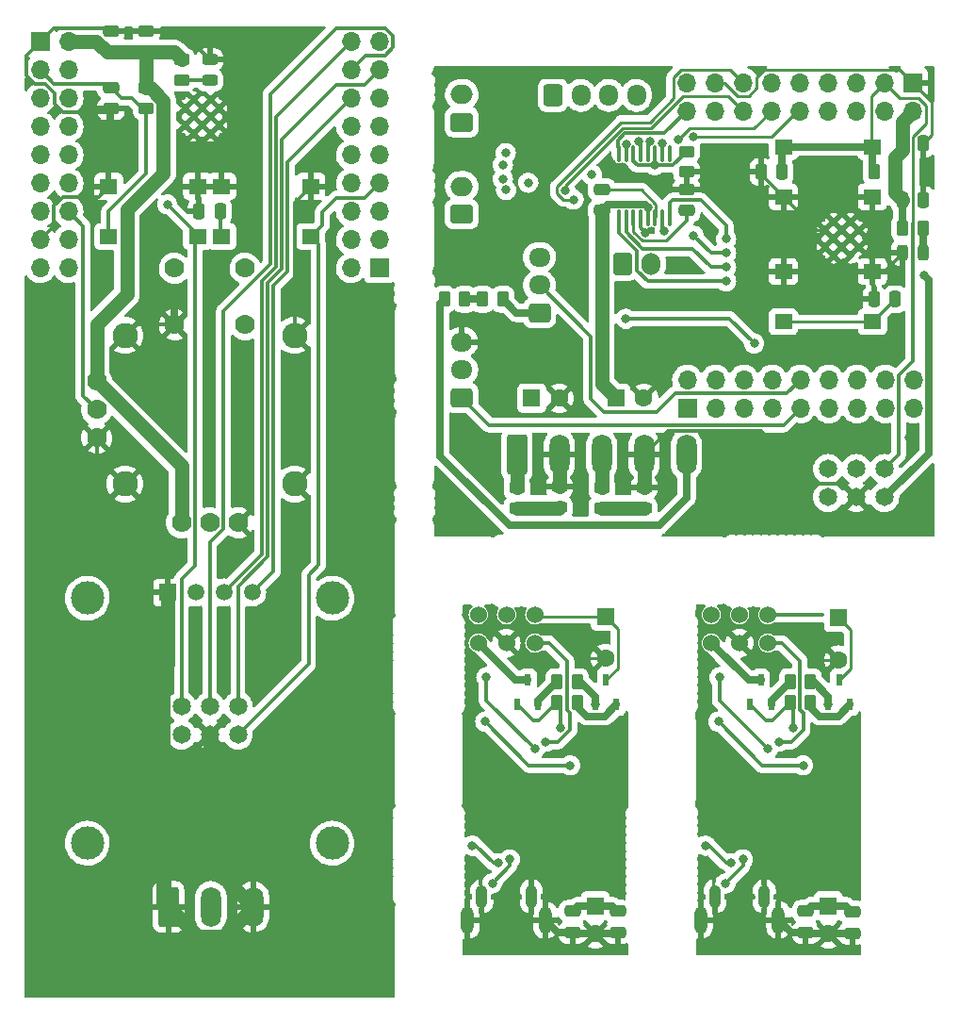
<source format=gbl>
G04 #@! TF.GenerationSoftware,KiCad,Pcbnew,6.0.11+dfsg-1*
G04 #@! TF.CreationDate,2024-10-22T12:26:55+02:00*
G04 #@! TF.ProjectId,kaarten_shieter,6b616172-7465-46e5-9f73-686965746572,rev?*
G04 #@! TF.SameCoordinates,Original*
G04 #@! TF.FileFunction,Copper,L2,Bot*
G04 #@! TF.FilePolarity,Positive*
%FSLAX46Y46*%
G04 Gerber Fmt 4.6, Leading zero omitted, Abs format (unit mm)*
G04 Created by KiCad (PCBNEW 6.0.11+dfsg-1) date 2024-10-22 12:26:55*
%MOMM*%
%LPD*%
G01*
G04 APERTURE LIST*
G04 Aperture macros list*
%AMRoundRect*
0 Rectangle with rounded corners*
0 $1 Rounding radius*
0 $2 $3 $4 $5 $6 $7 $8 $9 X,Y pos of 4 corners*
0 Add a 4 corners polygon primitive as box body*
4,1,4,$2,$3,$4,$5,$6,$7,$8,$9,$2,$3,0*
0 Add four circle primitives for the rounded corners*
1,1,$1+$1,$2,$3*
1,1,$1+$1,$4,$5*
1,1,$1+$1,$6,$7*
1,1,$1+$1,$8,$9*
0 Add four rect primitives between the rounded corners*
20,1,$1+$1,$2,$3,$4,$5,0*
20,1,$1+$1,$4,$5,$6,$7,0*
20,1,$1+$1,$6,$7,$8,$9,0*
20,1,$1+$1,$8,$9,$2,$3,0*%
G04 Aperture macros list end*
G04 #@! TA.AperFunction,ComponentPad*
%ADD10R,1.700000X1.700000*%
G04 #@! TD*
G04 #@! TA.AperFunction,ComponentPad*
%ADD11O,1.700000X1.700000*%
G04 #@! TD*
G04 #@! TA.AperFunction,ComponentPad*
%ADD12R,1.600000X1.600000*%
G04 #@! TD*
G04 #@! TA.AperFunction,ComponentPad*
%ADD13C,1.600000*%
G04 #@! TD*
G04 #@! TA.AperFunction,HeatsinkPad*
%ADD14C,0.475000*%
G04 #@! TD*
G04 #@! TA.AperFunction,ComponentPad*
%ADD15RoundRect,0.250000X-0.650000X-1.550000X0.650000X-1.550000X0.650000X1.550000X-0.650000X1.550000X0*%
G04 #@! TD*
G04 #@! TA.AperFunction,ComponentPad*
%ADD16O,1.800000X3.600000*%
G04 #@! TD*
G04 #@! TA.AperFunction,ComponentPad*
%ADD17C,1.778000*%
G04 #@! TD*
G04 #@! TA.AperFunction,ComponentPad*
%ADD18C,2.286000*%
G04 #@! TD*
G04 #@! TA.AperFunction,ComponentPad*
%ADD19C,1.530000*%
G04 #@! TD*
G04 #@! TA.AperFunction,ComponentPad*
%ADD20R,1.508000X1.508000*%
G04 #@! TD*
G04 #@! TA.AperFunction,ComponentPad*
%ADD21C,1.508000*%
G04 #@! TD*
G04 #@! TA.AperFunction,ComponentPad*
%ADD22C,3.000000*%
G04 #@! TD*
G04 #@! TA.AperFunction,ComponentPad*
%ADD23RoundRect,0.250000X-0.600000X-0.725000X0.600000X-0.725000X0.600000X0.725000X-0.600000X0.725000X0*%
G04 #@! TD*
G04 #@! TA.AperFunction,ComponentPad*
%ADD24O,1.700000X1.950000*%
G04 #@! TD*
G04 #@! TA.AperFunction,ComponentPad*
%ADD25RoundRect,0.250000X0.725000X-0.600000X0.725000X0.600000X-0.725000X0.600000X-0.725000X-0.600000X0*%
G04 #@! TD*
G04 #@! TA.AperFunction,ComponentPad*
%ADD26O,1.950000X1.700000*%
G04 #@! TD*
G04 #@! TA.AperFunction,ComponentPad*
%ADD27O,1.200000X2.400000*%
G04 #@! TD*
G04 #@! TA.AperFunction,ComponentPad*
%ADD28O,1.050000X2.100000*%
G04 #@! TD*
G04 #@! TA.AperFunction,ComponentPad*
%ADD29RoundRect,0.250000X-0.600000X-0.750000X0.600000X-0.750000X0.600000X0.750000X-0.600000X0.750000X0*%
G04 #@! TD*
G04 #@! TA.AperFunction,ComponentPad*
%ADD30O,1.700000X2.000000*%
G04 #@! TD*
G04 #@! TA.AperFunction,ComponentPad*
%ADD31RoundRect,0.250000X0.750000X-0.600000X0.750000X0.600000X-0.750000X0.600000X-0.750000X-0.600000X0*%
G04 #@! TD*
G04 #@! TA.AperFunction,ComponentPad*
%ADD32O,2.000000X1.700000*%
G04 #@! TD*
G04 #@! TA.AperFunction,ComponentPad*
%ADD33C,1.650000*%
G04 #@! TD*
G04 #@! TA.AperFunction,SMDPad,CuDef*
%ADD34RoundRect,0.250000X0.250000X0.475000X-0.250000X0.475000X-0.250000X-0.475000X0.250000X-0.475000X0*%
G04 #@! TD*
G04 #@! TA.AperFunction,SMDPad,CuDef*
%ADD35RoundRect,0.243750X-0.243750X-0.456250X0.243750X-0.456250X0.243750X0.456250X-0.243750X0.456250X0*%
G04 #@! TD*
G04 #@! TA.AperFunction,SMDPad,CuDef*
%ADD36RoundRect,0.250000X0.262500X0.450000X-0.262500X0.450000X-0.262500X-0.450000X0.262500X-0.450000X0*%
G04 #@! TD*
G04 #@! TA.AperFunction,SMDPad,CuDef*
%ADD37RoundRect,0.250000X-0.250000X-0.475000X0.250000X-0.475000X0.250000X0.475000X-0.250000X0.475000X0*%
G04 #@! TD*
G04 #@! TA.AperFunction,SMDPad,CuDef*
%ADD38RoundRect,0.250000X0.475000X-0.250000X0.475000X0.250000X-0.475000X0.250000X-0.475000X-0.250000X0*%
G04 #@! TD*
G04 #@! TA.AperFunction,SMDPad,CuDef*
%ADD39R,1.600000X1.400000*%
G04 #@! TD*
G04 #@! TA.AperFunction,SMDPad,CuDef*
%ADD40RoundRect,0.250000X-0.450000X0.262500X-0.450000X-0.262500X0.450000X-0.262500X0.450000X0.262500X0*%
G04 #@! TD*
G04 #@! TA.AperFunction,SMDPad,CuDef*
%ADD41RoundRect,0.250000X-0.262500X-0.450000X0.262500X-0.450000X0.262500X0.450000X-0.262500X0.450000X0*%
G04 #@! TD*
G04 #@! TA.AperFunction,SMDPad,CuDef*
%ADD42R,0.600000X1.050000*%
G04 #@! TD*
G04 #@! TA.AperFunction,SMDPad,CuDef*
%ADD43RoundRect,0.250000X-0.475000X0.250000X-0.475000X-0.250000X0.475000X-0.250000X0.475000X0.250000X0*%
G04 #@! TD*
G04 #@! TA.AperFunction,SMDPad,CuDef*
%ADD44RoundRect,0.100000X-0.100000X0.637500X-0.100000X-0.637500X0.100000X-0.637500X0.100000X0.637500X0*%
G04 #@! TD*
G04 #@! TA.AperFunction,SMDPad,CuDef*
%ADD45RoundRect,0.243750X-0.456250X0.243750X-0.456250X-0.243750X0.456250X-0.243750X0.456250X0.243750X0*%
G04 #@! TD*
G04 #@! TA.AperFunction,ViaPad*
%ADD46C,0.800000*%
G04 #@! TD*
G04 #@! TA.AperFunction,Conductor*
%ADD47C,1.270000*%
G04 #@! TD*
G04 #@! TA.AperFunction,Conductor*
%ADD48C,0.635000*%
G04 #@! TD*
G04 #@! TA.AperFunction,Conductor*
%ADD49C,0.317500*%
G04 #@! TD*
G04 #@! TA.AperFunction,Conductor*
%ADD50C,0.250000*%
G04 #@! TD*
G04 APERTURE END LIST*
D10*
X111441000Y-41780250D03*
D11*
X111441000Y-44320250D03*
X108901000Y-41780250D03*
X108901000Y-44320250D03*
X106361000Y-41780250D03*
X106361000Y-44320250D03*
X103821000Y-41780250D03*
X103821000Y-44320250D03*
X101281000Y-41780250D03*
X101281000Y-44320250D03*
X98741000Y-41780250D03*
X98741000Y-44320250D03*
X96201000Y-41780250D03*
X96201000Y-44320250D03*
X93661000Y-41780250D03*
X93661000Y-44320250D03*
X91121000Y-41780250D03*
X91121000Y-44320250D03*
D12*
X83820000Y-89683792D03*
D13*
X83820000Y-93483792D03*
D14*
X105091000Y-56517750D03*
X103566000Y-54992750D03*
X104328500Y-55755250D03*
X105853500Y-54230250D03*
X105853500Y-55755250D03*
X105853500Y-57280250D03*
X104328500Y-54230250D03*
X105091000Y-54992750D03*
X103566000Y-56517750D03*
X106616000Y-56517750D03*
X106616000Y-54992750D03*
X104328500Y-57280250D03*
D10*
X63500000Y-58420000D03*
D11*
X60960000Y-58420000D03*
X63500000Y-55880000D03*
X60960000Y-55880000D03*
X63500000Y-53340000D03*
X60960000Y-53340000D03*
X63500000Y-50800000D03*
X60960000Y-50800000D03*
X63500000Y-48260000D03*
X60960000Y-48260000D03*
X63500000Y-45720000D03*
X60960000Y-45720000D03*
X63500000Y-43180000D03*
X60960000Y-43180000D03*
X63500000Y-40640000D03*
X60960000Y-40640000D03*
X63500000Y-38100000D03*
X60960000Y-38100000D03*
D15*
X44560000Y-115775000D03*
D16*
X48370000Y-115775000D03*
X52180000Y-115775000D03*
D17*
X45085000Y-58438372D03*
X51435000Y-58438372D03*
X45085000Y-63518372D03*
X51435000Y-63518372D03*
X45720000Y-81298372D03*
X48260000Y-81298372D03*
X50800000Y-81298372D03*
D18*
X40640000Y-64470872D03*
X40640000Y-77805872D03*
X55880000Y-77805872D03*
X55880000Y-64470872D03*
D17*
X38100000Y-68598372D03*
X38100000Y-71138372D03*
X38100000Y-73678372D03*
D19*
X98425000Y-89535000D03*
X98425000Y-92075000D03*
X95885000Y-89535000D03*
X95885000Y-92075000D03*
X93345000Y-89535000D03*
X93345000Y-92075000D03*
D12*
X77191000Y-70104000D03*
D13*
X79691000Y-70104000D03*
D20*
X44450000Y-87560000D03*
D21*
X46990000Y-87560000D03*
X49530000Y-87560000D03*
X52070000Y-87560000D03*
D22*
X37260000Y-88060000D03*
X59260000Y-88060000D03*
X59260000Y-110060000D03*
X37260000Y-110060000D03*
D19*
X77470000Y-89535000D03*
X77470000Y-92075000D03*
X74930000Y-89535000D03*
X74930000Y-92075000D03*
X72390000Y-89535000D03*
X72390000Y-92075000D03*
D23*
X79116000Y-42909000D03*
D24*
X81616000Y-42909000D03*
X84116000Y-42909000D03*
X86616000Y-42909000D03*
D25*
X77896000Y-62444000D03*
D26*
X77896000Y-59944000D03*
X77896000Y-57444000D03*
D12*
X104775000Y-89803792D03*
D13*
X104775000Y-93603792D03*
D27*
X92385000Y-116959250D03*
D28*
X93660000Y-114859250D03*
D27*
X99385000Y-116959250D03*
D28*
X98110000Y-114859250D03*
D12*
X103875000Y-115702500D03*
D13*
X103875000Y-118202500D03*
D29*
X85406000Y-58039000D03*
D30*
X87906000Y-58039000D03*
D12*
X82920000Y-115702500D03*
D13*
X82920000Y-118202500D03*
D31*
X70911000Y-45319000D03*
D32*
X70911000Y-42819000D03*
D12*
X84771000Y-70104000D03*
D13*
X87271000Y-70104000D03*
D15*
X75881000Y-75184000D03*
D16*
X79691000Y-75184000D03*
X83501000Y-75184000D03*
X87311000Y-75184000D03*
X91121000Y-75184000D03*
D10*
X91181000Y-70995250D03*
D11*
X91181000Y-68455250D03*
X93721000Y-70995250D03*
X93721000Y-68455250D03*
X96261000Y-70995250D03*
X96261000Y-68455250D03*
X98801000Y-70995250D03*
X98801000Y-68455250D03*
X101341000Y-70995250D03*
X101341000Y-68455250D03*
X103881000Y-70995250D03*
X103881000Y-68455250D03*
X106421000Y-70995250D03*
X106421000Y-68455250D03*
X108961000Y-70995250D03*
X108961000Y-68455250D03*
X111501000Y-70995250D03*
X111501000Y-68455250D03*
D14*
X48342500Y-44810000D03*
X46817500Y-46335000D03*
X46055000Y-45572500D03*
X46055000Y-44047500D03*
X48342500Y-46335000D03*
X47580000Y-45572500D03*
X49105000Y-44047500D03*
X49105000Y-45572500D03*
X47580000Y-44047500D03*
X48342500Y-43285000D03*
X46817500Y-44810000D03*
X46817500Y-43285000D03*
D10*
X33020000Y-38100000D03*
D11*
X35560000Y-38100000D03*
X33020000Y-40640000D03*
X35560000Y-40640000D03*
X33020000Y-43180000D03*
X35560000Y-43180000D03*
X33020000Y-45720000D03*
X35560000Y-45720000D03*
X33020000Y-48260000D03*
X35560000Y-48260000D03*
X33020000Y-50800000D03*
X35560000Y-50800000D03*
X33020000Y-53340000D03*
X35560000Y-53340000D03*
X33020000Y-55880000D03*
X35560000Y-55880000D03*
X33020000Y-58420000D03*
X35560000Y-58420000D03*
D27*
X71430000Y-116959250D03*
D28*
X72705000Y-114859250D03*
D27*
X78430000Y-116959250D03*
D28*
X77155000Y-114859250D03*
D25*
X70911000Y-70064000D03*
D26*
X70911000Y-67564000D03*
X70911000Y-65064000D03*
D31*
X70911000Y-53574000D03*
D32*
X70911000Y-51074000D03*
D33*
X108901000Y-76454000D03*
X108901000Y-78994000D03*
X106361000Y-76454000D03*
X106361000Y-78994000D03*
X103821000Y-76454000D03*
X103821000Y-78994000D03*
D34*
X99691000Y-49784000D03*
X97791000Y-49784000D03*
X109851000Y-61214000D03*
X107951000Y-61214000D03*
D33*
X45720000Y-97790000D03*
X45720000Y-100330000D03*
X48260000Y-97790000D03*
X48260000Y-100330000D03*
X50800000Y-97790000D03*
X50800000Y-100330000D03*
D35*
X110503500Y-57035250D03*
X112378500Y-57035250D03*
D36*
X102258500Y-97459800D03*
X100433500Y-97459800D03*
D37*
X110491000Y-52324000D03*
X112391000Y-52324000D03*
D38*
X39390000Y-39050000D03*
X39390000Y-37150000D03*
D39*
X47180000Y-51090000D03*
X39180000Y-51090000D03*
X47180000Y-55590000D03*
X39180000Y-55590000D03*
D40*
X75881000Y-78146500D03*
X75881000Y-79971500D03*
D41*
X69341000Y-61214000D03*
X71166000Y-61214000D03*
D39*
X57340000Y-55590000D03*
X49340000Y-55590000D03*
X57340000Y-51090000D03*
X49340000Y-51090000D03*
D40*
X45720000Y-39727500D03*
X45720000Y-41552500D03*
D34*
X49210000Y-53340000D03*
X47310000Y-53340000D03*
D37*
X110491000Y-47244000D03*
X112391000Y-47244000D03*
D42*
X98740000Y-97620000D03*
X96840000Y-97620000D03*
X97790000Y-95420000D03*
D41*
X79478500Y-95554800D03*
X81303500Y-95554800D03*
X110528500Y-54864000D03*
X112353500Y-54864000D03*
D43*
X84919760Y-116169638D03*
X84919760Y-118069638D03*
X39390000Y-42230000D03*
X39390000Y-44130000D03*
D44*
X85036000Y-48191500D03*
X85686000Y-48191500D03*
X86336000Y-48191500D03*
X86986000Y-48191500D03*
X87636000Y-48191500D03*
X88286000Y-48191500D03*
X88936000Y-48191500D03*
X89586000Y-48191500D03*
X89586000Y-53916500D03*
X88936000Y-53916500D03*
X88286000Y-53916500D03*
X87636000Y-53916500D03*
X86986000Y-53916500D03*
X86336000Y-53916500D03*
X85686000Y-53916500D03*
X85036000Y-53916500D03*
D43*
X91121000Y-51374000D03*
X91121000Y-53274000D03*
X106006000Y-116242500D03*
X106006000Y-118142500D03*
D40*
X83501000Y-78146500D03*
X83501000Y-79971500D03*
D38*
X42555000Y-39050000D03*
X42555000Y-37150000D03*
D36*
X81303500Y-97459800D03*
X79478500Y-97459800D03*
D45*
X48260000Y-39702500D03*
X48260000Y-41577500D03*
X79691000Y-78056500D03*
X79691000Y-79931500D03*
D39*
X99821000Y-52034000D03*
X107821000Y-52034000D03*
X99821000Y-47534000D03*
X107821000Y-47534000D03*
D42*
X105770000Y-97620000D03*
X103870000Y-97620000D03*
X104820000Y-95420000D03*
D41*
X100433500Y-95554800D03*
X102258500Y-95554800D03*
D39*
X107821000Y-63234000D03*
X99821000Y-63234000D03*
X99821000Y-58734000D03*
X107821000Y-58734000D03*
D40*
X91121000Y-47941500D03*
X91121000Y-49766500D03*
D36*
X109813500Y-49784000D03*
X107988500Y-49784000D03*
D43*
X80879760Y-116169637D03*
X80879760Y-118069637D03*
D45*
X87311000Y-78121500D03*
X87311000Y-79996500D03*
D38*
X83501000Y-53274000D03*
X83501000Y-51374000D03*
D42*
X84815000Y-97620000D03*
X82915000Y-97620000D03*
X83865000Y-95420000D03*
D41*
X72786000Y-61214000D03*
X74611000Y-61214000D03*
D42*
X77785000Y-97620000D03*
X75885000Y-97620000D03*
X76835000Y-95420000D03*
D40*
X42555000Y-42267500D03*
X42555000Y-44092500D03*
D43*
X101834760Y-116169637D03*
X101834760Y-118069637D03*
D46*
X70485000Y-80645000D03*
X90170000Y-57785000D03*
X49530000Y-93345000D03*
X104140000Y-73660000D03*
X70967600Y-48260000D03*
X46863000Y-94488000D03*
X87441849Y-55240251D03*
X86995000Y-60960000D03*
X93345000Y-55245000D03*
X78740000Y-48260000D03*
X54102000Y-91440000D03*
X42550000Y-55230000D03*
X97480001Y-104217443D03*
X91121000Y-49766500D03*
X75874999Y-109142557D03*
X72390000Y-74930000D03*
X96829999Y-109142557D03*
X111125000Y-73660000D03*
X76525001Y-104217443D03*
X112444750Y-59055000D03*
X99821000Y-63234000D03*
X44450000Y-52705000D03*
X49210000Y-53340000D03*
X85710304Y-47265826D03*
X86802998Y-47079960D03*
X88936000Y-47258188D03*
X87810309Y-47086819D03*
X88247250Y-49187750D03*
X76889786Y-50759000D03*
X74891000Y-51409000D03*
X74611000Y-50419000D03*
X74863171Y-48092560D03*
X74611000Y-49149000D03*
X94671000Y-59615250D03*
X82613675Y-50042054D03*
X87636000Y-52993772D03*
X73660000Y-113665000D03*
X94615000Y-113665000D03*
X75227716Y-111517476D03*
X96182716Y-111517476D03*
X99427284Y-100965000D03*
X78472284Y-100965000D03*
X98425000Y-101600000D03*
X94075000Y-95155000D03*
X73120000Y-95155000D03*
X77470000Y-101600000D03*
X80645000Y-103080000D03*
X93980000Y-99155000D03*
X73025000Y-99155000D03*
X101600000Y-103080000D03*
X103870000Y-97620000D03*
X82915000Y-97620000D03*
X100727284Y-99695000D03*
X79772284Y-99695000D03*
X92821750Y-110280000D03*
X71866750Y-110280000D03*
X95151164Y-111858836D03*
X74196164Y-111858836D03*
X91756000Y-46609000D03*
X90338535Y-46897259D03*
X80961000Y-52269500D03*
X80211189Y-51419149D03*
X85658500Y-62971500D03*
X97191000Y-65185250D03*
X94671000Y-55805250D03*
X91756000Y-55499000D03*
X94671000Y-57075250D03*
X89144336Y-55108336D03*
X94671000Y-58345250D03*
D47*
X42555000Y-39050000D02*
X42555000Y-42267500D01*
X42555000Y-42267500D02*
X42976922Y-42267500D01*
X38100000Y-63500000D02*
X38100000Y-68598372D01*
X44090000Y-43380578D02*
X44090000Y-49890000D01*
X38080578Y-38100000D02*
X35560000Y-38100000D01*
X39030578Y-39050000D02*
X38080578Y-38100000D01*
X45042500Y-39050000D02*
X45720000Y-39727500D01*
X45720000Y-81298372D02*
X45720000Y-76218372D01*
X42976922Y-42267500D02*
X44090000Y-43380578D01*
X39390000Y-39050000D02*
X39030578Y-39050000D01*
X42555000Y-39050000D02*
X45042500Y-39050000D01*
X40815000Y-60785000D02*
X38100000Y-63500000D01*
X44090000Y-49890000D02*
X40815000Y-53165000D01*
X45720000Y-76218372D02*
X38100000Y-68598372D01*
X39390000Y-39050000D02*
X42555000Y-39050000D01*
X40815000Y-53165000D02*
X40815000Y-60785000D01*
D48*
X101967623Y-118202500D02*
X101834760Y-118069637D01*
D49*
X35059319Y-44388750D02*
X34351250Y-43680681D01*
X47310000Y-53340000D02*
X47310000Y-51220000D01*
D48*
X82920000Y-118202500D02*
X84786898Y-118202500D01*
D49*
X47180000Y-51090000D02*
X47180000Y-46697500D01*
X89469750Y-73025250D02*
X97852250Y-73025250D01*
X31811250Y-39308750D02*
X33020000Y-38100000D01*
D48*
X45085000Y-63518372D02*
X45085000Y-61595000D01*
D50*
X96687701Y-42955250D02*
X95714299Y-42955250D01*
D49*
X45085000Y-63518372D02*
X41592500Y-63518372D01*
D50*
X102078226Y-92553226D02*
X103128792Y-93603792D01*
D49*
X38261250Y-52008750D02*
X39180000Y-51090000D01*
X57340000Y-51090000D02*
X55880000Y-52550000D01*
D47*
X79691000Y-70144000D02*
X79651000Y-70104000D01*
D49*
X34351250Y-42703106D02*
X33496894Y-41848750D01*
X38100000Y-73678372D02*
X38100000Y-75265872D01*
D47*
X48260000Y-111855000D02*
X52180000Y-115775000D01*
D50*
X91121000Y-49766500D02*
X97773500Y-49766500D01*
X98064299Y-40605250D02*
X97376000Y-41293549D01*
X103128792Y-93603792D02*
X104775000Y-93603792D01*
D49*
X41592500Y-63518372D02*
X40640000Y-64470872D01*
X39131250Y-44388750D02*
X35059319Y-44388750D01*
D50*
X107821000Y-53787750D02*
X106616000Y-54992750D01*
D49*
X96829999Y-104867445D02*
X96829999Y-109142557D01*
X35059319Y-52008750D02*
X38261250Y-52008750D01*
D48*
X45085000Y-61595000D02*
X42550000Y-59060000D01*
D50*
X110503500Y-57035250D02*
X108804750Y-58734000D01*
D49*
X86986000Y-54784402D02*
X87441849Y-55240251D01*
X86986000Y-53916500D02*
X86986000Y-54784402D01*
X39390000Y-37150000D02*
X39131250Y-36891250D01*
X102637250Y-77810250D02*
X105177250Y-77810250D01*
D47*
X44060000Y-115275000D02*
X44060000Y-94370000D01*
D49*
X38100000Y-75265872D02*
X40640000Y-77805872D01*
X100330000Y-90805000D02*
X102078226Y-92553226D01*
D50*
X97376000Y-41293549D02*
X97376000Y-42266951D01*
D49*
X42555000Y-37150000D02*
X39390000Y-37150000D01*
D50*
X111441000Y-41780250D02*
X110266000Y-40605250D01*
D49*
X87311000Y-75184000D02*
X89469750Y-73025250D01*
X76200000Y-90805000D02*
X79375000Y-90805000D01*
D50*
X107821000Y-52034000D02*
X107821000Y-53787750D01*
D49*
X47310000Y-51220000D02*
X47180000Y-51090000D01*
D50*
X97791000Y-49784000D02*
X97791000Y-50004000D01*
X102779750Y-54992750D02*
X103566000Y-54992750D01*
D49*
X39390000Y-44130000D02*
X39131250Y-44388750D01*
X95885000Y-92075000D02*
X97155000Y-90805000D01*
D50*
X107951000Y-61214000D02*
X107821000Y-61084000D01*
D47*
X44560000Y-115775000D02*
X44060000Y-115275000D01*
X49545000Y-118410000D02*
X47195000Y-118410000D01*
D49*
X34228750Y-52839319D02*
X35059319Y-52008750D01*
X34351250Y-43680681D02*
X34351250Y-42703106D01*
D48*
X103875000Y-118202500D02*
X101967623Y-118202500D01*
D47*
X48260000Y-100330000D02*
X48260000Y-111855000D01*
D49*
X34228750Y-36891250D02*
X33020000Y-38100000D01*
X97480001Y-104217443D02*
X96829999Y-104867445D01*
X55880000Y-52550000D02*
X55880000Y-64470872D01*
X74930000Y-92075000D02*
X76200000Y-90805000D01*
D50*
X74651000Y-65064000D02*
X79691000Y-70104000D01*
D47*
X47195000Y-118410000D02*
X44560000Y-115775000D01*
D50*
X97773500Y-49766500D02*
X97791000Y-49784000D01*
D49*
X39390000Y-44130000D02*
X39180000Y-44340000D01*
D47*
X52180000Y-115775000D02*
X49545000Y-118410000D01*
D50*
X82053792Y-93483792D02*
X83820000Y-93483792D01*
X99821000Y-58734000D02*
X107821000Y-58734000D01*
D48*
X100495387Y-118069637D02*
X99385000Y-116959250D01*
D49*
X105177250Y-77810250D02*
X106361000Y-78994000D01*
D48*
X79540387Y-118069637D02*
X78430000Y-116959250D01*
X105741898Y-118202500D02*
X105874760Y-118069638D01*
D49*
X49340000Y-51090000D02*
X47180000Y-51090000D01*
X33020000Y-55880000D02*
X34228750Y-54671250D01*
X91121000Y-51374000D02*
X91121000Y-49766500D01*
D50*
X112391000Y-52324000D02*
X112391000Y-47244000D01*
D48*
X80879760Y-118069637D02*
X79540387Y-118069637D01*
D50*
X97791000Y-50004000D02*
X99821000Y-52034000D01*
X79375000Y-90805000D02*
X82053792Y-93483792D01*
X110266000Y-40605250D02*
X98064299Y-40605250D01*
X97376000Y-42266951D02*
X96687701Y-42955250D01*
D49*
X33496894Y-41848750D02*
X32519319Y-41848750D01*
D47*
X87338672Y-75211672D02*
X87311000Y-75184000D01*
D49*
X42555000Y-37150000D02*
X45707500Y-37150000D01*
X97852250Y-73025250D02*
X102637250Y-77810250D01*
X75874999Y-104867445D02*
X75874999Y-109142557D01*
X47180000Y-46697500D02*
X46817500Y-46335000D01*
D48*
X101834760Y-118069637D02*
X100495387Y-118069637D01*
D47*
X44060000Y-94370000D02*
X44450000Y-93980000D01*
D48*
X84786898Y-118202500D02*
X84919760Y-118069638D01*
D50*
X107821000Y-61084000D02*
X107821000Y-58734000D01*
D47*
X44450000Y-93980000D02*
X44450000Y-87560000D01*
D50*
X113157000Y-43496250D02*
X113157000Y-46478000D01*
D48*
X82920000Y-118202500D02*
X81012623Y-118202500D01*
D50*
X99821000Y-52034000D02*
X102779750Y-54992750D01*
D48*
X42550000Y-59060000D02*
X42550000Y-55230000D01*
D47*
X87311000Y-78121500D02*
X87311000Y-75184000D01*
D50*
X95714299Y-42955250D02*
X94539299Y-41780250D01*
D49*
X39180000Y-44340000D02*
X39180000Y-51090000D01*
X97155000Y-90805000D02*
X100330000Y-90805000D01*
X76525001Y-104217443D02*
X75874999Y-104867445D01*
X32519319Y-41848750D02*
X31811250Y-41140681D01*
X45707500Y-37150000D02*
X48260000Y-39702500D01*
D50*
X70911000Y-65064000D02*
X74651000Y-65064000D01*
X107821000Y-57722750D02*
X106616000Y-56517750D01*
X108804750Y-58734000D02*
X107821000Y-58734000D01*
X94539299Y-41780250D02*
X93661000Y-41780250D01*
X107821000Y-58734000D02*
X107821000Y-57722750D01*
X113157000Y-46478000D02*
X112391000Y-47244000D01*
D48*
X103875000Y-118202500D02*
X105741898Y-118202500D01*
X81012623Y-118202500D02*
X80879760Y-118069637D01*
D50*
X111441000Y-41780250D02*
X113157000Y-43496250D01*
D49*
X34228750Y-54671250D02*
X34228750Y-52839319D01*
D47*
X79691000Y-78056500D02*
X79691000Y-75184000D01*
D49*
X31811250Y-41140681D02*
X31811250Y-39308750D01*
D47*
X79718672Y-75211672D02*
X79691000Y-75184000D01*
D49*
X39131250Y-36891250D02*
X34228750Y-36891250D01*
D50*
X107726000Y-47439000D02*
X107726000Y-42955250D01*
D49*
X110171000Y-75184000D02*
X108901000Y-76454000D01*
D50*
X112616000Y-45444000D02*
X111451000Y-46609000D01*
D48*
X107821000Y-47534000D02*
X107821000Y-49616500D01*
X99821000Y-47534000D02*
X107821000Y-47534000D01*
D49*
X111451000Y-66795819D02*
X110171000Y-68075819D01*
D48*
X99691000Y-49784000D02*
X99691000Y-47664000D01*
D50*
X107726000Y-42955250D02*
X108901000Y-41780250D01*
X110266000Y-43145250D02*
X111927701Y-43145250D01*
X107821000Y-47534000D02*
X107726000Y-47439000D01*
X111927701Y-43145250D02*
X112616000Y-43833549D01*
D48*
X107821000Y-49616500D02*
X107988500Y-49784000D01*
D50*
X108901000Y-41780250D02*
X110266000Y-43145250D01*
D49*
X110171000Y-68075819D02*
X110171000Y-75184000D01*
D50*
X112616000Y-43833549D02*
X112616000Y-45444000D01*
X111451000Y-46609000D02*
X111451000Y-47244000D01*
D49*
X111451000Y-54408855D02*
X111451000Y-66795819D01*
D50*
X111451000Y-47244000D02*
X111451000Y-54408855D01*
D48*
X99691000Y-47664000D02*
X99821000Y-47534000D01*
X108933500Y-78994000D02*
X112868500Y-75059000D01*
D47*
X109813500Y-51646500D02*
X110491000Y-52324000D01*
X110491000Y-47836500D02*
X109813500Y-48514000D01*
X110491000Y-47244000D02*
X110491000Y-45270250D01*
D48*
X88646000Y-81534000D02*
X91121000Y-79059000D01*
X75196578Y-81534000D02*
X88646000Y-81534000D01*
D47*
X109813500Y-48514000D02*
X109813500Y-49784000D01*
X110491000Y-45270250D02*
X111441000Y-44320250D01*
D48*
X69341000Y-61214000D02*
X68961000Y-61594000D01*
X108901000Y-78994000D02*
X108933500Y-78994000D01*
X68961000Y-61594000D02*
X68961000Y-75298422D01*
X112868500Y-75059000D02*
X112868500Y-59478750D01*
X112868500Y-59478750D02*
X112444750Y-59055000D01*
X110528500Y-54864000D02*
X110528500Y-52361500D01*
D47*
X110491000Y-47244000D02*
X110491000Y-47836500D01*
X109813500Y-49784000D02*
X109813500Y-51646500D01*
D48*
X110528500Y-52361500D02*
X110491000Y-52324000D01*
X91121000Y-79059000D02*
X91121000Y-75184000D01*
X68961000Y-75298422D02*
X75196578Y-81534000D01*
D50*
X99821000Y-63234000D02*
X107821000Y-63234000D01*
X109851000Y-61214000D02*
X109841000Y-61214000D01*
X109841000Y-61214000D02*
X107821000Y-63234000D01*
D49*
X33020000Y-40640000D02*
X34228750Y-41848750D01*
X46967750Y-55802250D02*
X46967750Y-85112250D01*
X47180000Y-55435000D02*
X44450000Y-52705000D01*
X34228750Y-41848750D02*
X39008750Y-41848750D01*
X47180000Y-55590000D02*
X46967750Y-55802250D01*
X45720000Y-86360000D02*
X45720000Y-97790000D01*
X39008750Y-41848750D02*
X39390000Y-42230000D01*
X39390000Y-42230000D02*
X40340000Y-43180000D01*
X41252500Y-43180000D02*
X42165000Y-44092500D01*
X47180000Y-55590000D02*
X47180000Y-55435000D01*
X42165000Y-44092500D02*
X42555000Y-44092500D01*
X42555000Y-49932500D02*
X42555000Y-44092500D01*
X40340000Y-43180000D02*
X41252500Y-43180000D01*
X39180000Y-53307500D02*
X42555000Y-49932500D01*
X46967750Y-85112250D02*
X45720000Y-86360000D01*
X39180000Y-55590000D02*
X39180000Y-53307500D01*
X49210000Y-53340000D02*
X49210000Y-55460000D01*
X57150000Y-93980000D02*
X50800000Y-100330000D01*
X57150000Y-85979000D02*
X57150000Y-93980000D01*
X58381250Y-53378750D02*
X59628750Y-52131250D01*
X59628750Y-52131250D02*
X62168750Y-52131250D01*
X58381250Y-54548750D02*
X58381250Y-53378750D01*
X58039000Y-85090000D02*
X57150000Y-85979000D01*
X58039000Y-56289000D02*
X58039000Y-85090000D01*
X49210000Y-55460000D02*
X49340000Y-55590000D01*
X57340000Y-55590000D02*
X58381250Y-54548750D01*
X62168750Y-52131250D02*
X63500000Y-50800000D01*
X57340000Y-55590000D02*
X58039000Y-56289000D01*
D48*
X81303500Y-97459800D02*
X81303500Y-97813500D01*
X81303500Y-97813500D02*
X82152500Y-98662500D01*
X82152500Y-98662500D02*
X83772500Y-98662500D01*
X104727500Y-98662500D02*
X105770000Y-97620000D01*
X102258500Y-97459800D02*
X102258500Y-97813500D01*
X103107500Y-98662500D02*
X104727500Y-98662500D01*
X83772500Y-98662500D02*
X84815000Y-97620000D01*
X102258500Y-97813500D02*
X103107500Y-98662500D01*
D49*
X85686000Y-47290130D02*
X85710304Y-47265826D01*
X85686000Y-48191500D02*
X85686000Y-47290130D01*
X86986000Y-48191500D02*
X86986000Y-47262962D01*
X86986000Y-47262962D02*
X86802998Y-47079960D01*
X88936000Y-47258188D02*
X88936000Y-48191500D01*
X87636000Y-47261128D02*
X87810309Y-47086819D01*
X87636000Y-48191500D02*
X87636000Y-47261128D01*
X88247250Y-49187750D02*
X88286000Y-49149000D01*
X88247250Y-49187750D02*
X86714750Y-49187750D01*
X86714750Y-49187750D02*
X86336000Y-48809000D01*
X89874750Y-49187750D02*
X91121000Y-47941500D01*
X88247250Y-49187750D02*
X89874750Y-49187750D01*
X88286000Y-49149000D02*
X88286000Y-48191500D01*
X86336000Y-48809000D02*
X86336000Y-48191500D01*
D48*
X71166000Y-61214000D02*
X72786000Y-61214000D01*
D49*
X86676000Y-58668431D02*
X87622819Y-59615250D01*
X87622819Y-59615250D02*
X94671000Y-59615250D01*
X85036000Y-53916500D02*
X85036000Y-55275689D01*
X85036000Y-55275689D02*
X86676000Y-56915689D01*
X86676000Y-56915689D02*
X86676000Y-58668431D01*
D47*
X75881000Y-75184000D02*
X75881000Y-78146500D01*
D48*
X87636000Y-52993772D02*
X87403728Y-52761500D01*
D47*
X83501000Y-75184000D02*
X83501000Y-78146500D01*
X83446000Y-75239000D02*
X83501000Y-75184000D01*
D50*
X87636000Y-52993772D02*
X87636000Y-53916500D01*
D47*
X83501000Y-68834000D02*
X83501000Y-53274000D01*
D48*
X84013500Y-52761500D02*
X83501000Y-53274000D01*
D47*
X84771000Y-70104000D02*
X83501000Y-68834000D01*
D48*
X87403728Y-52761500D02*
X84013500Y-52761500D01*
D50*
X87041533Y-51374000D02*
X83501000Y-51374000D01*
X88286000Y-53916500D02*
X88361000Y-53841500D01*
X88361000Y-53841500D02*
X88361000Y-52693467D01*
X88361000Y-52693467D02*
X87041533Y-51374000D01*
X86336000Y-53916500D02*
X86336000Y-55159707D01*
D49*
X91121000Y-54204000D02*
X89359749Y-55965251D01*
D50*
X87141544Y-55965251D02*
X89359749Y-55965251D01*
X86336000Y-55159707D02*
X87141544Y-55965251D01*
D49*
X91121000Y-53274000D02*
X91121000Y-54204000D01*
D48*
X103875000Y-115702500D02*
X105407622Y-115702500D01*
D49*
X96182716Y-112097284D02*
X96182716Y-111517476D01*
D48*
X103875000Y-115702500D02*
X102301897Y-115702500D01*
X102301897Y-115702500D02*
X101834760Y-116169637D01*
D49*
X94615000Y-113665000D02*
X96182716Y-112097284D01*
X73660000Y-113665000D02*
X75227716Y-112097284D01*
X75227716Y-112097284D02*
X75227716Y-111517476D01*
D48*
X84452622Y-115702500D02*
X84919760Y-116169638D01*
X82920000Y-115702500D02*
X81346897Y-115702500D01*
X82920000Y-115702500D02*
X84452622Y-115702500D01*
X81346897Y-115702500D02*
X80879760Y-116169637D01*
X105407622Y-115702500D02*
X105874760Y-116169638D01*
D49*
X80349750Y-98079453D02*
X80349750Y-93684750D01*
X80645000Y-99895319D02*
X80645000Y-98374703D01*
X80645000Y-98374703D02*
X80349750Y-98079453D01*
X99695000Y-92075000D02*
X98425000Y-92075000D01*
X78740000Y-92075000D02*
X77470000Y-92075000D01*
X79575319Y-100965000D02*
X80645000Y-99895319D01*
X78472284Y-100965000D02*
X79575319Y-100965000D01*
X99427284Y-100965000D02*
X100530319Y-100965000D01*
X98466250Y-92116250D02*
X98425000Y-92075000D01*
X77511250Y-92116250D02*
X77470000Y-92075000D01*
X101600000Y-98374703D02*
X101304750Y-98079453D01*
X101600000Y-99895319D02*
X101600000Y-98374703D01*
X100530319Y-100965000D02*
X101600000Y-99895319D01*
X80349750Y-93684750D02*
X78740000Y-92075000D01*
X101304750Y-98079453D02*
X101304750Y-93684750D01*
X101304750Y-93684750D02*
X99695000Y-92075000D01*
X73120000Y-97250000D02*
X73120000Y-95155000D01*
X94075000Y-97250000D02*
X94075000Y-95155000D01*
X98425000Y-101600000D02*
X94075000Y-97250000D01*
X77470000Y-101600000D02*
X73120000Y-97250000D01*
X101600000Y-103080000D02*
X97905000Y-103080000D01*
X76950000Y-103080000D02*
X73025000Y-99155000D01*
X80645000Y-103080000D02*
X76950000Y-103080000D01*
X97905000Y-103080000D02*
X93980000Y-99155000D01*
D50*
X83865000Y-95420000D02*
X84945000Y-94340000D01*
X84945000Y-94340000D02*
X84945000Y-90808792D01*
D49*
X98425000Y-89535000D02*
X103356774Y-89535000D01*
D50*
X105900000Y-94340000D02*
X105900000Y-90928792D01*
X84945000Y-90808792D02*
X83820000Y-89683792D01*
X77618792Y-89683792D02*
X77470000Y-89535000D01*
X77905302Y-89099698D02*
X77470000Y-89535000D01*
X83820000Y-89683792D02*
X77618792Y-89683792D01*
X104820000Y-95420000D02*
X105900000Y-94340000D01*
X105900000Y-90928792D02*
X104775000Y-89803792D01*
D48*
X76835000Y-95420000D02*
X75735000Y-95420000D01*
X75735000Y-95420000D02*
X72390000Y-92075000D01*
X97790000Y-95420000D02*
X96690000Y-95420000D01*
X96690000Y-95420000D02*
X93345000Y-92075000D01*
X81303500Y-95554800D02*
X81584800Y-95554800D01*
X81584800Y-95554800D02*
X82915000Y-96885000D01*
X102539800Y-95554800D02*
X103870000Y-96885000D01*
X103870000Y-96885000D02*
X103870000Y-97620000D01*
X102258500Y-95554800D02*
X102539800Y-95554800D01*
X82915000Y-96885000D02*
X82915000Y-97620000D01*
D49*
X100433500Y-97459800D02*
X98833300Y-99060000D01*
X79772284Y-99695000D02*
X79772284Y-97753584D01*
X79478500Y-97459800D02*
X77878300Y-99060000D01*
X79772284Y-97753584D02*
X79478500Y-97459800D01*
X77325000Y-99060000D02*
X75885000Y-97620000D01*
X100727284Y-99695000D02*
X100727284Y-97753584D01*
X98280000Y-99060000D02*
X96840000Y-97620000D01*
X77878300Y-99060000D02*
X77325000Y-99060000D01*
X98833300Y-99060000D02*
X98280000Y-99060000D01*
X100727284Y-97753584D02*
X100433500Y-97459800D01*
X94713836Y-111858836D02*
X93135000Y-110280000D01*
X93135000Y-110280000D02*
X92821750Y-110280000D01*
X95151164Y-111858836D02*
X94713836Y-111858836D01*
X74196164Y-111858836D02*
X73758836Y-111858836D01*
X72180000Y-110280000D02*
X71866750Y-110280000D01*
X73758836Y-111858836D02*
X72180000Y-110280000D01*
D48*
X75841000Y-62444000D02*
X74611000Y-61214000D01*
X77896000Y-62444000D02*
X75841000Y-62444000D01*
X98740000Y-97248300D02*
X100433500Y-95554800D01*
X98740000Y-97620000D02*
X98740000Y-97248300D01*
X77785000Y-97620000D02*
X77785000Y-97248300D01*
X77785000Y-97248300D02*
X79478500Y-95554800D01*
D49*
X99828500Y-72507750D02*
X101341000Y-70995250D01*
X73354750Y-72507750D02*
X99828500Y-72507750D01*
X70911000Y-70064000D02*
X73354750Y-72507750D01*
D50*
X101029750Y-44320250D02*
X101281000Y-44320250D01*
X91756000Y-46609000D02*
X98741000Y-46609000D01*
X98741000Y-46609000D02*
X101029750Y-44320250D01*
X97177250Y-45884000D02*
X98741000Y-44320250D01*
X91351794Y-45884000D02*
X97177250Y-45884000D01*
X90338535Y-46897259D02*
X91351794Y-45884000D01*
X96201000Y-41780250D02*
X95026000Y-40605250D01*
X87804153Y-45339000D02*
X85243573Y-45339000D01*
X89946000Y-41293549D02*
X89946000Y-43197153D01*
X79486189Y-51719454D02*
X80036235Y-52269500D01*
X89946000Y-43197153D02*
X87804153Y-45339000D01*
X79486189Y-51096384D02*
X79486189Y-51719454D01*
X95026000Y-40605250D02*
X90634299Y-40605250D01*
X85243573Y-45339000D02*
X79486189Y-51096384D01*
X80036235Y-52269500D02*
X80961000Y-52269500D01*
X90634299Y-40605250D02*
X89946000Y-41293549D01*
X80211189Y-51419149D02*
X80211189Y-51007780D01*
X85381509Y-45837460D02*
X87946000Y-45837460D01*
X90824299Y-42955250D02*
X94836000Y-42955250D01*
X87946000Y-45837460D02*
X87946000Y-45833549D01*
X80211189Y-51007780D02*
X85381509Y-45837460D01*
X87946000Y-45833549D02*
X90824299Y-42955250D01*
X94836000Y-42955250D02*
X96201000Y-44320250D01*
D49*
X85658500Y-62971500D02*
X94977250Y-62971500D01*
X94977250Y-62971500D02*
X97191000Y-65185250D01*
X38100000Y-71138372D02*
X36852250Y-69890622D01*
X36852250Y-69890622D02*
X36852250Y-54632250D01*
X36852250Y-54632250D02*
X35560000Y-53340000D01*
X55245000Y-48895000D02*
X60960000Y-43180000D01*
X52070000Y-87560000D02*
X53975000Y-85655000D01*
X55245000Y-58710568D02*
X55245000Y-48895000D01*
X53975000Y-85655000D02*
X53975000Y-59980568D01*
X53975000Y-59980568D02*
X55245000Y-58710568D01*
X49530000Y-87533144D02*
X52940000Y-84123144D01*
X49530000Y-87560000D02*
X49530000Y-87533144D01*
X54210000Y-44850000D02*
X60960000Y-38100000D01*
X52940000Y-84123144D02*
X52940000Y-59551856D01*
X52940000Y-59551856D02*
X54210000Y-58281856D01*
X54210000Y-58281856D02*
X54210000Y-44850000D01*
D48*
X112353500Y-57010250D02*
X112378500Y-57035250D01*
X112353500Y-54864000D02*
X112353500Y-57010250D01*
D49*
X45720000Y-41552500D02*
X48235000Y-41552500D01*
X48235000Y-41552500D02*
X48260000Y-41577500D01*
D47*
X87286000Y-79971500D02*
X87311000Y-79996500D01*
X83501000Y-79971500D02*
X87286000Y-79971500D01*
X75881000Y-79971500D02*
X79651000Y-79971500D01*
X79651000Y-79971500D02*
X79691000Y-79931500D01*
D49*
X60960000Y-40640000D02*
X62291250Y-39308750D01*
X53692500Y-42827500D02*
X53692500Y-58067500D01*
X64037500Y-36891250D02*
X59628750Y-36891250D01*
X64708750Y-37562500D02*
X64037500Y-36891250D01*
X62291250Y-39308750D02*
X64000681Y-39308750D01*
X49507750Y-62252250D02*
X49507750Y-81815207D01*
X48260000Y-83062957D02*
X48260000Y-97790000D01*
X64708750Y-38600681D02*
X64708750Y-37562500D01*
X49507750Y-81815207D02*
X48260000Y-83062957D01*
X59628750Y-36891250D02*
X53692500Y-42827500D01*
X53692500Y-58067500D02*
X49507750Y-62252250D01*
X64000681Y-39308750D02*
X64708750Y-38600681D01*
X54727500Y-46872500D02*
X59628750Y-41971250D01*
X53457500Y-59766212D02*
X54727500Y-58496212D01*
X54727500Y-58496212D02*
X54727500Y-46872500D01*
X53457500Y-84337500D02*
X53457500Y-59766212D01*
X59628750Y-41971250D02*
X62168750Y-41971250D01*
X62168750Y-41971250D02*
X63500000Y-40640000D01*
X50800000Y-86995000D02*
X53457500Y-84337500D01*
X50800000Y-97790000D02*
X50800000Y-86995000D01*
X85036000Y-47664557D02*
X84951554Y-47580111D01*
X84951554Y-46951541D02*
X85581885Y-46321210D01*
X85581885Y-46321210D02*
X89120040Y-46321210D01*
X84951554Y-47580111D02*
X84951554Y-46951541D01*
X89120040Y-46321210D02*
X91121000Y-44320250D01*
X85036000Y-48191500D02*
X85036000Y-47664557D01*
X94671000Y-54604000D02*
X94671000Y-55805250D01*
X89586000Y-53916500D02*
X89586000Y-52589000D01*
X89851000Y-52324000D02*
X92391000Y-52324000D01*
X92391000Y-52324000D02*
X94671000Y-54604000D01*
X89586000Y-52589000D02*
X89851000Y-52324000D01*
X93332250Y-57075250D02*
X94671000Y-57075250D01*
X89144336Y-55108336D02*
X88936000Y-54900000D01*
X91756000Y-55499000D02*
X93332250Y-57075250D01*
X88936000Y-54900000D02*
X88936000Y-53916500D01*
X85686000Y-53916500D02*
X85686000Y-55193833D01*
X87172417Y-56680250D02*
X91667250Y-56680250D01*
X91667250Y-56680250D02*
X93332250Y-58345250D01*
X93332250Y-58345250D02*
X94671000Y-58345250D01*
X85686000Y-55193833D02*
X87172417Y-56680250D01*
X82507250Y-70157750D02*
X83723500Y-71374000D01*
X90094750Y-69664000D02*
X100132250Y-69664000D01*
X77896000Y-59944000D02*
X82507250Y-64555250D01*
X82507250Y-64555250D02*
X82507250Y-70157750D01*
X83723500Y-71374000D02*
X88384750Y-71374000D01*
X88384750Y-71374000D02*
X90094750Y-69664000D01*
X100132250Y-69664000D02*
X101341000Y-68455250D01*
G04 #@! TA.AperFunction,Conductor*
G36*
X94580990Y-88586787D02*
G01*
X94622176Y-88615670D01*
X94624492Y-88618818D01*
X94630069Y-88623556D01*
X94753706Y-88728594D01*
X94753710Y-88728597D01*
X94759285Y-88733333D01*
X94803309Y-88755813D01*
X94910292Y-88810442D01*
X94910294Y-88810443D01*
X94916808Y-88813769D01*
X94923913Y-88815508D01*
X94923917Y-88815509D01*
X95088610Y-88855808D01*
X95088147Y-88857699D01*
X95144645Y-88884066D01*
X95182534Y-88944107D01*
X95181948Y-89015101D01*
X95170469Y-89041604D01*
X95089972Y-89181031D01*
X95033750Y-89354061D01*
X95014733Y-89535000D01*
X95015423Y-89541565D01*
X95033058Y-89709352D01*
X95033750Y-89715939D01*
X95089972Y-89888969D01*
X95093275Y-89894690D01*
X95177636Y-90040810D01*
X95177639Y-90040814D01*
X95180939Y-90046530D01*
X95185357Y-90051437D01*
X95185358Y-90051438D01*
X95286888Y-90164197D01*
X95302678Y-90181734D01*
X95308017Y-90185613D01*
X95432297Y-90275908D01*
X95449866Y-90288673D01*
X95455894Y-90291357D01*
X95455896Y-90291358D01*
X95610042Y-90359988D01*
X95616073Y-90362673D01*
X95622526Y-90364045D01*
X95622530Y-90364046D01*
X95787575Y-90399128D01*
X95787580Y-90399128D01*
X95794032Y-90400500D01*
X95975968Y-90400500D01*
X95982420Y-90399128D01*
X95982425Y-90399128D01*
X96147470Y-90364046D01*
X96147474Y-90364045D01*
X96153927Y-90362673D01*
X96159958Y-90359988D01*
X96314104Y-90291358D01*
X96314106Y-90291357D01*
X96320134Y-90288673D01*
X96337704Y-90275908D01*
X96461983Y-90185613D01*
X96467322Y-90181734D01*
X96483113Y-90164197D01*
X96584642Y-90051438D01*
X96584643Y-90051437D01*
X96589061Y-90046530D01*
X96592361Y-90040814D01*
X96592364Y-90040810D01*
X96676725Y-89894690D01*
X96680028Y-89888969D01*
X96736250Y-89715939D01*
X96736943Y-89709352D01*
X96754577Y-89541565D01*
X96755267Y-89535000D01*
X96736250Y-89354061D01*
X96680028Y-89181031D01*
X96601779Y-89045498D01*
X96585042Y-88976504D01*
X96608263Y-88909412D01*
X96664070Y-88865525D01*
X96710899Y-88856500D01*
X96727293Y-88856500D01*
X96797036Y-88848369D01*
X96851411Y-88842030D01*
X96851415Y-88842029D01*
X96858681Y-88841182D01*
X96865556Y-88838687D01*
X96865558Y-88838686D01*
X97018662Y-88783111D01*
X97089520Y-88778670D01*
X97118956Y-88789334D01*
X97160288Y-88810440D01*
X97160290Y-88810441D01*
X97166808Y-88813769D01*
X97338610Y-88855808D01*
X97344212Y-88856156D01*
X97344215Y-88856156D01*
X97347825Y-88856380D01*
X97347835Y-88856380D01*
X97349764Y-88856500D01*
X97477293Y-88856500D01*
X97540143Y-88849173D01*
X97592773Y-88843037D01*
X97662752Y-88855016D01*
X97715145Y-88902927D01*
X97733319Y-88971558D01*
X97716484Y-89031187D01*
X97629972Y-89181031D01*
X97573750Y-89354061D01*
X97554733Y-89535000D01*
X97555423Y-89541565D01*
X97573058Y-89709352D01*
X97573750Y-89715939D01*
X97629972Y-89888969D01*
X97633275Y-89894690D01*
X97717636Y-90040810D01*
X97717639Y-90040814D01*
X97720939Y-90046530D01*
X97725357Y-90051437D01*
X97725358Y-90051438D01*
X97826888Y-90164197D01*
X97842678Y-90181734D01*
X97848017Y-90185613D01*
X97972297Y-90275908D01*
X97989866Y-90288673D01*
X97995894Y-90291357D01*
X97995896Y-90291358D01*
X98150042Y-90359988D01*
X98156073Y-90362673D01*
X98162526Y-90364045D01*
X98162530Y-90364046D01*
X98327575Y-90399128D01*
X98327580Y-90399128D01*
X98334032Y-90400500D01*
X98515968Y-90400500D01*
X98522420Y-90399128D01*
X98522425Y-90399128D01*
X98687470Y-90364046D01*
X98687474Y-90364045D01*
X98693927Y-90362673D01*
X98699958Y-90359988D01*
X98854104Y-90291358D01*
X98854106Y-90291357D01*
X98860134Y-90288673D01*
X98877704Y-90275908D01*
X98945963Y-90226314D01*
X99012830Y-90202456D01*
X99020024Y-90202250D01*
X103340500Y-90202250D01*
X103408621Y-90222252D01*
X103455114Y-90275908D01*
X103466500Y-90328250D01*
X103466500Y-90651926D01*
X103473255Y-90714108D01*
X103524385Y-90850497D01*
X103611739Y-90967053D01*
X103728295Y-91054407D01*
X103864684Y-91105537D01*
X103926866Y-91112292D01*
X105135406Y-91112292D01*
X105203527Y-91132294D01*
X105224501Y-91149197D01*
X105229595Y-91154291D01*
X105263621Y-91216603D01*
X105266500Y-91243386D01*
X105266500Y-92217141D01*
X105246498Y-92285262D01*
X105192842Y-92331755D01*
X105122568Y-92341859D01*
X105107889Y-92338848D01*
X105008312Y-92312167D01*
X104997519Y-92310264D01*
X104780475Y-92291275D01*
X104769525Y-92291275D01*
X104552481Y-92310264D01*
X104541688Y-92312167D01*
X104331239Y-92368556D01*
X104320947Y-92372302D01*
X104123489Y-92464378D01*
X104113994Y-92469861D01*
X104061952Y-92506301D01*
X104053576Y-92516780D01*
X104060644Y-92530226D01*
X105045115Y-93514697D01*
X105079141Y-93577009D01*
X105074076Y-93647824D01*
X105045115Y-93692887D01*
X104325108Y-94412894D01*
X104289108Y-94436072D01*
X104289574Y-94436923D01*
X104281698Y-94441235D01*
X104273295Y-94444385D01*
X104266116Y-94449765D01*
X104266113Y-94449767D01*
X104196881Y-94501654D01*
X104156739Y-94531739D01*
X104151358Y-94538919D01*
X104074767Y-94641113D01*
X104074765Y-94641116D01*
X104069385Y-94648295D01*
X104057617Y-94679687D01*
X104050222Y-94695843D01*
X104044688Y-94705978D01*
X104042758Y-94719322D01*
X104021029Y-94777285D01*
X104018255Y-94784684D01*
X104017402Y-94792532D01*
X104017402Y-94792534D01*
X104013115Y-94832000D01*
X104011500Y-94846866D01*
X104011500Y-95554170D01*
X103991498Y-95622291D01*
X103937842Y-95668784D01*
X103867568Y-95678888D01*
X103802988Y-95649394D01*
X103796405Y-95643265D01*
X103316405Y-95163265D01*
X103282379Y-95100953D01*
X103279500Y-95074170D01*
X103279500Y-95054400D01*
X103279163Y-95051150D01*
X103269238Y-94955492D01*
X103269237Y-94955488D01*
X103268526Y-94948634D01*
X103230838Y-94835668D01*
X103214868Y-94787802D01*
X103212550Y-94780854D01*
X103119478Y-94630452D01*
X102994303Y-94505495D01*
X102943981Y-94474476D01*
X102849968Y-94416525D01*
X102849966Y-94416524D01*
X102843738Y-94412685D01*
X102745391Y-94380065D01*
X102682389Y-94359168D01*
X102682387Y-94359168D01*
X102675861Y-94357003D01*
X102669025Y-94356303D01*
X102669022Y-94356302D01*
X102623479Y-94351636D01*
X102571400Y-94346300D01*
X102098000Y-94346300D01*
X102029879Y-94326298D01*
X101983386Y-94272642D01*
X101972000Y-94220300D01*
X101972000Y-93712237D01*
X101972292Y-93703667D01*
X101975464Y-93657148D01*
X101975464Y-93657144D01*
X101975980Y-93649572D01*
X101968945Y-93609267D01*
X103462483Y-93609267D01*
X103481472Y-93826311D01*
X103483375Y-93837104D01*
X103539764Y-94047553D01*
X103543510Y-94057845D01*
X103635586Y-94255303D01*
X103641069Y-94264798D01*
X103677509Y-94316840D01*
X103687988Y-94325216D01*
X103701434Y-94318148D01*
X104402978Y-93616604D01*
X104410592Y-93602660D01*
X104410461Y-93600827D01*
X104406210Y-93594212D01*
X103700713Y-92888715D01*
X103688938Y-92882285D01*
X103676923Y-92891581D01*
X103641069Y-92942786D01*
X103635586Y-92952281D01*
X103543510Y-93149739D01*
X103539764Y-93160031D01*
X103483375Y-93370480D01*
X103481472Y-93381273D01*
X103462483Y-93598317D01*
X103462483Y-93609267D01*
X101968945Y-93609267D01*
X101965665Y-93590472D01*
X101964703Y-93583950D01*
X101958412Y-93531964D01*
X101957499Y-93524419D01*
X101954813Y-93517311D01*
X101953238Y-93510899D01*
X101951428Y-93504281D01*
X101949518Y-93497955D01*
X101948213Y-93490476D01*
X101924110Y-93435567D01*
X101921618Y-93429461D01*
X101903096Y-93380445D01*
X101900413Y-93373345D01*
X101896114Y-93367089D01*
X101893074Y-93361275D01*
X101889718Y-93355246D01*
X101886353Y-93349556D01*
X101883298Y-93342597D01*
X101846788Y-93295015D01*
X101842912Y-93289681D01*
X101808938Y-93240249D01*
X101765279Y-93201350D01*
X101760004Y-93196370D01*
X100186264Y-91622630D01*
X100180410Y-91616364D01*
X100149753Y-91581221D01*
X100144757Y-91575494D01*
X100095672Y-91540997D01*
X100090388Y-91537072D01*
X100052864Y-91507650D01*
X100043192Y-91500066D01*
X100036270Y-91496940D01*
X100030624Y-91493521D01*
X100024674Y-91490128D01*
X100018845Y-91487002D01*
X100012625Y-91482631D01*
X99956757Y-91460849D01*
X99950676Y-91458293D01*
X99902925Y-91436732D01*
X99902922Y-91436731D01*
X99896001Y-91433606D01*
X99888534Y-91432222D01*
X99882247Y-91430252D01*
X99875645Y-91428372D01*
X99869236Y-91426726D01*
X99862157Y-91423966D01*
X99854628Y-91422975D01*
X99854625Y-91422974D01*
X99813889Y-91417612D01*
X99802690Y-91416137D01*
X99796186Y-91415107D01*
X99737205Y-91404176D01*
X99729625Y-91404613D01*
X99729624Y-91404613D01*
X99678842Y-91407541D01*
X99671589Y-91407750D01*
X99020024Y-91407750D01*
X98951903Y-91387748D01*
X98945963Y-91383686D01*
X98865476Y-91325208D01*
X98865474Y-91325207D01*
X98860134Y-91321327D01*
X98854106Y-91318643D01*
X98854104Y-91318642D01*
X98699958Y-91250012D01*
X98699957Y-91250012D01*
X98693927Y-91247327D01*
X98687474Y-91245955D01*
X98687470Y-91245954D01*
X98522425Y-91210872D01*
X98522420Y-91210872D01*
X98515968Y-91209500D01*
X98334032Y-91209500D01*
X98327580Y-91210872D01*
X98327575Y-91210872D01*
X98162530Y-91245954D01*
X98162526Y-91245955D01*
X98156073Y-91247327D01*
X98150044Y-91250011D01*
X98150042Y-91250012D01*
X97995897Y-91318642D01*
X97995895Y-91318643D01*
X97989867Y-91321327D01*
X97984526Y-91325207D01*
X97984525Y-91325208D01*
X97870985Y-91407700D01*
X97842678Y-91428266D01*
X97838265Y-91433168D01*
X97838263Y-91433169D01*
X97725358Y-91558562D01*
X97720939Y-91563470D01*
X97717639Y-91569186D01*
X97717636Y-91569190D01*
X97670444Y-91650931D01*
X97629972Y-91721031D01*
X97573750Y-91894061D01*
X97573060Y-91900627D01*
X97573059Y-91900631D01*
X97557877Y-92045083D01*
X97554733Y-92075000D01*
X97555423Y-92081565D01*
X97565295Y-92175490D01*
X97573750Y-92255939D01*
X97629972Y-92428969D01*
X97633275Y-92434690D01*
X97717636Y-92580810D01*
X97717639Y-92580814D01*
X97720939Y-92586530D01*
X97725357Y-92591437D01*
X97725358Y-92591438D01*
X97831162Y-92708944D01*
X97842678Y-92721734D01*
X97848017Y-92725613D01*
X97943634Y-92795083D01*
X97989866Y-92828673D01*
X97995894Y-92831357D01*
X97995896Y-92831358D01*
X98131160Y-92891581D01*
X98156073Y-92902673D01*
X98162526Y-92904045D01*
X98162530Y-92904046D01*
X98327575Y-92939128D01*
X98327580Y-92939128D01*
X98334032Y-92940500D01*
X98515968Y-92940500D01*
X98522420Y-92939128D01*
X98522425Y-92939128D01*
X98687470Y-92904046D01*
X98687474Y-92904045D01*
X98693927Y-92902673D01*
X98718840Y-92891581D01*
X98854104Y-92831358D01*
X98854106Y-92831357D01*
X98860134Y-92828673D01*
X98945963Y-92766314D01*
X99012830Y-92742456D01*
X99020024Y-92742250D01*
X99366426Y-92742250D01*
X99434547Y-92762252D01*
X99455521Y-92779155D01*
X100600595Y-93924229D01*
X100634621Y-93986541D01*
X100637500Y-94013324D01*
X100637500Y-94220300D01*
X100617498Y-94288421D01*
X100563842Y-94334914D01*
X100511500Y-94346300D01*
X100120600Y-94346300D01*
X100117354Y-94346637D01*
X100117350Y-94346637D01*
X100021692Y-94356562D01*
X100021688Y-94356563D01*
X100014834Y-94357274D01*
X100008298Y-94359455D01*
X100008296Y-94359455D01*
X99946521Y-94380065D01*
X99847054Y-94413250D01*
X99696652Y-94506322D01*
X99571695Y-94631497D01*
X99567855Y-94637727D01*
X99567854Y-94637728D01*
X99492627Y-94759769D01*
X99478885Y-94782062D01*
X99423203Y-94949939D01*
X99422503Y-94956775D01*
X99422502Y-94956778D01*
X99421652Y-94965072D01*
X99412500Y-95054400D01*
X99412500Y-95355470D01*
X99392498Y-95423591D01*
X99375595Y-95444565D01*
X98813595Y-96006565D01*
X98751283Y-96040591D01*
X98680468Y-96035526D01*
X98623632Y-95992979D01*
X98598821Y-95926459D01*
X98598500Y-95917470D01*
X98598500Y-95604045D01*
X98600192Y-95583466D01*
X98618460Y-95473118D01*
X98618460Y-95473114D01*
X98619575Y-95466380D01*
X98617747Y-95431484D01*
X98610540Y-95293980D01*
X98610183Y-95287159D01*
X98603024Y-95261169D01*
X98598500Y-95227708D01*
X98598500Y-94846866D01*
X98591745Y-94784684D01*
X98540615Y-94648295D01*
X98453261Y-94531739D01*
X98336705Y-94444385D01*
X98200316Y-94393255D01*
X98138134Y-94386500D01*
X97441866Y-94386500D01*
X97379684Y-94393255D01*
X97243295Y-94444385D01*
X97126739Y-94531739D01*
X97124904Y-94529290D01*
X97075992Y-94555999D01*
X97005177Y-94550934D01*
X96960117Y-94521976D01*
X95989629Y-93551488D01*
X95955606Y-93489179D01*
X95960670Y-93418364D01*
X96003217Y-93361528D01*
X96067743Y-93336876D01*
X96101408Y-93333930D01*
X96112214Y-93332025D01*
X96316745Y-93277221D01*
X96327038Y-93273475D01*
X96518953Y-93183984D01*
X96528431Y-93178512D01*
X96572920Y-93147359D01*
X96581294Y-93136883D01*
X96574226Y-93123436D01*
X95526922Y-92076132D01*
X96249408Y-92076132D01*
X96249539Y-92077965D01*
X96253790Y-92084580D01*
X96934157Y-92764947D01*
X96945932Y-92771377D01*
X96957947Y-92762081D01*
X96988505Y-92718439D01*
X96993988Y-92708944D01*
X97083475Y-92517037D01*
X97087221Y-92506745D01*
X97142025Y-92302214D01*
X97143928Y-92291419D01*
X97162384Y-92080475D01*
X97162384Y-92069525D01*
X97143928Y-91858581D01*
X97142025Y-91847786D01*
X97087221Y-91643255D01*
X97083475Y-91632963D01*
X96993988Y-91441056D01*
X96988505Y-91431561D01*
X96957360Y-91387081D01*
X96946883Y-91378706D01*
X96933436Y-91385774D01*
X96257022Y-92062188D01*
X96249408Y-92076132D01*
X95526922Y-92076132D01*
X94835843Y-91385053D01*
X94824068Y-91378623D01*
X94812053Y-91387919D01*
X94781495Y-91431561D01*
X94776012Y-91441056D01*
X94686525Y-91632963D01*
X94682779Y-91643255D01*
X94627975Y-91847786D01*
X94626070Y-91858592D01*
X94623124Y-91892257D01*
X94597261Y-91958375D01*
X94539757Y-92000014D01*
X94468870Y-92003954D01*
X94408509Y-91970369D01*
X94125610Y-91687470D01*
X94105586Y-91661375D01*
X94052364Y-91569190D01*
X94052361Y-91569186D01*
X94049061Y-91563470D01*
X94044642Y-91558562D01*
X93931737Y-91433169D01*
X93931735Y-91433168D01*
X93927322Y-91428266D01*
X93894165Y-91404176D01*
X93785476Y-91325208D01*
X93785475Y-91325207D01*
X93780134Y-91321327D01*
X93774106Y-91318643D01*
X93774104Y-91318642D01*
X93619958Y-91250012D01*
X93619957Y-91250012D01*
X93613927Y-91247327D01*
X93607474Y-91245955D01*
X93607470Y-91245954D01*
X93442425Y-91210872D01*
X93442420Y-91210872D01*
X93435968Y-91209500D01*
X93254032Y-91209500D01*
X93247580Y-91210872D01*
X93247575Y-91210872D01*
X93082530Y-91245954D01*
X93082526Y-91245955D01*
X93076073Y-91247327D01*
X93070044Y-91250011D01*
X93070042Y-91250012D01*
X92915897Y-91318642D01*
X92915895Y-91318643D01*
X92909867Y-91321327D01*
X92904526Y-91325207D01*
X92904525Y-91325208D01*
X92790985Y-91407700D01*
X92762678Y-91428266D01*
X92758265Y-91433168D01*
X92758263Y-91433169D01*
X92645358Y-91558562D01*
X92640939Y-91563470D01*
X92637639Y-91569186D01*
X92637636Y-91569190D01*
X92590444Y-91650931D01*
X92549972Y-91721031D01*
X92493750Y-91894061D01*
X92493060Y-91900627D01*
X92493059Y-91900631D01*
X92477877Y-92045083D01*
X92474733Y-92075000D01*
X92475423Y-92081565D01*
X92485295Y-92175490D01*
X92493750Y-92255939D01*
X92549972Y-92428969D01*
X92553275Y-92434690D01*
X92637636Y-92580810D01*
X92637639Y-92580814D01*
X92640939Y-92586530D01*
X92645357Y-92591437D01*
X92645358Y-92591438D01*
X92751162Y-92708944D01*
X92762678Y-92721734D01*
X92768017Y-92725613D01*
X92863634Y-92795083D01*
X92909866Y-92828673D01*
X92915895Y-92831357D01*
X92915898Y-92831359D01*
X92925784Y-92835760D01*
X92963631Y-92861772D01*
X93678869Y-93577009D01*
X94133265Y-94031405D01*
X94167290Y-94093717D01*
X94162226Y-94164532D01*
X94119679Y-94221368D01*
X94053159Y-94246179D01*
X94044170Y-94246500D01*
X93979513Y-94246500D01*
X93973061Y-94247872D01*
X93973056Y-94247872D01*
X93893428Y-94264798D01*
X93792712Y-94286206D01*
X93786682Y-94288891D01*
X93786681Y-94288891D01*
X93624278Y-94361197D01*
X93624276Y-94361198D01*
X93618248Y-94363882D01*
X93463747Y-94476134D01*
X93459326Y-94481044D01*
X93459325Y-94481045D01*
X93409183Y-94536734D01*
X93335960Y-94618056D01*
X93295070Y-94688879D01*
X93244027Y-94777289D01*
X93240473Y-94783444D01*
X93181458Y-94965072D01*
X93180768Y-94971633D01*
X93180768Y-94971635D01*
X93167105Y-95101636D01*
X93161496Y-95155000D01*
X93181458Y-95344928D01*
X93240473Y-95526556D01*
X93243776Y-95532278D01*
X93243777Y-95532279D01*
X93273330Y-95583466D01*
X93335960Y-95691944D01*
X93340378Y-95696851D01*
X93340379Y-95696852D01*
X93375386Y-95735731D01*
X93406103Y-95799738D01*
X93407750Y-95820041D01*
X93407750Y-97222513D01*
X93407458Y-97231083D01*
X93404286Y-97277602D01*
X93404286Y-97277606D01*
X93403770Y-97285178D01*
X93408964Y-97314935D01*
X93414084Y-97344272D01*
X93415046Y-97350795D01*
X93422251Y-97410331D01*
X93424937Y-97417439D01*
X93426512Y-97423851D01*
X93428320Y-97430460D01*
X93430231Y-97436789D01*
X93431537Y-97444273D01*
X93434591Y-97451230D01*
X93455640Y-97499180D01*
X93458131Y-97505284D01*
X93479337Y-97561405D01*
X93483638Y-97567663D01*
X93486690Y-97573500D01*
X93490021Y-97579486D01*
X93493399Y-97585198D01*
X93496452Y-97592153D01*
X93501077Y-97598180D01*
X93532962Y-97639735D01*
X93536833Y-97645063D01*
X93570812Y-97694501D01*
X93576488Y-97699558D01*
X93614470Y-97733399D01*
X93619746Y-97738380D01*
X93921114Y-98039748D01*
X93955140Y-98102060D01*
X93950075Y-98172875D01*
X93907528Y-98229711D01*
X93858218Y-98252089D01*
X93697712Y-98286206D01*
X93691682Y-98288891D01*
X93691681Y-98288891D01*
X93529278Y-98361197D01*
X93529276Y-98361198D01*
X93523248Y-98363882D01*
X93517907Y-98367762D01*
X93517906Y-98367763D01*
X93484953Y-98391705D01*
X93368747Y-98476134D01*
X93364326Y-98481044D01*
X93364325Y-98481045D01*
X93266016Y-98590229D01*
X93240960Y-98618056D01*
X93145473Y-98783444D01*
X93086458Y-98965072D01*
X93085768Y-98971633D01*
X93085768Y-98971635D01*
X93075023Y-99073872D01*
X93066496Y-99155000D01*
X93067186Y-99161565D01*
X93084861Y-99329729D01*
X93086458Y-99344928D01*
X93145473Y-99526556D01*
X93240960Y-99691944D01*
X93245378Y-99696851D01*
X93245379Y-99696852D01*
X93276333Y-99731230D01*
X93368747Y-99833866D01*
X93431090Y-99879161D01*
X93504743Y-99932673D01*
X93523248Y-99946118D01*
X93529276Y-99948802D01*
X93529278Y-99948803D01*
X93652447Y-100003641D01*
X93697712Y-100023794D01*
X93791112Y-100043647D01*
X93878056Y-100062128D01*
X93878061Y-100062128D01*
X93884513Y-100063500D01*
X93892676Y-100063500D01*
X93893545Y-100063755D01*
X93897682Y-100064190D01*
X93897602Y-100064947D01*
X93960797Y-100083502D01*
X93981771Y-100100405D01*
X97413736Y-103532370D01*
X97419589Y-103538635D01*
X97455243Y-103579506D01*
X97504328Y-103614003D01*
X97509612Y-103617928D01*
X97556808Y-103654934D01*
X97563730Y-103658060D01*
X97569376Y-103661479D01*
X97575326Y-103664872D01*
X97581155Y-103667998D01*
X97587375Y-103672369D01*
X97636615Y-103691567D01*
X97643243Y-103694151D01*
X97649324Y-103696707D01*
X97697075Y-103718268D01*
X97697078Y-103718269D01*
X97703999Y-103721394D01*
X97711466Y-103722778D01*
X97717753Y-103724748D01*
X97724355Y-103726628D01*
X97730764Y-103728274D01*
X97737843Y-103731034D01*
X97745372Y-103732025D01*
X97745375Y-103732026D01*
X97786111Y-103737388D01*
X97797310Y-103738863D01*
X97803814Y-103739893D01*
X97862795Y-103750824D01*
X97870375Y-103750387D01*
X97870376Y-103750387D01*
X97921158Y-103747459D01*
X97928411Y-103747250D01*
X100931819Y-103747250D01*
X100999940Y-103767252D01*
X101005880Y-103771314D01*
X101143248Y-103871118D01*
X101149276Y-103873802D01*
X101149278Y-103873803D01*
X101311681Y-103946109D01*
X101317712Y-103948794D01*
X101411113Y-103968647D01*
X101498056Y-103987128D01*
X101498061Y-103987128D01*
X101504513Y-103988500D01*
X101695487Y-103988500D01*
X101701939Y-103987128D01*
X101701944Y-103987128D01*
X101788887Y-103968647D01*
X101882288Y-103948794D01*
X101888319Y-103946109D01*
X102050722Y-103873803D01*
X102050724Y-103873802D01*
X102056752Y-103871118D01*
X102211253Y-103758866D01*
X102221712Y-103747250D01*
X102334621Y-103621852D01*
X102334622Y-103621851D01*
X102339040Y-103616944D01*
X102434527Y-103451556D01*
X102493542Y-103269928D01*
X102513504Y-103080000D01*
X102493542Y-102890072D01*
X102434527Y-102708444D01*
X102339040Y-102543056D01*
X102211253Y-102401134D01*
X102056752Y-102288882D01*
X102050724Y-102286198D01*
X102050722Y-102286197D01*
X101888319Y-102213891D01*
X101888318Y-102213891D01*
X101882288Y-102211206D01*
X101788888Y-102191353D01*
X101701944Y-102172872D01*
X101701939Y-102172872D01*
X101695487Y-102171500D01*
X101504513Y-102171500D01*
X101498061Y-102172872D01*
X101498056Y-102172872D01*
X101411112Y-102191353D01*
X101317712Y-102211206D01*
X101311682Y-102213891D01*
X101311681Y-102213891D01*
X101149278Y-102286197D01*
X101149276Y-102286198D01*
X101143248Y-102288882D01*
X101137907Y-102292762D01*
X101137906Y-102292763D01*
X101005880Y-102388686D01*
X100939012Y-102412544D01*
X100931819Y-102412750D01*
X99198703Y-102412750D01*
X99130582Y-102392748D01*
X99084089Y-102339092D01*
X99073985Y-102268818D01*
X99105066Y-102202442D01*
X99164040Y-102136944D01*
X99259527Y-101971556D01*
X99263100Y-101960559D01*
X99303176Y-101901955D01*
X99368574Y-101874321D01*
X99382932Y-101873500D01*
X99522771Y-101873500D01*
X99529223Y-101872128D01*
X99529228Y-101872128D01*
X99616171Y-101853647D01*
X99709572Y-101833794D01*
X99715603Y-101831109D01*
X99878006Y-101758803D01*
X99878008Y-101758802D01*
X99884036Y-101756118D01*
X100021404Y-101656314D01*
X100088272Y-101632456D01*
X100095465Y-101632250D01*
X100502832Y-101632250D01*
X100511402Y-101632542D01*
X100557921Y-101635714D01*
X100557925Y-101635714D01*
X100565497Y-101636230D01*
X100624602Y-101625914D01*
X100631114Y-101624954D01*
X100690650Y-101617749D01*
X100697758Y-101615063D01*
X100704170Y-101613488D01*
X100710779Y-101611680D01*
X100717108Y-101609769D01*
X100724592Y-101608463D01*
X100779504Y-101584358D01*
X100785608Y-101581867D01*
X100834619Y-101563348D01*
X100834621Y-101563347D01*
X100841724Y-101560663D01*
X100847982Y-101556362D01*
X100853819Y-101553310D01*
X100859805Y-101549979D01*
X100865517Y-101546601D01*
X100872472Y-101543548D01*
X100897199Y-101524574D01*
X100920054Y-101507038D01*
X100925388Y-101503162D01*
X100974820Y-101469188D01*
X101013719Y-101425529D01*
X101018699Y-101420254D01*
X102052370Y-100386583D01*
X102058636Y-100380729D01*
X102093779Y-100350072D01*
X102099506Y-100345076D01*
X102134003Y-100295991D01*
X102137928Y-100290707D01*
X102147185Y-100278901D01*
X102174934Y-100243511D01*
X102178060Y-100236589D01*
X102181479Y-100230943D01*
X102184872Y-100224993D01*
X102187998Y-100219164D01*
X102192369Y-100212944D01*
X102214151Y-100157076D01*
X102216707Y-100150995D01*
X102238268Y-100103244D01*
X102238269Y-100103241D01*
X102241394Y-100096320D01*
X102242778Y-100088853D01*
X102244748Y-100082566D01*
X102246628Y-100075964D01*
X102248274Y-100069555D01*
X102251034Y-100062476D01*
X102258863Y-100003009D01*
X102259894Y-99996496D01*
X102268734Y-99948803D01*
X102270824Y-99937524D01*
X102267459Y-99879161D01*
X102267250Y-99871908D01*
X102267250Y-99294580D01*
X102287252Y-99226459D01*
X102340908Y-99179966D01*
X102411182Y-99169862D01*
X102475762Y-99199356D01*
X102482345Y-99205485D01*
X102495115Y-99218255D01*
X102502258Y-99226022D01*
X102534515Y-99264193D01*
X102539934Y-99268336D01*
X102539935Y-99268337D01*
X102596562Y-99311631D01*
X102598982Y-99313529D01*
X102659850Y-99362469D01*
X102665960Y-99365502D01*
X102667996Y-99366804D01*
X102668452Y-99367123D01*
X102669110Y-99367533D01*
X102669600Y-99367802D01*
X102671666Y-99369053D01*
X102677086Y-99373197D01*
X102747851Y-99406195D01*
X102750622Y-99407529D01*
X102820602Y-99442267D01*
X102827227Y-99443919D01*
X102829494Y-99444753D01*
X102830019Y-99444972D01*
X102830723Y-99445221D01*
X102831273Y-99445383D01*
X102833557Y-99446161D01*
X102839739Y-99449043D01*
X102846397Y-99450531D01*
X102846405Y-99450534D01*
X102915953Y-99466080D01*
X102918949Y-99466788D01*
X102983146Y-99482794D01*
X102994737Y-99485684D01*
X103001558Y-99485875D01*
X103003969Y-99486205D01*
X103005073Y-99486403D01*
X103009828Y-99487063D01*
X103014884Y-99488193D01*
X103020375Y-99488500D01*
X103093810Y-99488500D01*
X103097327Y-99488549D01*
X103167314Y-99490504D01*
X103167318Y-99490504D01*
X103174135Y-99490694D01*
X103180839Y-99489415D01*
X103187165Y-99488906D01*
X103197272Y-99488500D01*
X104687467Y-99488500D01*
X104698012Y-99488942D01*
X104747800Y-99493123D01*
X104825243Y-99482789D01*
X104828243Y-99482427D01*
X104869998Y-99477891D01*
X104899134Y-99474726D01*
X104899136Y-99474726D01*
X104905917Y-99473989D01*
X104912383Y-99471813D01*
X104914733Y-99471296D01*
X104915283Y-99471199D01*
X104916050Y-99471020D01*
X104916585Y-99470865D01*
X104918932Y-99470289D01*
X104925690Y-99469387D01*
X104999042Y-99442689D01*
X105001943Y-99441674D01*
X105069539Y-99418925D01*
X105069546Y-99418922D01*
X105076011Y-99416746D01*
X105081860Y-99413231D01*
X105084053Y-99412218D01*
X105084568Y-99412006D01*
X105085266Y-99411673D01*
X105085767Y-99411400D01*
X105087921Y-99410340D01*
X105094334Y-99408006D01*
X105160302Y-99366141D01*
X105162894Y-99364541D01*
X105229844Y-99324314D01*
X105234795Y-99319633D01*
X105236731Y-99318163D01*
X105237662Y-99317515D01*
X105241496Y-99314615D01*
X105245864Y-99311843D01*
X105249964Y-99308177D01*
X105301886Y-99256255D01*
X105304408Y-99253802D01*
X105355282Y-99205693D01*
X105355284Y-99205691D01*
X105360240Y-99201004D01*
X105364074Y-99195362D01*
X105368197Y-99190518D01*
X105375053Y-99183088D01*
X105867735Y-98690405D01*
X105930048Y-98656380D01*
X105956831Y-98653500D01*
X106118134Y-98653500D01*
X106180316Y-98646745D01*
X106316705Y-98595615D01*
X106433261Y-98508261D01*
X106520615Y-98391705D01*
X106562518Y-98279929D01*
X106605160Y-98223165D01*
X106671721Y-98198465D01*
X106741070Y-98213672D01*
X106791188Y-98263958D01*
X106806500Y-98324159D01*
X106806500Y-115126759D01*
X106786498Y-115194880D01*
X106732842Y-115241373D01*
X106662568Y-115251477D01*
X106649115Y-115248305D01*
X106649114Y-115248310D01*
X106642388Y-115246868D01*
X106635861Y-115244703D01*
X106629025Y-115244003D01*
X106629022Y-115244002D01*
X106585969Y-115239591D01*
X106531400Y-115234000D01*
X106159452Y-115234000D01*
X106091331Y-115213998D01*
X106070357Y-115197095D01*
X106020007Y-115146745D01*
X106012864Y-115138978D01*
X106002538Y-115126759D01*
X105980607Y-115100807D01*
X105918556Y-115053366D01*
X105916136Y-115051468D01*
X105855272Y-115002531D01*
X105849162Y-114999498D01*
X105847126Y-114998196D01*
X105846670Y-114997877D01*
X105846012Y-114997467D01*
X105845522Y-114997198D01*
X105843456Y-114995947D01*
X105838036Y-114991803D01*
X105767268Y-114958804D01*
X105764497Y-114957470D01*
X105752527Y-114951528D01*
X105694520Y-114922733D01*
X105687895Y-114921081D01*
X105685628Y-114920247D01*
X105685103Y-114920028D01*
X105684399Y-114919779D01*
X105683849Y-114919617D01*
X105681565Y-114918839D01*
X105675383Y-114915957D01*
X105668725Y-114914469D01*
X105668717Y-114914466D01*
X105599164Y-114898919D01*
X105596168Y-114898211D01*
X105527007Y-114880967D01*
X105527004Y-114880967D01*
X105520384Y-114879316D01*
X105513563Y-114879125D01*
X105511166Y-114878797D01*
X105510052Y-114878596D01*
X105505278Y-114877934D01*
X105500238Y-114876807D01*
X105494747Y-114876500D01*
X105421333Y-114876500D01*
X105417815Y-114876451D01*
X105416905Y-114876426D01*
X105340987Y-114874305D01*
X105334280Y-114875584D01*
X105327945Y-114876094D01*
X105317838Y-114876500D01*
X105295332Y-114876500D01*
X105227211Y-114856498D01*
X105180718Y-114802842D01*
X105177022Y-114792080D01*
X105176745Y-114792184D01*
X105128767Y-114664203D01*
X105125615Y-114655795D01*
X105038261Y-114539239D01*
X104921705Y-114451885D01*
X104785316Y-114400755D01*
X104723134Y-114394000D01*
X103026866Y-114394000D01*
X102964684Y-114400755D01*
X102828295Y-114451885D01*
X102711739Y-114539239D01*
X102624385Y-114655795D01*
X102573255Y-114792184D01*
X102570644Y-114791205D01*
X102542045Y-114841281D01*
X102479095Y-114874110D01*
X102454668Y-114876500D01*
X102341919Y-114876500D01*
X102331376Y-114876058D01*
X102281597Y-114871878D01*
X102274837Y-114872780D01*
X102274833Y-114872780D01*
X102204222Y-114882201D01*
X102201168Y-114882571D01*
X102130263Y-114890274D01*
X102130262Y-114890274D01*
X102123480Y-114891011D01*
X102117013Y-114893188D01*
X102114665Y-114893704D01*
X102114111Y-114893802D01*
X102113355Y-114893978D01*
X102112811Y-114894136D01*
X102110471Y-114894711D01*
X102103707Y-114895613D01*
X102097298Y-114897946D01*
X102097293Y-114897947D01*
X102030356Y-114922311D01*
X102027449Y-114923329D01*
X101959856Y-114946076D01*
X101959851Y-114946078D01*
X101953386Y-114948254D01*
X101947533Y-114951771D01*
X101945350Y-114952780D01*
X101944843Y-114952989D01*
X101944123Y-114953333D01*
X101943625Y-114953604D01*
X101941480Y-114954659D01*
X101935062Y-114956995D01*
X101869108Y-114998851D01*
X101866540Y-115000436D01*
X101863054Y-115002531D01*
X101799553Y-115040686D01*
X101794596Y-115045374D01*
X101792660Y-115046843D01*
X101791737Y-115047484D01*
X101787892Y-115050392D01*
X101783533Y-115053158D01*
X101779433Y-115056823D01*
X101727512Y-115108744D01*
X101724990Y-115111197D01*
X101708612Y-115126685D01*
X101645374Y-115158957D01*
X101622039Y-115161137D01*
X101309360Y-115161137D01*
X101306114Y-115161474D01*
X101306110Y-115161474D01*
X101210452Y-115171399D01*
X101210448Y-115171400D01*
X101203594Y-115172111D01*
X101197058Y-115174292D01*
X101197056Y-115174292D01*
X101078044Y-115213998D01*
X101035814Y-115228087D01*
X100885412Y-115321159D01*
X100760455Y-115446334D01*
X100756615Y-115452564D01*
X100756614Y-115452565D01*
X100678228Y-115579731D01*
X100667645Y-115596899D01*
X100611963Y-115764776D01*
X100611263Y-115771612D01*
X100611262Y-115771615D01*
X100607591Y-115807447D01*
X100580750Y-115873174D01*
X100522635Y-115913956D01*
X100451697Y-115916844D01*
X100390459Y-115880922D01*
X100370231Y-115852296D01*
X100324381Y-115763272D01*
X100317931Y-115753226D01*
X100194738Y-115596393D01*
X100186501Y-115587744D01*
X100035877Y-115457038D01*
X100026153Y-115450103D01*
X99853533Y-115350240D01*
X99842669Y-115345266D01*
X99654273Y-115279843D01*
X99653284Y-115279602D01*
X99642992Y-115281070D01*
X99639000Y-115294635D01*
X99639000Y-116687135D01*
X99643475Y-116702374D01*
X99644865Y-116703579D01*
X99652548Y-116705250D01*
X100474885Y-116705250D01*
X100525045Y-116690522D01*
X100526181Y-116689793D01*
X100597177Y-116689851D01*
X100656872Y-116728283D01*
X100668724Y-116744414D01*
X100761282Y-116893985D01*
X100886457Y-117018942D01*
X100890995Y-117021739D01*
X100931584Y-117078990D01*
X100934814Y-117149913D01*
X100899188Y-117211324D01*
X100890692Y-117218699D01*
X100880553Y-117226735D01*
X100766021Y-117341466D01*
X100757007Y-117352880D01*
X100726260Y-117402761D01*
X100673488Y-117450255D01*
X100603417Y-117461679D01*
X100538293Y-117433405D01*
X100498793Y-117374411D01*
X100493000Y-117336646D01*
X100493000Y-117231365D01*
X100488525Y-117216126D01*
X100487135Y-117214921D01*
X100479452Y-117213250D01*
X99657115Y-117213250D01*
X99641876Y-117217725D01*
X99640671Y-117219115D01*
X99639000Y-117226798D01*
X99639000Y-118619652D01*
X99642973Y-118633183D01*
X99652399Y-118634538D01*
X99741537Y-118613056D01*
X99752832Y-118609167D01*
X99934382Y-118526621D01*
X99944724Y-118520674D01*
X100107397Y-118405282D01*
X100116425Y-118397489D01*
X100145868Y-118366732D01*
X100601761Y-118366732D01*
X100602098Y-118373251D01*
X100612017Y-118468843D01*
X100614909Y-118482237D01*
X100666348Y-118636421D01*
X100672521Y-118649599D01*
X100757823Y-118787444D01*
X100766859Y-118798845D01*
X100881589Y-118913376D01*
X100893000Y-118922388D01*
X101031003Y-119007453D01*
X101044184Y-119013600D01*
X101198470Y-119064775D01*
X101211846Y-119067642D01*
X101306198Y-119077309D01*
X101312614Y-119077637D01*
X101562645Y-119077637D01*
X101577884Y-119073162D01*
X101579089Y-119071772D01*
X101580760Y-119064089D01*
X101580760Y-118341752D01*
X101576285Y-118326513D01*
X101574895Y-118325308D01*
X101567212Y-118323637D01*
X100619876Y-118323637D01*
X100604637Y-118328112D01*
X100603432Y-118329502D01*
X100601761Y-118337185D01*
X100601761Y-118366732D01*
X100145868Y-118366732D01*
X100254342Y-118253419D01*
X100261738Y-118244054D01*
X100369921Y-118076509D01*
X100375417Y-118065905D01*
X100447737Y-117886456D01*
X100491752Y-117830750D01*
X100558897Y-117807683D01*
X100591386Y-117810433D01*
X100615308Y-117815637D01*
X101962760Y-117815637D01*
X102030881Y-117835639D01*
X102077374Y-117889295D01*
X102088760Y-117941637D01*
X102088760Y-119059521D01*
X102093235Y-119074760D01*
X102094625Y-119075965D01*
X102102308Y-119077636D01*
X102356855Y-119077636D01*
X102363374Y-119077299D01*
X102458966Y-119067380D01*
X102472360Y-119064488D01*
X102626552Y-119013046D01*
X102639714Y-119006881D01*
X102737411Y-118946423D01*
X102753729Y-118941932D01*
X102801433Y-118916857D01*
X103502978Y-118215312D01*
X103510592Y-118201368D01*
X103510461Y-118199535D01*
X103506210Y-118192920D01*
X102831310Y-117518020D01*
X102797284Y-117455708D01*
X102802349Y-117384893D01*
X102831310Y-117339830D01*
X102853843Y-117317297D01*
X102861457Y-117303353D01*
X102861328Y-117301548D01*
X102857049Y-117294896D01*
X102787932Y-117225899D01*
X102778998Y-117218843D01*
X102737937Y-117160925D01*
X102734707Y-117090002D01*
X102770334Y-117028591D01*
X102778167Y-117021791D01*
X102784108Y-117018115D01*
X102789281Y-117012933D01*
X102795018Y-117008386D01*
X102796623Y-117010411D01*
X102848282Y-116982149D01*
X102919392Y-116987266D01*
X102957289Y-117001473D01*
X102957291Y-117001473D01*
X102964684Y-117004245D01*
X102972532Y-117005098D01*
X102972534Y-117005098D01*
X103023486Y-117010633D01*
X103023489Y-117010633D01*
X103026866Y-117011000D01*
X103030185Y-117011000D01*
X103097110Y-117034653D01*
X103132804Y-117080656D01*
X103134734Y-117079641D01*
X103140442Y-117090500D01*
X103140632Y-117090745D01*
X103140653Y-117090903D01*
X103160644Y-117128934D01*
X103862188Y-117830478D01*
X103876132Y-117838092D01*
X103877965Y-117837961D01*
X103884580Y-117833710D01*
X104590077Y-117128213D01*
X104612871Y-117086471D01*
X104615047Y-117076471D01*
X104665253Y-117026273D01*
X104718814Y-117011049D01*
X104719719Y-117011000D01*
X104723134Y-117011000D01*
X104726530Y-117010631D01*
X104726532Y-117010631D01*
X104738879Y-117009290D01*
X104785316Y-117004245D01*
X104843678Y-116982366D01*
X104914486Y-116977183D01*
X104976926Y-117011175D01*
X105000445Y-117034653D01*
X105057697Y-117091805D01*
X105062235Y-117094602D01*
X105102824Y-117151853D01*
X105106054Y-117222776D01*
X105070428Y-117284187D01*
X105061932Y-117291562D01*
X105051793Y-117299598D01*
X104977999Y-117373520D01*
X104970400Y-117387466D01*
X104971563Y-117403528D01*
X104956533Y-117472916D01*
X104934987Y-117501723D01*
X104247022Y-118189688D01*
X104239408Y-118203632D01*
X104239539Y-118205465D01*
X104243790Y-118212080D01*
X104949287Y-118917577D01*
X104990312Y-118939979D01*
X105001812Y-118942480D01*
X105030453Y-118963901D01*
X105052824Y-118986234D01*
X105064243Y-118995253D01*
X105202243Y-119080316D01*
X105215424Y-119086463D01*
X105369710Y-119137638D01*
X105383086Y-119140505D01*
X105477438Y-119150172D01*
X105483854Y-119150500D01*
X105733885Y-119150500D01*
X105749124Y-119146025D01*
X105750329Y-119144635D01*
X105752000Y-119136952D01*
X105752000Y-118014500D01*
X105772002Y-117946379D01*
X105825658Y-117899886D01*
X105878000Y-117888500D01*
X106134000Y-117888500D01*
X106202121Y-117908502D01*
X106248614Y-117962158D01*
X106260000Y-118014500D01*
X106260000Y-119132384D01*
X106264475Y-119147623D01*
X106265865Y-119148828D01*
X106273548Y-119150499D01*
X106528095Y-119150499D01*
X106534614Y-119150162D01*
X106630206Y-119140243D01*
X106650343Y-119135895D01*
X106650792Y-119137974D01*
X106711575Y-119135760D01*
X106772658Y-119171944D01*
X106804482Y-119235409D01*
X106806500Y-119257868D01*
X106806500Y-120015500D01*
X106786498Y-120083621D01*
X106732842Y-120130114D01*
X106680500Y-120141500D01*
X92074500Y-120141500D01*
X92006379Y-120121498D01*
X91959886Y-120067842D01*
X91948500Y-120015500D01*
X91948500Y-119288562D01*
X103153493Y-119288562D01*
X103162789Y-119300577D01*
X103213994Y-119336431D01*
X103223489Y-119341914D01*
X103420947Y-119433990D01*
X103431239Y-119437736D01*
X103641688Y-119494125D01*
X103652481Y-119496028D01*
X103869525Y-119515017D01*
X103880475Y-119515017D01*
X104097519Y-119496028D01*
X104108312Y-119494125D01*
X104318761Y-119437736D01*
X104329053Y-119433990D01*
X104526511Y-119341914D01*
X104536006Y-119336431D01*
X104588048Y-119299991D01*
X104596424Y-119289512D01*
X104589356Y-119276066D01*
X103887812Y-118574522D01*
X103873868Y-118566908D01*
X103872035Y-118567039D01*
X103865420Y-118571290D01*
X103159923Y-119276787D01*
X103153493Y-119288562D01*
X91948500Y-119288562D01*
X91948500Y-118757721D01*
X91968502Y-118689600D01*
X92022158Y-118643107D01*
X92092432Y-118633003D01*
X92109895Y-118637249D01*
X92109898Y-118637235D01*
X92116718Y-118638897D01*
X92127008Y-118637430D01*
X92131000Y-118623865D01*
X92131000Y-118619652D01*
X92639000Y-118619652D01*
X92642973Y-118633183D01*
X92652399Y-118634538D01*
X92741537Y-118613056D01*
X92752832Y-118609167D01*
X92934382Y-118526621D01*
X92944724Y-118520674D01*
X93107397Y-118405282D01*
X93116425Y-118397489D01*
X93254342Y-118253419D01*
X93261738Y-118244054D01*
X93369921Y-118076509D01*
X93375417Y-118065905D01*
X93449961Y-117880938D01*
X93453355Y-117869480D01*
X93491857Y-117672322D01*
X93492934Y-117663459D01*
X93493000Y-117660750D01*
X93493000Y-117609082D01*
X98277000Y-117609082D01*
X98277285Y-117615058D01*
X98291471Y-117763744D01*
X98293730Y-117775478D01*
X98349872Y-117966849D01*
X98354302Y-117977925D01*
X98445619Y-118155228D01*
X98452069Y-118165274D01*
X98575262Y-118322107D01*
X98583499Y-118330756D01*
X98734123Y-118461462D01*
X98743847Y-118468397D01*
X98916467Y-118568260D01*
X98927331Y-118573234D01*
X99115727Y-118638657D01*
X99116716Y-118638898D01*
X99127008Y-118637430D01*
X99131000Y-118623865D01*
X99131000Y-117231365D01*
X99126525Y-117216126D01*
X99125135Y-117214921D01*
X99117452Y-117213250D01*
X98295115Y-117213250D01*
X98279876Y-117217725D01*
X98278671Y-117219115D01*
X98277000Y-117226798D01*
X98277000Y-117609082D01*
X93493000Y-117609082D01*
X93493000Y-117231365D01*
X93488525Y-117216126D01*
X93487135Y-117214921D01*
X93479452Y-117213250D01*
X92657115Y-117213250D01*
X92641876Y-117217725D01*
X92640671Y-117219115D01*
X92639000Y-117226798D01*
X92639000Y-118619652D01*
X92131000Y-118619652D01*
X92131000Y-115298848D01*
X92120545Y-115263240D01*
X92104184Y-115237783D01*
X92104490Y-115165762D01*
X92149473Y-115017239D01*
X92151595Y-115010233D01*
X92162547Y-114833702D01*
X92161276Y-114826302D01*
X92133834Y-114666602D01*
X92133834Y-114666601D01*
X92132594Y-114659386D01*
X92129728Y-114652650D01*
X92087199Y-114552700D01*
X92078933Y-114482186D01*
X92094186Y-114440083D01*
X92096646Y-114435847D01*
X92096649Y-114435841D01*
X92100326Y-114429510D01*
X92109294Y-114399902D01*
X92149473Y-114267239D01*
X92151595Y-114260233D01*
X92162547Y-114083702D01*
X92139846Y-113951587D01*
X92133834Y-113916602D01*
X92133834Y-113916601D01*
X92132594Y-113909386D01*
X92109422Y-113854928D01*
X92087199Y-113802700D01*
X92078933Y-113732186D01*
X92094186Y-113690083D01*
X92096646Y-113685847D01*
X92096649Y-113685841D01*
X92100326Y-113679510D01*
X92104080Y-113667118D01*
X92149473Y-113517239D01*
X92151595Y-113510233D01*
X92162547Y-113333702D01*
X92156710Y-113299729D01*
X92133834Y-113166602D01*
X92133834Y-113166601D01*
X92132594Y-113159386D01*
X92117175Y-113123148D01*
X92087199Y-113052700D01*
X92078933Y-112982186D01*
X92094186Y-112940083D01*
X92096646Y-112935847D01*
X92096649Y-112935841D01*
X92100326Y-112929510D01*
X92117988Y-112871197D01*
X92149473Y-112767239D01*
X92151595Y-112760233D01*
X92162547Y-112583702D01*
X92156248Y-112547041D01*
X92133834Y-112416602D01*
X92133834Y-112416601D01*
X92132594Y-112409386D01*
X92127223Y-112396764D01*
X92087199Y-112302700D01*
X92078933Y-112232186D01*
X92094186Y-112190083D01*
X92096646Y-112185847D01*
X92096649Y-112185841D01*
X92100326Y-112179510D01*
X92112448Y-112139489D01*
X92149473Y-112017239D01*
X92151595Y-112010233D01*
X92162547Y-111833702D01*
X92132594Y-111659386D01*
X92129728Y-111652650D01*
X92087199Y-111552700D01*
X92078933Y-111482186D01*
X92094186Y-111440083D01*
X92096646Y-111435847D01*
X92096649Y-111435841D01*
X92100326Y-111429510D01*
X92151595Y-111260233D01*
X92157819Y-111159904D01*
X92182000Y-111093154D01*
X92238432Y-111050072D01*
X92309196Y-111044339D01*
X92353848Y-111064094D01*
X92353939Y-111063936D01*
X92355405Y-111064782D01*
X92357635Y-111065769D01*
X92359653Y-111067235D01*
X92359656Y-111067236D01*
X92364998Y-111071118D01*
X92371026Y-111073802D01*
X92371028Y-111073803D01*
X92533431Y-111146109D01*
X92539462Y-111148794D01*
X92632863Y-111168647D01*
X92719806Y-111187128D01*
X92719811Y-111187128D01*
X92726263Y-111188500D01*
X92917237Y-111188500D01*
X92923690Y-111187128D01*
X92923703Y-111187127D01*
X93000935Y-111170710D01*
X93071725Y-111176111D01*
X93116227Y-111204861D01*
X94222572Y-112311206D01*
X94228425Y-112317471D01*
X94264079Y-112358342D01*
X94313164Y-112392839D01*
X94318448Y-112396764D01*
X94365644Y-112433770D01*
X94372566Y-112436896D01*
X94378212Y-112440315D01*
X94384162Y-112443708D01*
X94389993Y-112446835D01*
X94396211Y-112451205D01*
X94403287Y-112453964D01*
X94403293Y-112453967D01*
X94452087Y-112472990D01*
X94458147Y-112475537D01*
X94477516Y-112484283D01*
X94519294Y-112514805D01*
X94539911Y-112537702D01*
X94545256Y-112541585D01*
X94549671Y-112545561D01*
X94586910Y-112606008D01*
X94585557Y-112676992D01*
X94546042Y-112735976D01*
X94491558Y-112762442D01*
X94332712Y-112796206D01*
X94326682Y-112798891D01*
X94326681Y-112798891D01*
X94164278Y-112871197D01*
X94164276Y-112871198D01*
X94158248Y-112873882D01*
X94003747Y-112986134D01*
X93999326Y-112991044D01*
X93999325Y-112991045D01*
X93927793Y-113070490D01*
X93875960Y-113128056D01*
X93780473Y-113293444D01*
X93721458Y-113475072D01*
X93720768Y-113481633D01*
X93720768Y-113481635D01*
X93709314Y-113590614D01*
X93701496Y-113665000D01*
X93710944Y-113754888D01*
X93717115Y-113813604D01*
X93704343Y-113883443D01*
X93655841Y-113935290D01*
X93604157Y-113952168D01*
X93585610Y-113953995D01*
X93544351Y-113958059D01*
X93474598Y-113944831D01*
X93423069Y-113895992D01*
X93406000Y-113832666D01*
X93406000Y-113350264D01*
X93402027Y-113336733D01*
X93394232Y-113335613D01*
X93277068Y-113370096D01*
X93265700Y-113374689D01*
X93097089Y-113462836D01*
X93086827Y-113469552D01*
X92938557Y-113588765D01*
X92929787Y-113597353D01*
X92807501Y-113743088D01*
X92800563Y-113753219D01*
X92708906Y-113919942D01*
X92704076Y-113931212D01*
X92646548Y-114112565D01*
X92643998Y-114124559D01*
X92627393Y-114272600D01*
X92627000Y-114279624D01*
X92627000Y-114587135D01*
X92631475Y-114602374D01*
X92632865Y-114603579D01*
X92640548Y-114605250D01*
X92700466Y-114605250D01*
X92768587Y-114625252D01*
X92815080Y-114678908D01*
X92824723Y-114752134D01*
X92822229Y-114766972D01*
X92822228Y-114766980D01*
X92821422Y-114771777D01*
X92821271Y-114784329D01*
X92821960Y-114789134D01*
X92821960Y-114789137D01*
X92824725Y-114808421D01*
X92826000Y-114826302D01*
X92826000Y-114880550D01*
X92824257Y-114901436D01*
X92820922Y-114921277D01*
X92820771Y-114933829D01*
X92821463Y-114938654D01*
X92821463Y-114938657D01*
X92824043Y-114956653D01*
X92824710Y-114962168D01*
X92825964Y-114974881D01*
X92812746Y-115044637D01*
X92763913Y-115096172D01*
X92700573Y-115113250D01*
X92645115Y-115113250D01*
X92629876Y-115117725D01*
X92628671Y-115119115D01*
X92627000Y-115126798D01*
X92627000Y-115193135D01*
X92633896Y-115216621D01*
X92639000Y-115252119D01*
X92639000Y-116687135D01*
X92643475Y-116702374D01*
X92644865Y-116703579D01*
X92652548Y-116705250D01*
X93474885Y-116705250D01*
X93490124Y-116700775D01*
X93491329Y-116699385D01*
X93493000Y-116691702D01*
X93493000Y-116475365D01*
X93488525Y-116460126D01*
X93468599Y-116442860D01*
X93442907Y-116428832D01*
X93408880Y-116366521D01*
X93406000Y-116339734D01*
X93406000Y-115885790D01*
X93426002Y-115817669D01*
X93479658Y-115771176D01*
X93544348Y-115760397D01*
X93610516Y-115766913D01*
X93619063Y-115768051D01*
X93634362Y-115770624D01*
X93642656Y-115772020D01*
X93642658Y-115772020D01*
X93647448Y-115772826D01*
X93653761Y-115772903D01*
X93655141Y-115772920D01*
X93655144Y-115772920D01*
X93660000Y-115772979D01*
X93682921Y-115769696D01*
X93688389Y-115769036D01*
X93775650Y-115760441D01*
X93845403Y-115773669D01*
X93896931Y-115822510D01*
X93914000Y-115885834D01*
X93914000Y-116368236D01*
X93917973Y-116381767D01*
X93925768Y-116382887D01*
X94042932Y-116348404D01*
X94054300Y-116343811D01*
X94222911Y-116255664D01*
X94233173Y-116248948D01*
X94381443Y-116129735D01*
X94390213Y-116121147D01*
X94512499Y-115975412D01*
X94519437Y-115965281D01*
X94611094Y-115798558D01*
X94615924Y-115787288D01*
X94673452Y-115605935D01*
X94676002Y-115593941D01*
X94692607Y-115445900D01*
X94693000Y-115438876D01*
X94693000Y-115432140D01*
X97077000Y-115432140D01*
X97077300Y-115438285D01*
X97091170Y-115579731D01*
X97093553Y-115591769D01*
X97148542Y-115773901D01*
X97153217Y-115785243D01*
X97242535Y-115953227D01*
X97249322Y-115963443D01*
X97369572Y-116110884D01*
X97378216Y-116119588D01*
X97524809Y-116240860D01*
X97534980Y-116247720D01*
X97702342Y-116338212D01*
X97713647Y-116342964D01*
X97838692Y-116381672D01*
X97852795Y-116381878D01*
X97856000Y-116375123D01*
X97856000Y-115885790D01*
X97876002Y-115817669D01*
X97929658Y-115771176D01*
X97994348Y-115760397D01*
X98060516Y-115766913D01*
X98069063Y-115768051D01*
X98084362Y-115770624D01*
X98092656Y-115772020D01*
X98092658Y-115772020D01*
X98097448Y-115772826D01*
X98103761Y-115772903D01*
X98105141Y-115772920D01*
X98105144Y-115772920D01*
X98110000Y-115772979D01*
X98132921Y-115769696D01*
X98138389Y-115769036D01*
X98225650Y-115760441D01*
X98295403Y-115773669D01*
X98346931Y-115822510D01*
X98364000Y-115885834D01*
X98364000Y-116342701D01*
X98343998Y-116410822D01*
X98290342Y-116457315D01*
X98280524Y-116460977D01*
X98278671Y-116463115D01*
X98277000Y-116470798D01*
X98277000Y-116687135D01*
X98281475Y-116702374D01*
X98282865Y-116703579D01*
X98290548Y-116705250D01*
X99112885Y-116705250D01*
X99128124Y-116700775D01*
X99129329Y-116699385D01*
X99131000Y-116691702D01*
X99131000Y-115264301D01*
X99138797Y-115237745D01*
X99134493Y-115236809D01*
X99143000Y-115197702D01*
X99143000Y-115131365D01*
X99138525Y-115116126D01*
X99137135Y-115114921D01*
X99129452Y-115113250D01*
X99069534Y-115113250D01*
X99001413Y-115093248D01*
X98954920Y-115039592D01*
X98945277Y-114966366D01*
X98947771Y-114951528D01*
X98947772Y-114951520D01*
X98948578Y-114946723D01*
X98948729Y-114934171D01*
X98947525Y-114925768D01*
X98945275Y-114910079D01*
X98944000Y-114892198D01*
X98944000Y-114837950D01*
X98945743Y-114817064D01*
X98947196Y-114808421D01*
X98949078Y-114797223D01*
X98949151Y-114791205D01*
X98949170Y-114789542D01*
X98949229Y-114784671D01*
X98948537Y-114779843D01*
X98945957Y-114761847D01*
X98945290Y-114756332D01*
X98944036Y-114743619D01*
X98957254Y-114673863D01*
X99006087Y-114622328D01*
X99069427Y-114605250D01*
X99124885Y-114605250D01*
X99140124Y-114600775D01*
X99141329Y-114599385D01*
X99143000Y-114591702D01*
X99143000Y-114286360D01*
X99142700Y-114280215D01*
X99128830Y-114138769D01*
X99126447Y-114126731D01*
X99071458Y-113944599D01*
X99066783Y-113933257D01*
X98977465Y-113765273D01*
X98970678Y-113755057D01*
X98850428Y-113607616D01*
X98841784Y-113598912D01*
X98695191Y-113477640D01*
X98685020Y-113470780D01*
X98517658Y-113380288D01*
X98506353Y-113375536D01*
X98381308Y-113336828D01*
X98367205Y-113336622D01*
X98364000Y-113343377D01*
X98364000Y-113832710D01*
X98343998Y-113900831D01*
X98290342Y-113947324D01*
X98225652Y-113958103D01*
X98159484Y-113951587D01*
X98150937Y-113950449D01*
X98132360Y-113947324D01*
X98127344Y-113946480D01*
X98127342Y-113946480D01*
X98122552Y-113945674D01*
X98116239Y-113945597D01*
X98114859Y-113945580D01*
X98114856Y-113945580D01*
X98110000Y-113945521D01*
X98087079Y-113948804D01*
X98081611Y-113949464D01*
X97994350Y-113958059D01*
X97924597Y-113944831D01*
X97873069Y-113895990D01*
X97856000Y-113832666D01*
X97856000Y-113350264D01*
X97852027Y-113336733D01*
X97844232Y-113335613D01*
X97727068Y-113370096D01*
X97715700Y-113374689D01*
X97547089Y-113462836D01*
X97536827Y-113469552D01*
X97388557Y-113588765D01*
X97379787Y-113597353D01*
X97257501Y-113743088D01*
X97250563Y-113753219D01*
X97158906Y-113919942D01*
X97154076Y-113931212D01*
X97096548Y-114112565D01*
X97093998Y-114124559D01*
X97077393Y-114272600D01*
X97077000Y-114279624D01*
X97077000Y-114587135D01*
X97081475Y-114602374D01*
X97082865Y-114603579D01*
X97090548Y-114605250D01*
X97150466Y-114605250D01*
X97218587Y-114625252D01*
X97265080Y-114678908D01*
X97274723Y-114752134D01*
X97272229Y-114766972D01*
X97272228Y-114766980D01*
X97271422Y-114771777D01*
X97271271Y-114784329D01*
X97271960Y-114789134D01*
X97271960Y-114789137D01*
X97274725Y-114808421D01*
X97276000Y-114826302D01*
X97276000Y-114880550D01*
X97274257Y-114901436D01*
X97270922Y-114921277D01*
X97270771Y-114933829D01*
X97271463Y-114938654D01*
X97271463Y-114938657D01*
X97274043Y-114956653D01*
X97274710Y-114962168D01*
X97275964Y-114974881D01*
X97262746Y-115044637D01*
X97213913Y-115096172D01*
X97150573Y-115113250D01*
X97095115Y-115113250D01*
X97079876Y-115117725D01*
X97078671Y-115119115D01*
X97077000Y-115126798D01*
X97077000Y-115432140D01*
X94693000Y-115432140D01*
X94693000Y-115131365D01*
X94688525Y-115116126D01*
X94687135Y-115114921D01*
X94679452Y-115113250D01*
X94619534Y-115113250D01*
X94551413Y-115093248D01*
X94504920Y-115039592D01*
X94495277Y-114966366D01*
X94497771Y-114951528D01*
X94497772Y-114951520D01*
X94498578Y-114946723D01*
X94498729Y-114934171D01*
X94497525Y-114925768D01*
X94495275Y-114910079D01*
X94494000Y-114892198D01*
X94494000Y-114837950D01*
X94495743Y-114817064D01*
X94497196Y-114808421D01*
X94499078Y-114797223D01*
X94499151Y-114791205D01*
X94499170Y-114789542D01*
X94499229Y-114784671D01*
X94498537Y-114779843D01*
X94495957Y-114761847D01*
X94495290Y-114756332D01*
X94494036Y-114743619D01*
X94507254Y-114673863D01*
X94556087Y-114622328D01*
X94619427Y-114605250D01*
X94674885Y-114605250D01*
X94694972Y-114599352D01*
X94746541Y-114566210D01*
X94755837Y-114563860D01*
X94897288Y-114533794D01*
X94984170Y-114495112D01*
X95065722Y-114458803D01*
X95065724Y-114458802D01*
X95071752Y-114456118D01*
X95226253Y-114343866D01*
X95264582Y-114301297D01*
X95349621Y-114206852D01*
X95349622Y-114206851D01*
X95354040Y-114201944D01*
X95449527Y-114036556D01*
X95508542Y-113854928D01*
X95520301Y-113743042D01*
X95547314Y-113677386D01*
X95556516Y-113667118D01*
X96635086Y-112588548D01*
X96641352Y-112582694D01*
X96676495Y-112552037D01*
X96682222Y-112547041D01*
X96716719Y-112497956D01*
X96720644Y-112492672D01*
X96729901Y-112480866D01*
X96757650Y-112445476D01*
X96760776Y-112438554D01*
X96764195Y-112432908D01*
X96767588Y-112426958D01*
X96770714Y-112421129D01*
X96775085Y-112414909D01*
X96796867Y-112359041D01*
X96799423Y-112352960D01*
X96820984Y-112305209D01*
X96820985Y-112305206D01*
X96824110Y-112298285D01*
X96825494Y-112290818D01*
X96827464Y-112284531D01*
X96829344Y-112277929D01*
X96830990Y-112271520D01*
X96833750Y-112264441D01*
X96835209Y-112253364D01*
X96841578Y-112204978D01*
X96842610Y-112198461D01*
X96846123Y-112179510D01*
X96849236Y-112162711D01*
X96879489Y-112101363D01*
X96917336Y-112059329D01*
X96921756Y-112054420D01*
X96947268Y-112010233D01*
X97013939Y-111894755D01*
X97013940Y-111894754D01*
X97017243Y-111889032D01*
X97076258Y-111707404D01*
X97080547Y-111666602D01*
X97095530Y-111524041D01*
X97096220Y-111517476D01*
X97076258Y-111327548D01*
X97017243Y-111145920D01*
X96986779Y-111093154D01*
X96928214Y-110991718D01*
X96921756Y-110980532D01*
X96894568Y-110950336D01*
X96798391Y-110843521D01*
X96798390Y-110843520D01*
X96793969Y-110838610D01*
X96678736Y-110754888D01*
X96644810Y-110730239D01*
X96644809Y-110730238D01*
X96639468Y-110726358D01*
X96633440Y-110723674D01*
X96633438Y-110723673D01*
X96471035Y-110651367D01*
X96471034Y-110651367D01*
X96465004Y-110648682D01*
X96371603Y-110628829D01*
X96284660Y-110610348D01*
X96284655Y-110610348D01*
X96278203Y-110608976D01*
X96087229Y-110608976D01*
X96080777Y-110610348D01*
X96080772Y-110610348D01*
X95993829Y-110628829D01*
X95900428Y-110648682D01*
X95894398Y-110651367D01*
X95894397Y-110651367D01*
X95731994Y-110723673D01*
X95731992Y-110723674D01*
X95725964Y-110726358D01*
X95720623Y-110730238D01*
X95720622Y-110730239D01*
X95686696Y-110754888D01*
X95571463Y-110838610D01*
X95483521Y-110936279D01*
X95423079Y-110973517D01*
X95363692Y-110975214D01*
X95326991Y-110967413D01*
X95253108Y-110951708D01*
X95253103Y-110951708D01*
X95246651Y-110950336D01*
X95055677Y-110950336D01*
X95049225Y-110951708D01*
X95049220Y-110951708D01*
X94869651Y-110989877D01*
X94798860Y-110984475D01*
X94754359Y-110955725D01*
X93626264Y-109827630D01*
X93620410Y-109821364D01*
X93585852Y-109781749D01*
X93571683Y-109761921D01*
X93564096Y-109748781D01*
X93564093Y-109748777D01*
X93560790Y-109743056D01*
X93433003Y-109601134D01*
X93319745Y-109518847D01*
X93283844Y-109492763D01*
X93283843Y-109492762D01*
X93278502Y-109488882D01*
X93272474Y-109486198D01*
X93272472Y-109486197D01*
X93110069Y-109413891D01*
X93110068Y-109413891D01*
X93104038Y-109411206D01*
X93010638Y-109391353D01*
X92923694Y-109372872D01*
X92923689Y-109372872D01*
X92917237Y-109371500D01*
X92726263Y-109371500D01*
X92719811Y-109372872D01*
X92719806Y-109372872D01*
X92632863Y-109391353D01*
X92539462Y-109411206D01*
X92533432Y-109413891D01*
X92533431Y-109413891D01*
X92371028Y-109486197D01*
X92371026Y-109486198D01*
X92364998Y-109488882D01*
X92359660Y-109492760D01*
X92359657Y-109492762D01*
X92334457Y-109511071D01*
X92267589Y-109534929D01*
X92198437Y-109518847D01*
X92148958Y-109467933D01*
X92136217Y-109430471D01*
X92133834Y-109416602D01*
X92133834Y-109416601D01*
X92132594Y-109409386D01*
X92117057Y-109372872D01*
X92087199Y-109302700D01*
X92078933Y-109232186D01*
X92094186Y-109190083D01*
X92096646Y-109185847D01*
X92096649Y-109185841D01*
X92100326Y-109179510D01*
X92151595Y-109010233D01*
X92162547Y-108833702D01*
X92132594Y-108659386D01*
X92129728Y-108652650D01*
X92087199Y-108552700D01*
X92078933Y-108482186D01*
X92094186Y-108440083D01*
X92096646Y-108435847D01*
X92096649Y-108435841D01*
X92100326Y-108429510D01*
X92151595Y-108260233D01*
X92162547Y-108083702D01*
X92132594Y-107909386D01*
X92129728Y-107902650D01*
X92087199Y-107802700D01*
X92078933Y-107732186D01*
X92094186Y-107690083D01*
X92096646Y-107685847D01*
X92096649Y-107685841D01*
X92100326Y-107679510D01*
X92103372Y-107669455D01*
X92149473Y-107517239D01*
X92151595Y-107510233D01*
X92162547Y-107333702D01*
X92132594Y-107159386D01*
X92063343Y-106996636D01*
X92059010Y-106990748D01*
X92059007Y-106990743D01*
X91962846Y-106860077D01*
X91958508Y-106854182D01*
X91922450Y-106823548D01*
X91883485Y-106764201D01*
X91879809Y-106706418D01*
X91933512Y-106390345D01*
X91934104Y-106386861D01*
X91951717Y-106073243D01*
X91952392Y-106067209D01*
X91952334Y-106067204D01*
X91952770Y-106062344D01*
X91953576Y-106057552D01*
X91953729Y-106045000D01*
X91949773Y-106017376D01*
X91948500Y-105999514D01*
X91948500Y-99113250D01*
X91950246Y-99092345D01*
X91952770Y-99077344D01*
X91952770Y-99077341D01*
X91953576Y-99072552D01*
X91953729Y-99060000D01*
X91953039Y-99055181D01*
X91953029Y-99055031D01*
X91952961Y-99053907D01*
X91938124Y-98789729D01*
X91934104Y-98718139D01*
X91879963Y-98399486D01*
X91888272Y-98328977D01*
X91912710Y-98291727D01*
X92006456Y-98192767D01*
X92011490Y-98187453D01*
X92100326Y-98034510D01*
X92102663Y-98026797D01*
X92149473Y-97872239D01*
X92151595Y-97865233D01*
X92162547Y-97688702D01*
X92155050Y-97645069D01*
X92133834Y-97521602D01*
X92133834Y-97521601D01*
X92132594Y-97514386D01*
X92120033Y-97484866D01*
X92087199Y-97407700D01*
X92078933Y-97337186D01*
X92094186Y-97295083D01*
X92096646Y-97290847D01*
X92096649Y-97290841D01*
X92100326Y-97284510D01*
X92102816Y-97276291D01*
X92149473Y-97122239D01*
X92151595Y-97115233D01*
X92162547Y-96938702D01*
X92160199Y-96925033D01*
X92133834Y-96771602D01*
X92133834Y-96771601D01*
X92132594Y-96764386D01*
X92116413Y-96726358D01*
X92087199Y-96657700D01*
X92078933Y-96587186D01*
X92094186Y-96545083D01*
X92096646Y-96540847D01*
X92096649Y-96540841D01*
X92100326Y-96534510D01*
X92105277Y-96518166D01*
X92149473Y-96372239D01*
X92151595Y-96365233D01*
X92162547Y-96188702D01*
X92158480Y-96165030D01*
X92133834Y-96021602D01*
X92133834Y-96021601D01*
X92132594Y-96014386D01*
X92117748Y-95979495D01*
X92087199Y-95907700D01*
X92078933Y-95837186D01*
X92094186Y-95795083D01*
X92096646Y-95790847D01*
X92096649Y-95790841D01*
X92100326Y-95784510D01*
X92104214Y-95771675D01*
X92149473Y-95622239D01*
X92151595Y-95615233D01*
X92162547Y-95438702D01*
X92159951Y-95423591D01*
X92133834Y-95271602D01*
X92133834Y-95271601D01*
X92132594Y-95264386D01*
X92124237Y-95244745D01*
X92087199Y-95157700D01*
X92078933Y-95087186D01*
X92094186Y-95045083D01*
X92096646Y-95040847D01*
X92096649Y-95040841D01*
X92100326Y-95034510D01*
X92128316Y-94942096D01*
X92149473Y-94872239D01*
X92151595Y-94865233D01*
X92162547Y-94688702D01*
X92152718Y-94631497D01*
X92133834Y-94521602D01*
X92133834Y-94521601D01*
X92132594Y-94514386D01*
X92127523Y-94502468D01*
X92087199Y-94407700D01*
X92078933Y-94337186D01*
X92094186Y-94295083D01*
X92096646Y-94290847D01*
X92096649Y-94290841D01*
X92100326Y-94284510D01*
X92103921Y-94272642D01*
X92149473Y-94122239D01*
X92151595Y-94115233D01*
X92162547Y-93938702D01*
X92132594Y-93764386D01*
X92129728Y-93757650D01*
X92087199Y-93657700D01*
X92078933Y-93587186D01*
X92094186Y-93545083D01*
X92096646Y-93540847D01*
X92096649Y-93540841D01*
X92100326Y-93534510D01*
X92103383Y-93524419D01*
X92149473Y-93372239D01*
X92151595Y-93365233D01*
X92162547Y-93188702D01*
X92157621Y-93160031D01*
X92133834Y-93021602D01*
X92133834Y-93021601D01*
X92132594Y-93014386D01*
X92101155Y-92940500D01*
X92087199Y-92907700D01*
X92078933Y-92837186D01*
X92094186Y-92795083D01*
X92096646Y-92790847D01*
X92096649Y-92790841D01*
X92100326Y-92784510D01*
X92107068Y-92762252D01*
X92149473Y-92622239D01*
X92151595Y-92615233D01*
X92162547Y-92438702D01*
X92159796Y-92422688D01*
X92133834Y-92271602D01*
X92133834Y-92271601D01*
X92132594Y-92264386D01*
X92112491Y-92217141D01*
X92087199Y-92157700D01*
X92078933Y-92087186D01*
X92094186Y-92045083D01*
X92096646Y-92040847D01*
X92096649Y-92040841D01*
X92100326Y-92034510D01*
X92119753Y-91970369D01*
X92149473Y-91872239D01*
X92151595Y-91865233D01*
X92162547Y-91688702D01*
X92157852Y-91661375D01*
X92133834Y-91521602D01*
X92133834Y-91521601D01*
X92132594Y-91514386D01*
X92122272Y-91490128D01*
X92087199Y-91407700D01*
X92078933Y-91337186D01*
X92094186Y-91295083D01*
X92096646Y-91290847D01*
X92096649Y-91290841D01*
X92100326Y-91284510D01*
X92110775Y-91250012D01*
X92149473Y-91122239D01*
X92151595Y-91115233D01*
X92157930Y-91013117D01*
X95188706Y-91013117D01*
X95195774Y-91026564D01*
X95872188Y-91702978D01*
X95886132Y-91710592D01*
X95887965Y-91710461D01*
X95894580Y-91706210D01*
X96574947Y-91025843D01*
X96581377Y-91014068D01*
X96572084Y-91002055D01*
X96528431Y-90971488D01*
X96518953Y-90966016D01*
X96327038Y-90876525D01*
X96316745Y-90872779D01*
X96112214Y-90817975D01*
X96101419Y-90816072D01*
X95890475Y-90797616D01*
X95879525Y-90797616D01*
X95668581Y-90816072D01*
X95657786Y-90817975D01*
X95453255Y-90872779D01*
X95442963Y-90876525D01*
X95251056Y-90966012D01*
X95241561Y-90971495D01*
X95197081Y-91002640D01*
X95188706Y-91013117D01*
X92157930Y-91013117D01*
X92162547Y-90938702D01*
X92153320Y-90885001D01*
X92133834Y-90771602D01*
X92133834Y-90771601D01*
X92132594Y-90764386D01*
X92112713Y-90717662D01*
X92087199Y-90657700D01*
X92078933Y-90587186D01*
X92094186Y-90545083D01*
X92096646Y-90540847D01*
X92096649Y-90540841D01*
X92100326Y-90534510D01*
X92103372Y-90524455D01*
X92149473Y-90372239D01*
X92151595Y-90365233D01*
X92162547Y-90188702D01*
X92158337Y-90164197D01*
X92133834Y-90021602D01*
X92133834Y-90021601D01*
X92132594Y-90014386D01*
X92063343Y-89851636D01*
X92059010Y-89845748D01*
X92059007Y-89845743D01*
X91968104Y-89722222D01*
X91958508Y-89709182D01*
X91922450Y-89678548D01*
X91883485Y-89619201D01*
X91879809Y-89561418D01*
X91915041Y-89354061D01*
X91934104Y-89241861D01*
X91946369Y-89023470D01*
X91951717Y-88928243D01*
X91952392Y-88922209D01*
X91952334Y-88922204D01*
X91952770Y-88917344D01*
X91953576Y-88912552D01*
X91953729Y-88900000D01*
X91949773Y-88872376D01*
X91948500Y-88854514D01*
X91948500Y-88772500D01*
X91968502Y-88704379D01*
X92022158Y-88657886D01*
X92074500Y-88646500D01*
X92707652Y-88646500D01*
X92775773Y-88666502D01*
X92822266Y-88720158D01*
X92832370Y-88790432D01*
X92802876Y-88855012D01*
X92781714Y-88874435D01*
X92768019Y-88884385D01*
X92768016Y-88884388D01*
X92762678Y-88888266D01*
X92758265Y-88893168D01*
X92758263Y-88893169D01*
X92645358Y-89018562D01*
X92640939Y-89023470D01*
X92637639Y-89029186D01*
X92637636Y-89029190D01*
X92554860Y-89172564D01*
X92549972Y-89181031D01*
X92493750Y-89354061D01*
X92474733Y-89535000D01*
X92475423Y-89541565D01*
X92493058Y-89709352D01*
X92493750Y-89715939D01*
X92549972Y-89888969D01*
X92553275Y-89894690D01*
X92637636Y-90040810D01*
X92637639Y-90040814D01*
X92640939Y-90046530D01*
X92645357Y-90051437D01*
X92645358Y-90051438D01*
X92746888Y-90164197D01*
X92762678Y-90181734D01*
X92768017Y-90185613D01*
X92892297Y-90275908D01*
X92909866Y-90288673D01*
X92915894Y-90291357D01*
X92915896Y-90291358D01*
X93070042Y-90359988D01*
X93076073Y-90362673D01*
X93082526Y-90364045D01*
X93082530Y-90364046D01*
X93247575Y-90399128D01*
X93247580Y-90399128D01*
X93254032Y-90400500D01*
X93435968Y-90400500D01*
X93442420Y-90399128D01*
X93442425Y-90399128D01*
X93607470Y-90364046D01*
X93607474Y-90364045D01*
X93613927Y-90362673D01*
X93619958Y-90359988D01*
X93774104Y-90291358D01*
X93774106Y-90291357D01*
X93780134Y-90288673D01*
X93797704Y-90275908D01*
X93921983Y-90185613D01*
X93927322Y-90181734D01*
X93943113Y-90164197D01*
X94044642Y-90051438D01*
X94044643Y-90051437D01*
X94049061Y-90046530D01*
X94052361Y-90040814D01*
X94052364Y-90040810D01*
X94136725Y-89894690D01*
X94140028Y-89888969D01*
X94196250Y-89715939D01*
X94196943Y-89709352D01*
X94214577Y-89541565D01*
X94215267Y-89535000D01*
X94196250Y-89354061D01*
X94140028Y-89181031D01*
X94135140Y-89172564D01*
X94052364Y-89029190D01*
X94052361Y-89029186D01*
X94049061Y-89023470D01*
X94044642Y-89018562D01*
X93931737Y-88893169D01*
X93931735Y-88893168D01*
X93927322Y-88888266D01*
X93905396Y-88872336D01*
X93862042Y-88816114D01*
X93855966Y-88745378D01*
X93889098Y-88682586D01*
X93950918Y-88647675D01*
X93972392Y-88644598D01*
X94081001Y-88638498D01*
X94194861Y-88632104D01*
X94510482Y-88578478D01*
X94580990Y-88586787D01*
G37*
G04 #@! TD.AperFunction*
G04 #@! TA.AperFunction,Conductor*
G36*
X68662012Y-76168029D02*
G01*
X68668595Y-76174158D01*
X74584193Y-82089755D01*
X74591336Y-82097522D01*
X74619187Y-82130480D01*
X74619190Y-82130483D01*
X74623593Y-82135693D01*
X74629015Y-82139838D01*
X74631957Y-82142640D01*
X74667494Y-82204103D01*
X74664161Y-82275021D01*
X74623016Y-82332879D01*
X74557122Y-82359308D01*
X74515117Y-82356275D01*
X74462087Y-82343299D01*
X74449390Y-82340192D01*
X74443788Y-82339844D01*
X74443785Y-82339844D01*
X74440175Y-82339620D01*
X74440165Y-82339620D01*
X74438236Y-82339500D01*
X74310707Y-82339500D01*
X74240964Y-82347631D01*
X74186589Y-82353970D01*
X74186585Y-82353971D01*
X74179319Y-82354818D01*
X74172444Y-82357313D01*
X74172442Y-82357314D01*
X74039507Y-82405568D01*
X74013063Y-82415167D01*
X74006946Y-82419178D01*
X74006943Y-82419179D01*
X73945689Y-82459339D01*
X73865148Y-82512144D01*
X73800097Y-82580813D01*
X73738731Y-82616509D01*
X73687521Y-82618378D01*
X73370345Y-82564488D01*
X73370346Y-82564488D01*
X73366861Y-82563896D01*
X73216810Y-82555469D01*
X73053243Y-82546283D01*
X73047209Y-82545608D01*
X73047204Y-82545666D01*
X73042344Y-82545230D01*
X73037552Y-82544424D01*
X73031353Y-82544348D01*
X73029860Y-82544330D01*
X73029857Y-82544330D01*
X73025000Y-82544271D01*
X73010951Y-82546283D01*
X72997376Y-82548227D01*
X72979514Y-82549500D01*
X68579500Y-82549500D01*
X68511379Y-82529498D01*
X68464886Y-82475842D01*
X68453500Y-82423500D01*
X68453500Y-81841250D01*
X68455246Y-81820345D01*
X68457770Y-81805344D01*
X68457770Y-81805341D01*
X68458576Y-81800552D01*
X68458729Y-81788000D01*
X68457992Y-81782851D01*
X68457041Y-81773984D01*
X68440215Y-81538735D01*
X68439894Y-81534247D01*
X68385817Y-81285659D01*
X68296913Y-81047297D01*
X68273904Y-81005159D01*
X68258813Y-80935786D01*
X68283624Y-80869266D01*
X68293020Y-80858122D01*
X68381452Y-80764772D01*
X68381455Y-80764768D01*
X68386490Y-80759453D01*
X68475326Y-80606510D01*
X68488181Y-80564068D01*
X68524473Y-80444239D01*
X68526595Y-80437233D01*
X68537547Y-80260702D01*
X68536274Y-80253290D01*
X68508834Y-80093602D01*
X68508834Y-80093601D01*
X68507594Y-80086386D01*
X68449919Y-79950841D01*
X68441653Y-79880328D01*
X68456906Y-79838222D01*
X68471650Y-79812839D01*
X68471651Y-79812838D01*
X68475326Y-79806510D01*
X68497452Y-79733458D01*
X68524473Y-79644239D01*
X68526595Y-79637233D01*
X68537547Y-79460702D01*
X68535110Y-79446516D01*
X68508834Y-79293602D01*
X68508834Y-79293601D01*
X68507594Y-79286386D01*
X68454899Y-79162544D01*
X68449919Y-79150841D01*
X68441653Y-79080328D01*
X68456906Y-79038222D01*
X68471650Y-79012839D01*
X68471651Y-79012838D01*
X68475326Y-79006510D01*
X68477523Y-78999258D01*
X68517536Y-78867145D01*
X68526595Y-78837233D01*
X68537547Y-78660702D01*
X68532202Y-78629592D01*
X68508834Y-78493602D01*
X68508834Y-78493601D01*
X68507594Y-78486386D01*
X68438343Y-78323636D01*
X68434010Y-78317748D01*
X68434007Y-78317743D01*
X68337846Y-78187077D01*
X68333508Y-78181182D01*
X68302262Y-78154637D01*
X68263299Y-78095289D01*
X68262606Y-78024296D01*
X68272091Y-78000410D01*
X68310632Y-77926410D01*
X68310632Y-77926409D01*
X68312747Y-77922349D01*
X68397892Y-77677570D01*
X68446668Y-77423037D01*
X68452587Y-77288364D01*
X68456666Y-77195535D01*
X68457741Y-77183751D01*
X68458056Y-77181481D01*
X68458057Y-77181470D01*
X68458724Y-77176660D01*
X68458628Y-77170815D01*
X68458597Y-77168970D01*
X68458596Y-77168964D01*
X68458516Y-77164109D01*
X68457690Y-77159324D01*
X68457689Y-77159318D01*
X68455338Y-77145709D01*
X68453500Y-77124264D01*
X68453500Y-76263253D01*
X68473502Y-76195132D01*
X68527158Y-76148639D01*
X68597432Y-76138535D01*
X68662012Y-76168029D01*
G37*
G04 #@! TD.AperFunction*
G04 #@! TA.AperFunction,Conductor*
G36*
X107773026Y-71670394D02*
G01*
X107800875Y-71702244D01*
X107860987Y-71800338D01*
X108007250Y-71969188D01*
X108179126Y-72111882D01*
X108372000Y-72224588D01*
X108580692Y-72304280D01*
X108585760Y-72305311D01*
X108585763Y-72305312D01*
X108693012Y-72327132D01*
X108799597Y-72348817D01*
X108804772Y-72349007D01*
X108804774Y-72349007D01*
X109017673Y-72356814D01*
X109017677Y-72356814D01*
X109022837Y-72357003D01*
X109027957Y-72356347D01*
X109027959Y-72356347D01*
X109239288Y-72329275D01*
X109239289Y-72329275D01*
X109244416Y-72328618D01*
X109249367Y-72327133D01*
X109249370Y-72327132D01*
X109341543Y-72299479D01*
X109412538Y-72299063D01*
X109472489Y-72337095D01*
X109502360Y-72401502D01*
X109503750Y-72420165D01*
X109503750Y-74855426D01*
X109483748Y-74923547D01*
X109466845Y-74944521D01*
X109297018Y-75114348D01*
X109234706Y-75148374D01*
X109175313Y-75146960D01*
X109138762Y-75137167D01*
X109138763Y-75137167D01*
X109133444Y-75135742D01*
X108901000Y-75115406D01*
X108668556Y-75135742D01*
X108663243Y-75137166D01*
X108663241Y-75137166D01*
X108448484Y-75194710D01*
X108448482Y-75194711D01*
X108443174Y-75196133D01*
X108438194Y-75198455D01*
X108438192Y-75198456D01*
X108236690Y-75292418D01*
X108236685Y-75292421D01*
X108231703Y-75294744D01*
X108227196Y-75297900D01*
X108227194Y-75297901D01*
X108045079Y-75425419D01*
X108045076Y-75425421D01*
X108040568Y-75428578D01*
X107875578Y-75593568D01*
X107741744Y-75784703D01*
X107739877Y-75788707D01*
X107688736Y-75837469D01*
X107619023Y-75850905D01*
X107553112Y-75824518D01*
X107522172Y-75788812D01*
X107520256Y-75784703D01*
X107386422Y-75593568D01*
X107221432Y-75428578D01*
X107216924Y-75425421D01*
X107216921Y-75425419D01*
X107034806Y-75297901D01*
X107034804Y-75297900D01*
X107030297Y-75294744D01*
X107025315Y-75292421D01*
X107025310Y-75292418D01*
X106823808Y-75198456D01*
X106823806Y-75198455D01*
X106818826Y-75196133D01*
X106813518Y-75194711D01*
X106813516Y-75194710D01*
X106598759Y-75137166D01*
X106598757Y-75137166D01*
X106593444Y-75135742D01*
X106361000Y-75115406D01*
X106128556Y-75135742D01*
X106123243Y-75137166D01*
X106123241Y-75137166D01*
X105908484Y-75194710D01*
X105908482Y-75194711D01*
X105903174Y-75196133D01*
X105898194Y-75198455D01*
X105898192Y-75198456D01*
X105696690Y-75292418D01*
X105696685Y-75292421D01*
X105691703Y-75294744D01*
X105687196Y-75297900D01*
X105687194Y-75297901D01*
X105505079Y-75425419D01*
X105505076Y-75425421D01*
X105500568Y-75428578D01*
X105335578Y-75593568D01*
X105201744Y-75784703D01*
X105199877Y-75788707D01*
X105148736Y-75837469D01*
X105079023Y-75850905D01*
X105013112Y-75824518D01*
X104982172Y-75788812D01*
X104980256Y-75784703D01*
X104846422Y-75593568D01*
X104681432Y-75428578D01*
X104676924Y-75425421D01*
X104676921Y-75425419D01*
X104494806Y-75297901D01*
X104494804Y-75297900D01*
X104490297Y-75294744D01*
X104485315Y-75292421D01*
X104485310Y-75292418D01*
X104283808Y-75198456D01*
X104283806Y-75198455D01*
X104278826Y-75196133D01*
X104273518Y-75194711D01*
X104273516Y-75194710D01*
X104058759Y-75137166D01*
X104058757Y-75137166D01*
X104053444Y-75135742D01*
X103821000Y-75115406D01*
X103588556Y-75135742D01*
X103583243Y-75137166D01*
X103583241Y-75137166D01*
X103368484Y-75194710D01*
X103368482Y-75194711D01*
X103363174Y-75196133D01*
X103358194Y-75198455D01*
X103358192Y-75198456D01*
X103156690Y-75292418D01*
X103156685Y-75292421D01*
X103151703Y-75294744D01*
X103147196Y-75297900D01*
X103147194Y-75297901D01*
X102965079Y-75425419D01*
X102965076Y-75425421D01*
X102960568Y-75428578D01*
X102795578Y-75593568D01*
X102661744Y-75784703D01*
X102659421Y-75789685D01*
X102659418Y-75789690D01*
X102608318Y-75899275D01*
X102563133Y-75996174D01*
X102561711Y-76001482D01*
X102561710Y-76001484D01*
X102510670Y-76191968D01*
X102502742Y-76221556D01*
X102482406Y-76454000D01*
X102502742Y-76686444D01*
X102504166Y-76691757D01*
X102504166Y-76691759D01*
X102556980Y-76888861D01*
X102563133Y-76911826D01*
X102565455Y-76916806D01*
X102565456Y-76916808D01*
X102659418Y-77118310D01*
X102659421Y-77118315D01*
X102661744Y-77123297D01*
X102664898Y-77127801D01*
X102664901Y-77127806D01*
X102778211Y-77289629D01*
X102795578Y-77314432D01*
X102960568Y-77479422D01*
X102965076Y-77482579D01*
X102965079Y-77482581D01*
X103054349Y-77545088D01*
X103151703Y-77613256D01*
X103155707Y-77615123D01*
X103204469Y-77666264D01*
X103217905Y-77735977D01*
X103191518Y-77801888D01*
X103155812Y-77832828D01*
X103151703Y-77834744D01*
X103109030Y-77864624D01*
X102965079Y-77965419D01*
X102965076Y-77965421D01*
X102960568Y-77968578D01*
X102795578Y-78133568D01*
X102792421Y-78138076D01*
X102792419Y-78138079D01*
X102664901Y-78320194D01*
X102664900Y-78320196D01*
X102661744Y-78324703D01*
X102659421Y-78329685D01*
X102659418Y-78329690D01*
X102582985Y-78493602D01*
X102563133Y-78536174D01*
X102561711Y-78541482D01*
X102561710Y-78541484D01*
X102504675Y-78754342D01*
X102502742Y-78761556D01*
X102482406Y-78994000D01*
X102502742Y-79226444D01*
X102504166Y-79231757D01*
X102504166Y-79231759D01*
X102547427Y-79393209D01*
X102563133Y-79451826D01*
X102565455Y-79456806D01*
X102565456Y-79456808D01*
X102659418Y-79658310D01*
X102659421Y-79658315D01*
X102661744Y-79663297D01*
X102664900Y-79667804D01*
X102664901Y-79667806D01*
X102786720Y-79841781D01*
X102795578Y-79854432D01*
X102960568Y-80019422D01*
X102965076Y-80022579D01*
X102965079Y-80022581D01*
X103147194Y-80150099D01*
X103151703Y-80153256D01*
X103156685Y-80155579D01*
X103156690Y-80155582D01*
X103299154Y-80222014D01*
X103363174Y-80251867D01*
X103368482Y-80253289D01*
X103368484Y-80253290D01*
X103583241Y-80310834D01*
X103583243Y-80310834D01*
X103588556Y-80312258D01*
X103821000Y-80332594D01*
X104053444Y-80312258D01*
X104058757Y-80310834D01*
X104058759Y-80310834D01*
X104273516Y-80253290D01*
X104273518Y-80253289D01*
X104278826Y-80251867D01*
X104342846Y-80222014D01*
X104485310Y-80155582D01*
X104485315Y-80155579D01*
X104490297Y-80153256D01*
X104494806Y-80150099D01*
X104569193Y-80098013D01*
X105621542Y-80098013D01*
X105630838Y-80110028D01*
X105687446Y-80149665D01*
X105696941Y-80155148D01*
X105898364Y-80249072D01*
X105908656Y-80252818D01*
X106123328Y-80310339D01*
X106134123Y-80312242D01*
X106355525Y-80331613D01*
X106366475Y-80331613D01*
X106587877Y-80312242D01*
X106598672Y-80310339D01*
X106813344Y-80252818D01*
X106823636Y-80249072D01*
X107025059Y-80155148D01*
X107034554Y-80149665D01*
X107092000Y-80109441D01*
X107100375Y-80098964D01*
X107093307Y-80085517D01*
X106373812Y-79366022D01*
X106359868Y-79358408D01*
X106358035Y-79358539D01*
X106351420Y-79362790D01*
X105627972Y-80086238D01*
X105621542Y-80098013D01*
X104569193Y-80098013D01*
X104676921Y-80022581D01*
X104676924Y-80022579D01*
X104681432Y-80019422D01*
X104846422Y-79854432D01*
X104855281Y-79841781D01*
X104950329Y-79706037D01*
X104980256Y-79663297D01*
X104982312Y-79658887D01*
X105033551Y-79610030D01*
X105103265Y-79596593D01*
X105169176Y-79622979D01*
X105200406Y-79659019D01*
X105205332Y-79667551D01*
X105245559Y-79725000D01*
X105256036Y-79733375D01*
X105269483Y-79726307D01*
X105988978Y-79006812D01*
X105996592Y-78992868D01*
X105996461Y-78991035D01*
X105992210Y-78984420D01*
X105268762Y-78260972D01*
X105256987Y-78254542D01*
X105244972Y-78263838D01*
X105205332Y-78320449D01*
X105200406Y-78328981D01*
X105149021Y-78377973D01*
X105079307Y-78391406D01*
X105013397Y-78365017D01*
X104982341Y-78329175D01*
X104980256Y-78324703D01*
X104905667Y-78218179D01*
X104849581Y-78138079D01*
X104849579Y-78138076D01*
X104846422Y-78133568D01*
X104681432Y-77968578D01*
X104676924Y-77965421D01*
X104676921Y-77965419D01*
X104532970Y-77864624D01*
X104490297Y-77834744D01*
X104486293Y-77832877D01*
X104437531Y-77781736D01*
X104424095Y-77712023D01*
X104450482Y-77646112D01*
X104486188Y-77615172D01*
X104490297Y-77613256D01*
X104587651Y-77545088D01*
X104676921Y-77482581D01*
X104676924Y-77482579D01*
X104681432Y-77479422D01*
X104846422Y-77314432D01*
X104863790Y-77289629D01*
X104946292Y-77171803D01*
X104980256Y-77123297D01*
X104982123Y-77119293D01*
X105033264Y-77070531D01*
X105102977Y-77057095D01*
X105168888Y-77083482D01*
X105199828Y-77119188D01*
X105201744Y-77123297D01*
X105235708Y-77171803D01*
X105318211Y-77289629D01*
X105335578Y-77314432D01*
X105500568Y-77479422D01*
X105505076Y-77482579D01*
X105505079Y-77482581D01*
X105585179Y-77538667D01*
X105691703Y-77613256D01*
X105696113Y-77615312D01*
X105744970Y-77666551D01*
X105758407Y-77736265D01*
X105732021Y-77802176D01*
X105695981Y-77833406D01*
X105687449Y-77838332D01*
X105630000Y-77878559D01*
X105621625Y-77889036D01*
X105628693Y-77902483D01*
X106348188Y-78621978D01*
X106362132Y-78629592D01*
X106363965Y-78629461D01*
X106370580Y-78625210D01*
X107094028Y-77901762D01*
X107100458Y-77889987D01*
X107091162Y-77877972D01*
X107034551Y-77838332D01*
X107026019Y-77833406D01*
X106977027Y-77782021D01*
X106963594Y-77712307D01*
X106989983Y-77646397D01*
X107025825Y-77615341D01*
X107030297Y-77613256D01*
X107136821Y-77538667D01*
X107216921Y-77482581D01*
X107216924Y-77482579D01*
X107221432Y-77479422D01*
X107386422Y-77314432D01*
X107403790Y-77289629D01*
X107486292Y-77171803D01*
X107520256Y-77123297D01*
X107522123Y-77119293D01*
X107573264Y-77070531D01*
X107642977Y-77057095D01*
X107708888Y-77083482D01*
X107739828Y-77119188D01*
X107741744Y-77123297D01*
X107775708Y-77171803D01*
X107858211Y-77289629D01*
X107875578Y-77314432D01*
X108040568Y-77479422D01*
X108045076Y-77482579D01*
X108045079Y-77482581D01*
X108134349Y-77545088D01*
X108231703Y-77613256D01*
X108235707Y-77615123D01*
X108284469Y-77666264D01*
X108297905Y-77735977D01*
X108271518Y-77801888D01*
X108235812Y-77832828D01*
X108231703Y-77834744D01*
X108189030Y-77864624D01*
X108045079Y-77965419D01*
X108045076Y-77965421D01*
X108040568Y-77968578D01*
X107875578Y-78133568D01*
X107872421Y-78138076D01*
X107872419Y-78138079D01*
X107816333Y-78218179D01*
X107741744Y-78324703D01*
X107739688Y-78329113D01*
X107688449Y-78377970D01*
X107618735Y-78391407D01*
X107552824Y-78365021D01*
X107521594Y-78328981D01*
X107516668Y-78320449D01*
X107476441Y-78263000D01*
X107465964Y-78254625D01*
X107452517Y-78261693D01*
X106733022Y-78981188D01*
X106725408Y-78995132D01*
X106725539Y-78996965D01*
X106729790Y-79003580D01*
X107453238Y-79727028D01*
X107465013Y-79733458D01*
X107477028Y-79724162D01*
X107516668Y-79667551D01*
X107521594Y-79659019D01*
X107572979Y-79610027D01*
X107642693Y-79596594D01*
X107708603Y-79622983D01*
X107739659Y-79658825D01*
X107741744Y-79663297D01*
X107771671Y-79706037D01*
X107866720Y-79841781D01*
X107875578Y-79854432D01*
X108040568Y-80019422D01*
X108045076Y-80022579D01*
X108045079Y-80022581D01*
X108227194Y-80150099D01*
X108231703Y-80153256D01*
X108236685Y-80155579D01*
X108236690Y-80155582D01*
X108379154Y-80222014D01*
X108443174Y-80251867D01*
X108448482Y-80253289D01*
X108448484Y-80253290D01*
X108663241Y-80310834D01*
X108663243Y-80310834D01*
X108668556Y-80312258D01*
X108901000Y-80332594D01*
X109133444Y-80312258D01*
X109138757Y-80310834D01*
X109138759Y-80310834D01*
X109353516Y-80253290D01*
X109353518Y-80253289D01*
X109358826Y-80251867D01*
X109422846Y-80222014D01*
X109565310Y-80155582D01*
X109565315Y-80155579D01*
X109570297Y-80153256D01*
X109574806Y-80150099D01*
X109756921Y-80022581D01*
X109756924Y-80022579D01*
X109761432Y-80019422D01*
X109926422Y-79854432D01*
X109935281Y-79841781D01*
X110057099Y-79667806D01*
X110057100Y-79667804D01*
X110060256Y-79663297D01*
X110062579Y-79658315D01*
X110062582Y-79658310D01*
X110156544Y-79456808D01*
X110156545Y-79456806D01*
X110158867Y-79451826D01*
X110174574Y-79393209D01*
X110217834Y-79231759D01*
X110217834Y-79231757D01*
X110219258Y-79226444D01*
X110239594Y-78994000D01*
X110239115Y-78988525D01*
X110239115Y-78988515D01*
X110233617Y-78925676D01*
X110247605Y-78856071D01*
X110270042Y-78825599D01*
X113167405Y-75928236D01*
X113229717Y-75894210D01*
X113300532Y-75899275D01*
X113357368Y-75941822D01*
X113382179Y-76008342D01*
X113382500Y-76017331D01*
X113382500Y-82423500D01*
X113362498Y-82491621D01*
X113308842Y-82538114D01*
X113256500Y-82549500D01*
X104066250Y-82549500D01*
X104045345Y-82547754D01*
X104030344Y-82545230D01*
X104030341Y-82545230D01*
X104025552Y-82544424D01*
X104019555Y-82544351D01*
X104017868Y-82544330D01*
X104017864Y-82544330D01*
X104013000Y-82544271D01*
X104008181Y-82544961D01*
X104008031Y-82544971D01*
X104006907Y-82545039D01*
X103793935Y-82557000D01*
X103671139Y-82563896D01*
X103355518Y-82617522D01*
X103285010Y-82609213D01*
X103243824Y-82580330D01*
X103241508Y-82577182D01*
X103206869Y-82547754D01*
X103112294Y-82467406D01*
X103112290Y-82467403D01*
X103106715Y-82462667D01*
X102997045Y-82406666D01*
X102955708Y-82385558D01*
X102955706Y-82385557D01*
X102949192Y-82382231D01*
X102942087Y-82380492D01*
X102942083Y-82380491D01*
X102847363Y-82357314D01*
X102777390Y-82340192D01*
X102771788Y-82339844D01*
X102771785Y-82339844D01*
X102768175Y-82339620D01*
X102768165Y-82339620D01*
X102766236Y-82339500D01*
X102638707Y-82339500D01*
X102568964Y-82347631D01*
X102514589Y-82353970D01*
X102514585Y-82353971D01*
X102507319Y-82354818D01*
X102500444Y-82357313D01*
X102500442Y-82357314D01*
X102347338Y-82412889D01*
X102276480Y-82417330D01*
X102247044Y-82406666D01*
X102205712Y-82385560D01*
X102205707Y-82385558D01*
X102199192Y-82382231D01*
X102027390Y-82340192D01*
X102021788Y-82339844D01*
X102021785Y-82339844D01*
X102018175Y-82339620D01*
X102018165Y-82339620D01*
X102016236Y-82339500D01*
X101888707Y-82339500D01*
X101818964Y-82347631D01*
X101764589Y-82353970D01*
X101764585Y-82353971D01*
X101757319Y-82354818D01*
X101750444Y-82357313D01*
X101750442Y-82357314D01*
X101597338Y-82412889D01*
X101526480Y-82417330D01*
X101497044Y-82406666D01*
X101455712Y-82385560D01*
X101455707Y-82385558D01*
X101449192Y-82382231D01*
X101277390Y-82340192D01*
X101271788Y-82339844D01*
X101271785Y-82339844D01*
X101268175Y-82339620D01*
X101268165Y-82339620D01*
X101266236Y-82339500D01*
X101138707Y-82339500D01*
X101068964Y-82347631D01*
X101014589Y-82353970D01*
X101014585Y-82353971D01*
X101007319Y-82354818D01*
X101000444Y-82357313D01*
X101000442Y-82357314D01*
X100847338Y-82412889D01*
X100776480Y-82417330D01*
X100747044Y-82406666D01*
X100705712Y-82385560D01*
X100705707Y-82385558D01*
X100699192Y-82382231D01*
X100527390Y-82340192D01*
X100521788Y-82339844D01*
X100521785Y-82339844D01*
X100518175Y-82339620D01*
X100518165Y-82339620D01*
X100516236Y-82339500D01*
X100388707Y-82339500D01*
X100318964Y-82347631D01*
X100264589Y-82353970D01*
X100264585Y-82353971D01*
X100257319Y-82354818D01*
X100250444Y-82357313D01*
X100250442Y-82357314D01*
X100097338Y-82412889D01*
X100026480Y-82417330D01*
X99997044Y-82406666D01*
X99955712Y-82385560D01*
X99955707Y-82385558D01*
X99949192Y-82382231D01*
X99777390Y-82340192D01*
X99771788Y-82339844D01*
X99771785Y-82339844D01*
X99768175Y-82339620D01*
X99768165Y-82339620D01*
X99766236Y-82339500D01*
X99638707Y-82339500D01*
X99568964Y-82347631D01*
X99514589Y-82353970D01*
X99514585Y-82353971D01*
X99507319Y-82354818D01*
X99500444Y-82357313D01*
X99500442Y-82357314D01*
X99347338Y-82412889D01*
X99276480Y-82417330D01*
X99247044Y-82406666D01*
X99205712Y-82385560D01*
X99205707Y-82385558D01*
X99199192Y-82382231D01*
X99027390Y-82340192D01*
X99021788Y-82339844D01*
X99021785Y-82339844D01*
X99018175Y-82339620D01*
X99018165Y-82339620D01*
X99016236Y-82339500D01*
X98888707Y-82339500D01*
X98818964Y-82347631D01*
X98764589Y-82353970D01*
X98764585Y-82353971D01*
X98757319Y-82354818D01*
X98750444Y-82357313D01*
X98750442Y-82357314D01*
X98597338Y-82412889D01*
X98526480Y-82417330D01*
X98497044Y-82406666D01*
X98455712Y-82385560D01*
X98455707Y-82385558D01*
X98449192Y-82382231D01*
X98277390Y-82340192D01*
X98271788Y-82339844D01*
X98271785Y-82339844D01*
X98268175Y-82339620D01*
X98268165Y-82339620D01*
X98266236Y-82339500D01*
X98138707Y-82339500D01*
X98068964Y-82347631D01*
X98014589Y-82353970D01*
X98014585Y-82353971D01*
X98007319Y-82354818D01*
X98000444Y-82357313D01*
X98000442Y-82357314D01*
X97847338Y-82412889D01*
X97776480Y-82417330D01*
X97747044Y-82406666D01*
X97705712Y-82385560D01*
X97705707Y-82385558D01*
X97699192Y-82382231D01*
X97527390Y-82340192D01*
X97521788Y-82339844D01*
X97521785Y-82339844D01*
X97518175Y-82339620D01*
X97518165Y-82339620D01*
X97516236Y-82339500D01*
X97388707Y-82339500D01*
X97318964Y-82347631D01*
X97264589Y-82353970D01*
X97264585Y-82353971D01*
X97257319Y-82354818D01*
X97250444Y-82357313D01*
X97250442Y-82357314D01*
X97097338Y-82412889D01*
X97026480Y-82417330D01*
X96997044Y-82406666D01*
X96955712Y-82385560D01*
X96955707Y-82385558D01*
X96949192Y-82382231D01*
X96777390Y-82340192D01*
X96771788Y-82339844D01*
X96771785Y-82339844D01*
X96768175Y-82339620D01*
X96768165Y-82339620D01*
X96766236Y-82339500D01*
X96638707Y-82339500D01*
X96568964Y-82347631D01*
X96514589Y-82353970D01*
X96514585Y-82353971D01*
X96507319Y-82354818D01*
X96500444Y-82357313D01*
X96500442Y-82357314D01*
X96347338Y-82412889D01*
X96276480Y-82417330D01*
X96247044Y-82406666D01*
X96205712Y-82385560D01*
X96205707Y-82385558D01*
X96199192Y-82382231D01*
X96027390Y-82340192D01*
X96021788Y-82339844D01*
X96021785Y-82339844D01*
X96018175Y-82339620D01*
X96018165Y-82339620D01*
X96016236Y-82339500D01*
X95888707Y-82339500D01*
X95818964Y-82347631D01*
X95764589Y-82353970D01*
X95764585Y-82353971D01*
X95757319Y-82354818D01*
X95750444Y-82357313D01*
X95750442Y-82357314D01*
X95597338Y-82412889D01*
X95526480Y-82417330D01*
X95497044Y-82406666D01*
X95455712Y-82385560D01*
X95455707Y-82385558D01*
X95449192Y-82382231D01*
X95277390Y-82340192D01*
X95271788Y-82339844D01*
X95271785Y-82339844D01*
X95268175Y-82339620D01*
X95268165Y-82339620D01*
X95266236Y-82339500D01*
X95138707Y-82339500D01*
X95068964Y-82347631D01*
X95014589Y-82353970D01*
X95014585Y-82353971D01*
X95007319Y-82354818D01*
X95000444Y-82357313D01*
X95000442Y-82357314D01*
X94867507Y-82405568D01*
X94841063Y-82415167D01*
X94834946Y-82419178D01*
X94834943Y-82419179D01*
X94773689Y-82459339D01*
X94693148Y-82512144D01*
X94628097Y-82580813D01*
X94566731Y-82616509D01*
X94515521Y-82618378D01*
X94198345Y-82564488D01*
X94198346Y-82564488D01*
X94194861Y-82563896D01*
X94044810Y-82555469D01*
X93881243Y-82546283D01*
X93875209Y-82545608D01*
X93875204Y-82545666D01*
X93870344Y-82545230D01*
X93865552Y-82544424D01*
X93859353Y-82544348D01*
X93857860Y-82544330D01*
X93857857Y-82544330D01*
X93853000Y-82544271D01*
X93838951Y-82546283D01*
X93825376Y-82548227D01*
X93807514Y-82549500D01*
X88987647Y-82549500D01*
X88919526Y-82529498D01*
X88873033Y-82475842D01*
X88862929Y-82405568D01*
X88892423Y-82340988D01*
X88947458Y-82304081D01*
X88966152Y-82297790D01*
X88994511Y-82288246D01*
X89000360Y-82284731D01*
X89002553Y-82283718D01*
X89003068Y-82283506D01*
X89003766Y-82283173D01*
X89004267Y-82282900D01*
X89006421Y-82281840D01*
X89012834Y-82279506D01*
X89078802Y-82237641D01*
X89081394Y-82236041D01*
X89148344Y-82195814D01*
X89153295Y-82191133D01*
X89155231Y-82189663D01*
X89156162Y-82189015D01*
X89159996Y-82186115D01*
X89164364Y-82183343D01*
X89168464Y-82179677D01*
X89220386Y-82127755D01*
X89222908Y-82125302D01*
X89273782Y-82077193D01*
X89273784Y-82077191D01*
X89278740Y-82072504D01*
X89282574Y-82066863D01*
X89286703Y-82062011D01*
X89293560Y-82054581D01*
X91676755Y-79671385D01*
X91684522Y-79664242D01*
X91717479Y-79636391D01*
X91722693Y-79631985D01*
X91770117Y-79569957D01*
X91772010Y-79567542D01*
X91782787Y-79554139D01*
X91820970Y-79506649D01*
X91824005Y-79500536D01*
X91825312Y-79498492D01*
X91825630Y-79498038D01*
X91826036Y-79497385D01*
X91826306Y-79496895D01*
X91827557Y-79494829D01*
X91831697Y-79489414D01*
X91864693Y-79418654D01*
X91866027Y-79415882D01*
X91887104Y-79373422D01*
X91900767Y-79345898D01*
X91902419Y-79339273D01*
X91903253Y-79337006D01*
X91903472Y-79336481D01*
X91903721Y-79335777D01*
X91903883Y-79335227D01*
X91904661Y-79332943D01*
X91907543Y-79326761D01*
X91909031Y-79320103D01*
X91909034Y-79320095D01*
X91924581Y-79250542D01*
X91925289Y-79247546D01*
X91942533Y-79178385D01*
X91942533Y-79178382D01*
X91944184Y-79171762D01*
X91944375Y-79164941D01*
X91944703Y-79162544D01*
X91944904Y-79161430D01*
X91945566Y-79156656D01*
X91946693Y-79151616D01*
X91947000Y-79146125D01*
X91947000Y-79072711D01*
X91947049Y-79069193D01*
X91948671Y-79011115D01*
X91949195Y-78992365D01*
X91947916Y-78985658D01*
X91947406Y-78979323D01*
X91947000Y-78969216D01*
X91947000Y-77289629D01*
X91967002Y-77221508D01*
X91990420Y-77194464D01*
X92130379Y-77073013D01*
X92130381Y-77073011D01*
X92134419Y-77069507D01*
X92137802Y-77065381D01*
X92137806Y-77065377D01*
X92276108Y-76896704D01*
X92285978Y-76884667D01*
X92404227Y-76676934D01*
X92485784Y-76452247D01*
X92486734Y-76446995D01*
X92527580Y-76221115D01*
X92527581Y-76221107D01*
X92528318Y-76217031D01*
X92529500Y-76191968D01*
X92529500Y-74223988D01*
X92514383Y-74045825D01*
X92479321Y-73910737D01*
X92455673Y-73819625D01*
X92455671Y-73819620D01*
X92454332Y-73814460D01*
X92396750Y-73686633D01*
X92358347Y-73601381D01*
X92358346Y-73601378D01*
X92356157Y-73596520D01*
X92222666Y-73398238D01*
X92218986Y-73394380D01*
X92218980Y-73394373D01*
X92212872Y-73387970D01*
X92180325Y-73324873D01*
X92187058Y-73254197D01*
X92230933Y-73198380D01*
X92304043Y-73175000D01*
X99801013Y-73175000D01*
X99809583Y-73175292D01*
X99856102Y-73178464D01*
X99856106Y-73178464D01*
X99863678Y-73178980D01*
X99922783Y-73168664D01*
X99929295Y-73167704D01*
X99988831Y-73160499D01*
X99995939Y-73157813D01*
X100002351Y-73156238D01*
X100008960Y-73154430D01*
X100015289Y-73152519D01*
X100022773Y-73151213D01*
X100077685Y-73127108D01*
X100083789Y-73124617D01*
X100084213Y-73124457D01*
X100101407Y-73117960D01*
X100132800Y-73106098D01*
X100132802Y-73106097D01*
X100139905Y-73103413D01*
X100146163Y-73099112D01*
X100152000Y-73096060D01*
X100157986Y-73092729D01*
X100163698Y-73089351D01*
X100170653Y-73086298D01*
X100195380Y-73067324D01*
X100218235Y-73049788D01*
X100223569Y-73045912D01*
X100273001Y-73011938D01*
X100311900Y-72968279D01*
X100316880Y-72963004D01*
X100925210Y-72354674D01*
X100987522Y-72320648D01*
X101039423Y-72320298D01*
X101179597Y-72348817D01*
X101184772Y-72349007D01*
X101184774Y-72349007D01*
X101397673Y-72356814D01*
X101397677Y-72356814D01*
X101402837Y-72357003D01*
X101407957Y-72356347D01*
X101407959Y-72356347D01*
X101619288Y-72329275D01*
X101619289Y-72329275D01*
X101624416Y-72328618D01*
X101629369Y-72327132D01*
X101833429Y-72265911D01*
X101833434Y-72265909D01*
X101838384Y-72264424D01*
X102038994Y-72166146D01*
X102220860Y-72036423D01*
X102379096Y-71878739D01*
X102424633Y-71815368D01*
X102509453Y-71697327D01*
X102510776Y-71698278D01*
X102557645Y-71655107D01*
X102627580Y-71642875D01*
X102693026Y-71670394D01*
X102720875Y-71702244D01*
X102780987Y-71800338D01*
X102927250Y-71969188D01*
X103099126Y-72111882D01*
X103292000Y-72224588D01*
X103500692Y-72304280D01*
X103505760Y-72305311D01*
X103505763Y-72305312D01*
X103613012Y-72327132D01*
X103719597Y-72348817D01*
X103724772Y-72349007D01*
X103724774Y-72349007D01*
X103937673Y-72356814D01*
X103937677Y-72356814D01*
X103942837Y-72357003D01*
X103947957Y-72356347D01*
X103947959Y-72356347D01*
X104159288Y-72329275D01*
X104159289Y-72329275D01*
X104164416Y-72328618D01*
X104169369Y-72327132D01*
X104373429Y-72265911D01*
X104373434Y-72265909D01*
X104378384Y-72264424D01*
X104578994Y-72166146D01*
X104760860Y-72036423D01*
X104919096Y-71878739D01*
X104964633Y-71815368D01*
X105049453Y-71697327D01*
X105050776Y-71698278D01*
X105097645Y-71655107D01*
X105167580Y-71642875D01*
X105233026Y-71670394D01*
X105260875Y-71702244D01*
X105320987Y-71800338D01*
X105467250Y-71969188D01*
X105639126Y-72111882D01*
X105832000Y-72224588D01*
X106040692Y-72304280D01*
X106045760Y-72305311D01*
X106045763Y-72305312D01*
X106153012Y-72327132D01*
X106259597Y-72348817D01*
X106264772Y-72349007D01*
X106264774Y-72349007D01*
X106477673Y-72356814D01*
X106477677Y-72356814D01*
X106482837Y-72357003D01*
X106487957Y-72356347D01*
X106487959Y-72356347D01*
X106699288Y-72329275D01*
X106699289Y-72329275D01*
X106704416Y-72328618D01*
X106709369Y-72327132D01*
X106913429Y-72265911D01*
X106913434Y-72265909D01*
X106918384Y-72264424D01*
X107118994Y-72166146D01*
X107300860Y-72036423D01*
X107459096Y-71878739D01*
X107504633Y-71815368D01*
X107589453Y-71697327D01*
X107590776Y-71698278D01*
X107637645Y-71655107D01*
X107707580Y-71642875D01*
X107773026Y-71670394D01*
G37*
G04 #@! TD.AperFunction*
G04 #@! TA.AperFunction,Conductor*
G36*
X78581351Y-73195002D02*
G01*
X78627844Y-73248658D01*
X78637948Y-73318932D01*
X78610664Y-73380891D01*
X78529820Y-73479488D01*
X78523794Y-73488255D01*
X78410871Y-73686633D01*
X78406405Y-73696297D01*
X78328519Y-73910868D01*
X78325749Y-73921135D01*
X78284919Y-74146932D01*
X78283984Y-74155162D01*
X78283070Y-74174550D01*
X78283000Y-74177526D01*
X78283000Y-74911885D01*
X78287475Y-74927124D01*
X78288865Y-74928329D01*
X78296548Y-74930000D01*
X81080885Y-74930000D01*
X81096124Y-74925525D01*
X81097329Y-74924135D01*
X81099000Y-74916452D01*
X81099000Y-74226660D01*
X81098775Y-74221351D01*
X81084340Y-74051229D01*
X81082548Y-74040741D01*
X81025199Y-73819789D01*
X81021667Y-73809761D01*
X80927915Y-73601637D01*
X80922735Y-73592331D01*
X80795253Y-73402976D01*
X80788599Y-73394700D01*
X80782182Y-73387973D01*
X80749634Y-73324876D01*
X80756365Y-73254200D01*
X80800238Y-73198382D01*
X80873351Y-73175000D01*
X82322585Y-73175000D01*
X82390706Y-73195002D01*
X82437199Y-73248658D01*
X82447303Y-73318932D01*
X82420019Y-73380891D01*
X82336022Y-73483333D01*
X82217773Y-73691066D01*
X82136216Y-73915753D01*
X82135267Y-73921002D01*
X82135266Y-73921005D01*
X82094420Y-74146885D01*
X82094419Y-74146893D01*
X82093682Y-74150969D01*
X82092500Y-74176032D01*
X82092500Y-76144012D01*
X82107617Y-76322175D01*
X82108957Y-76327339D01*
X82108958Y-76327343D01*
X82166285Y-76548211D01*
X82167668Y-76553540D01*
X82169860Y-76558406D01*
X82243452Y-76721773D01*
X82265843Y-76771480D01*
X82268822Y-76775904D01*
X82268822Y-76775905D01*
X82336020Y-76875718D01*
X82357500Y-76946085D01*
X82357500Y-77545088D01*
X82351093Y-77584754D01*
X82303203Y-77729139D01*
X82292500Y-77833600D01*
X82292500Y-78459400D01*
X82292837Y-78462646D01*
X82292837Y-78462650D01*
X82301017Y-78541484D01*
X82303474Y-78565166D01*
X82305655Y-78571702D01*
X82305655Y-78571704D01*
X82324968Y-78629592D01*
X82359450Y-78732946D01*
X82452522Y-78883348D01*
X82536634Y-78967313D01*
X82539109Y-78969784D01*
X82573188Y-79032066D01*
X82568185Y-79102886D01*
X82539264Y-79147975D01*
X82508907Y-79178385D01*
X82451695Y-79235697D01*
X82447855Y-79241927D01*
X82447854Y-79241928D01*
X82366800Y-79373422D01*
X82358885Y-79386262D01*
X82303203Y-79554139D01*
X82302503Y-79560975D01*
X82302502Y-79560978D01*
X82301581Y-79569966D01*
X82292500Y-79658600D01*
X82292500Y-80284400D01*
X82292837Y-80287646D01*
X82292837Y-80287650D01*
X82297451Y-80332115D01*
X82303474Y-80390166D01*
X82305655Y-80396702D01*
X82305655Y-80396704D01*
X82354171Y-80542124D01*
X82356755Y-80613073D01*
X82320571Y-80674157D01*
X82257107Y-80705982D01*
X82234647Y-80708000D01*
X80928251Y-80708000D01*
X80860130Y-80687998D01*
X80813637Y-80634342D01*
X80803533Y-80564068D01*
X80820990Y-80515885D01*
X80833661Y-80495329D01*
X80850607Y-80444239D01*
X80886719Y-80335366D01*
X80886719Y-80335364D01*
X80888885Y-80328835D01*
X80899500Y-80225231D01*
X80899499Y-79637770D01*
X80888616Y-79532871D01*
X80886437Y-79526340D01*
X80886436Y-79526335D01*
X80835420Y-79373422D01*
X80833102Y-79366474D01*
X80740797Y-79217311D01*
X80616653Y-79093383D01*
X80613413Y-79091386D01*
X80573186Y-79034648D01*
X80569953Y-78963725D01*
X80605578Y-78902313D01*
X80614078Y-78894934D01*
X80622552Y-78888218D01*
X80736051Y-78774521D01*
X80745063Y-78763110D01*
X80829365Y-78626346D01*
X80835509Y-78613168D01*
X80886227Y-78460260D01*
X80889093Y-78446894D01*
X80898672Y-78353399D01*
X80899000Y-78346984D01*
X80899000Y-78328615D01*
X80894525Y-78313376D01*
X80893135Y-78312171D01*
X80885452Y-78310500D01*
X78501116Y-78310500D01*
X78485877Y-78314975D01*
X78484672Y-78316365D01*
X78483001Y-78324048D01*
X78483001Y-78346933D01*
X78483338Y-78353452D01*
X78493166Y-78448170D01*
X78496058Y-78461564D01*
X78547036Y-78614365D01*
X78553209Y-78627541D01*
X78558256Y-78635698D01*
X78577093Y-78704150D01*
X78555931Y-78771919D01*
X78501490Y-78817490D01*
X78451111Y-78828000D01*
X77165728Y-78828000D01*
X77097607Y-78807998D01*
X77051114Y-78754342D01*
X77041010Y-78684068D01*
X77046133Y-78662340D01*
X77078797Y-78563861D01*
X77082619Y-78526564D01*
X77083991Y-78513170D01*
X77089500Y-78459400D01*
X77089500Y-77833600D01*
X77089163Y-77830350D01*
X77079238Y-77734692D01*
X77079237Y-77734688D01*
X77078526Y-77727834D01*
X77075159Y-77717740D01*
X77030976Y-77585310D01*
X77024500Y-77545434D01*
X77024500Y-77365420D01*
X77044502Y-77297299D01*
X77061327Y-77276403D01*
X77125130Y-77212488D01*
X77125134Y-77212483D01*
X77130305Y-77207303D01*
X77149194Y-77176660D01*
X77219275Y-77062968D01*
X77219276Y-77062966D01*
X77223115Y-77056738D01*
X77250790Y-76973300D01*
X77276632Y-76895389D01*
X77276632Y-76895387D01*
X77278797Y-76888861D01*
X77281084Y-76866545D01*
X77289172Y-76787598D01*
X77289500Y-76784400D01*
X77289500Y-76141340D01*
X78283000Y-76141340D01*
X78283225Y-76146649D01*
X78297660Y-76316771D01*
X78299452Y-76327259D01*
X78356801Y-76548211D01*
X78360333Y-76558239D01*
X78454085Y-76766363D01*
X78459265Y-76775669D01*
X78586747Y-76965024D01*
X78593401Y-76973300D01*
X78712341Y-77097982D01*
X78744888Y-77161079D01*
X78738156Y-77231756D01*
X78710344Y-77273972D01*
X78645949Y-77338479D01*
X78636937Y-77349890D01*
X78552635Y-77486654D01*
X78546491Y-77499832D01*
X78495773Y-77652740D01*
X78492907Y-77666106D01*
X78483328Y-77759601D01*
X78483000Y-77766016D01*
X78483000Y-77784385D01*
X78487475Y-77799624D01*
X78488865Y-77800829D01*
X78496548Y-77802500D01*
X79418885Y-77802500D01*
X79434124Y-77798025D01*
X79435329Y-77796635D01*
X79437000Y-77788952D01*
X79437000Y-77784385D01*
X79945000Y-77784385D01*
X79949475Y-77799624D01*
X79950865Y-77800829D01*
X79958548Y-77802500D01*
X80880884Y-77802500D01*
X80896123Y-77798025D01*
X80897328Y-77796635D01*
X80898999Y-77788952D01*
X80898999Y-77766067D01*
X80898662Y-77759548D01*
X80888834Y-77664830D01*
X80885942Y-77651436D01*
X80834964Y-77498635D01*
X80828790Y-77485457D01*
X80744256Y-77348851D01*
X80735220Y-77337450D01*
X80672745Y-77275084D01*
X80638666Y-77212802D01*
X80643669Y-77141982D01*
X80679183Y-77090745D01*
X80700027Y-77072658D01*
X80707447Y-77065028D01*
X80852180Y-76888512D01*
X80858206Y-76879745D01*
X80971129Y-76681367D01*
X80975595Y-76671703D01*
X81053481Y-76457132D01*
X81056251Y-76446865D01*
X81097081Y-76221068D01*
X81098016Y-76212838D01*
X81098930Y-76193450D01*
X81099000Y-76190474D01*
X81099000Y-75456115D01*
X81094525Y-75440876D01*
X81093135Y-75439671D01*
X81085452Y-75438000D01*
X79963115Y-75438000D01*
X79947876Y-75442475D01*
X79946671Y-75443865D01*
X79945000Y-75451548D01*
X79945000Y-77784385D01*
X79437000Y-77784385D01*
X79437000Y-75456115D01*
X79432525Y-75440876D01*
X79431135Y-75439671D01*
X79423452Y-75438000D01*
X78301115Y-75438000D01*
X78285876Y-75442475D01*
X78284671Y-75443865D01*
X78283000Y-75451548D01*
X78283000Y-76141340D01*
X77289500Y-76141340D01*
X77289500Y-73583600D01*
X77289163Y-73580350D01*
X77279238Y-73484692D01*
X77279237Y-73484688D01*
X77278526Y-73477834D01*
X77232833Y-73340876D01*
X77230249Y-73269927D01*
X77266432Y-73208843D01*
X77329896Y-73177018D01*
X77352357Y-73175000D01*
X78513230Y-73175000D01*
X78581351Y-73195002D01*
G37*
G04 #@! TD.AperFunction*
G04 #@! TA.AperFunction,Conductor*
G36*
X86201351Y-73195002D02*
G01*
X86247844Y-73248658D01*
X86257948Y-73318932D01*
X86230664Y-73380891D01*
X86149820Y-73479488D01*
X86143794Y-73488255D01*
X86030871Y-73686633D01*
X86026405Y-73696297D01*
X85948519Y-73910868D01*
X85945749Y-73921135D01*
X85904919Y-74146932D01*
X85903984Y-74155162D01*
X85903070Y-74174550D01*
X85903000Y-74177526D01*
X85903000Y-74911885D01*
X85907475Y-74927124D01*
X85908865Y-74928329D01*
X85916548Y-74930000D01*
X88700885Y-74930000D01*
X88716124Y-74925525D01*
X88717329Y-74924135D01*
X88719000Y-74916452D01*
X88719000Y-74226660D01*
X88718775Y-74221351D01*
X88704340Y-74051229D01*
X88702548Y-74040741D01*
X88645199Y-73819789D01*
X88641667Y-73809761D01*
X88547915Y-73601637D01*
X88542735Y-73592331D01*
X88415253Y-73402976D01*
X88408599Y-73394700D01*
X88402182Y-73387973D01*
X88369634Y-73324876D01*
X88376365Y-73254200D01*
X88420238Y-73198382D01*
X88493351Y-73175000D01*
X89942585Y-73175000D01*
X90010706Y-73195002D01*
X90057199Y-73248658D01*
X90067303Y-73318932D01*
X90040019Y-73380891D01*
X89956022Y-73483333D01*
X89837773Y-73691066D01*
X89756216Y-73915753D01*
X89755267Y-73921002D01*
X89755266Y-73921005D01*
X89714420Y-74146885D01*
X89714419Y-74146893D01*
X89713682Y-74150969D01*
X89712500Y-74176032D01*
X89712500Y-76144012D01*
X89727617Y-76322175D01*
X89728957Y-76327339D01*
X89728958Y-76327343D01*
X89786285Y-76548211D01*
X89787668Y-76553540D01*
X89789860Y-76558406D01*
X89863452Y-76721773D01*
X89885843Y-76771480D01*
X90019334Y-76969762D01*
X90184326Y-77142718D01*
X90244213Y-77187275D01*
X90286926Y-77243985D01*
X90295000Y-77288364D01*
X90295000Y-78664670D01*
X90274998Y-78732791D01*
X90258095Y-78753765D01*
X88734595Y-80277265D01*
X88672283Y-80311291D01*
X88601468Y-80306226D01*
X88544632Y-80263679D01*
X88519821Y-80197159D01*
X88519500Y-80188170D01*
X88519499Y-79706037D01*
X88519499Y-79702770D01*
X88508616Y-79597871D01*
X88506437Y-79591340D01*
X88506436Y-79591335D01*
X88455420Y-79438422D01*
X88453102Y-79431474D01*
X88360797Y-79282311D01*
X88236653Y-79158383D01*
X88233413Y-79156386D01*
X88193186Y-79099648D01*
X88189953Y-79028725D01*
X88225578Y-78967313D01*
X88234078Y-78959934D01*
X88242552Y-78953218D01*
X88356051Y-78839521D01*
X88365063Y-78828110D01*
X88449365Y-78691346D01*
X88455509Y-78678168D01*
X88506227Y-78525260D01*
X88509093Y-78511894D01*
X88518672Y-78418399D01*
X88519000Y-78411984D01*
X88519000Y-78393615D01*
X88514525Y-78378376D01*
X88513135Y-78377171D01*
X88505452Y-78375500D01*
X86121116Y-78375500D01*
X86105877Y-78379975D01*
X86104672Y-78381365D01*
X86103001Y-78389048D01*
X86103001Y-78411933D01*
X86103338Y-78418452D01*
X86113166Y-78513170D01*
X86116058Y-78526564D01*
X86161284Y-78662124D01*
X86163868Y-78733074D01*
X86127684Y-78794157D01*
X86064220Y-78825982D01*
X86041760Y-78828000D01*
X84785728Y-78828000D01*
X84717607Y-78807998D01*
X84671114Y-78754342D01*
X84661010Y-78684068D01*
X84666133Y-78662340D01*
X84698797Y-78563861D01*
X84702619Y-78526564D01*
X84703991Y-78513170D01*
X84709500Y-78459400D01*
X84709500Y-77833600D01*
X84709163Y-77830350D01*
X84699238Y-77734692D01*
X84699237Y-77734688D01*
X84698526Y-77727834D01*
X84695159Y-77717740D01*
X84650976Y-77585310D01*
X84644500Y-77545434D01*
X84644500Y-76954245D01*
X84666086Y-76884728D01*
X84665978Y-76884667D01*
X84666256Y-76884178D01*
X84784227Y-76676934D01*
X84865784Y-76452247D01*
X84866734Y-76446995D01*
X84907580Y-76221115D01*
X84907581Y-76221107D01*
X84908318Y-76217031D01*
X84909500Y-76191968D01*
X84909500Y-76141340D01*
X85903000Y-76141340D01*
X85903225Y-76146649D01*
X85917660Y-76316771D01*
X85919452Y-76327259D01*
X85976801Y-76548211D01*
X85980333Y-76558239D01*
X86074085Y-76766363D01*
X86079265Y-76775669D01*
X86206747Y-76965024D01*
X86213406Y-76973307D01*
X86364048Y-77131221D01*
X86396595Y-77194317D01*
X86389863Y-77264994D01*
X86362051Y-77307210D01*
X86265949Y-77403479D01*
X86256937Y-77414890D01*
X86172635Y-77551654D01*
X86166491Y-77564832D01*
X86115773Y-77717740D01*
X86112907Y-77731106D01*
X86103328Y-77824601D01*
X86103000Y-77831016D01*
X86103000Y-77849385D01*
X86107475Y-77864624D01*
X86108865Y-77865829D01*
X86116548Y-77867500D01*
X87038885Y-77867500D01*
X87054124Y-77863025D01*
X87055329Y-77861635D01*
X87057000Y-77853952D01*
X87057000Y-77849385D01*
X87565000Y-77849385D01*
X87569475Y-77864624D01*
X87570865Y-77865829D01*
X87578548Y-77867500D01*
X88500884Y-77867500D01*
X88516123Y-77863025D01*
X88517328Y-77861635D01*
X88518999Y-77853952D01*
X88518999Y-77831067D01*
X88518662Y-77824548D01*
X88508834Y-77729830D01*
X88505942Y-77716436D01*
X88454964Y-77563635D01*
X88448790Y-77550457D01*
X88364256Y-77413851D01*
X88355220Y-77402450D01*
X88257911Y-77305311D01*
X88223832Y-77243029D01*
X88228835Y-77172209D01*
X88264349Y-77120972D01*
X88320027Y-77072658D01*
X88327447Y-77065028D01*
X88472180Y-76888512D01*
X88478206Y-76879745D01*
X88591129Y-76681367D01*
X88595595Y-76671703D01*
X88673481Y-76457132D01*
X88676251Y-76446865D01*
X88717081Y-76221068D01*
X88718016Y-76212838D01*
X88718930Y-76193450D01*
X88719000Y-76190474D01*
X88719000Y-75456115D01*
X88714525Y-75440876D01*
X88713135Y-75439671D01*
X88705452Y-75438000D01*
X87583115Y-75438000D01*
X87567876Y-75442475D01*
X87566671Y-75443865D01*
X87565000Y-75451548D01*
X87565000Y-77849385D01*
X87057000Y-77849385D01*
X87057000Y-75456115D01*
X87052525Y-75440876D01*
X87051135Y-75439671D01*
X87043452Y-75438000D01*
X85921115Y-75438000D01*
X85905876Y-75442475D01*
X85904671Y-75443865D01*
X85903000Y-75451548D01*
X85903000Y-76141340D01*
X84909500Y-76141340D01*
X84909500Y-74223988D01*
X84894383Y-74045825D01*
X84859321Y-73910737D01*
X84835673Y-73819625D01*
X84835671Y-73819620D01*
X84834332Y-73814460D01*
X84776750Y-73686633D01*
X84738347Y-73601381D01*
X84738346Y-73601378D01*
X84736157Y-73596520D01*
X84602666Y-73398238D01*
X84598986Y-73394380D01*
X84598980Y-73394373D01*
X84592872Y-73387970D01*
X84560325Y-73324873D01*
X84567058Y-73254197D01*
X84610933Y-73198380D01*
X84684043Y-73175000D01*
X86133230Y-73175000D01*
X86201351Y-73195002D01*
G37*
G04 #@! TD.AperFunction*
G04 #@! TA.AperFunction,Conductor*
G36*
X69952665Y-71385769D02*
G01*
X70031139Y-71411797D01*
X70037975Y-71412497D01*
X70037978Y-71412498D01*
X70077206Y-71416517D01*
X70135600Y-71422500D01*
X71273676Y-71422500D01*
X71341797Y-71442502D01*
X71362771Y-71459405D01*
X72863486Y-72960120D01*
X72869339Y-72966385D01*
X72904993Y-73007256D01*
X72954078Y-73041753D01*
X72959362Y-73045678D01*
X72962044Y-73047781D01*
X73006558Y-73082684D01*
X73013480Y-73085810D01*
X73019126Y-73089229D01*
X73025076Y-73092622D01*
X73030905Y-73095748D01*
X73037125Y-73100119D01*
X73086365Y-73119317D01*
X73092993Y-73121901D01*
X73099074Y-73124457D01*
X73146825Y-73146018D01*
X73146828Y-73146019D01*
X73153749Y-73149144D01*
X73161216Y-73150528D01*
X73167503Y-73152498D01*
X73174105Y-73154378D01*
X73180514Y-73156024D01*
X73187593Y-73158784D01*
X73195122Y-73159775D01*
X73195125Y-73159776D01*
X73235861Y-73165138D01*
X73247060Y-73166613D01*
X73253564Y-73167643D01*
X73312545Y-73178574D01*
X73320125Y-73178137D01*
X73320126Y-73178137D01*
X73368723Y-73175335D01*
X73370908Y-73175209D01*
X73378161Y-73175000D01*
X74409539Y-73175000D01*
X74477660Y-73195002D01*
X74524153Y-73248658D01*
X74534257Y-73318932D01*
X74529132Y-73340665D01*
X74483203Y-73479139D01*
X74472500Y-73583600D01*
X74472500Y-76784400D01*
X74472837Y-76787646D01*
X74472837Y-76787650D01*
X74482718Y-76882878D01*
X74483474Y-76890166D01*
X74485655Y-76896702D01*
X74485655Y-76896704D01*
X74529728Y-77028806D01*
X74539450Y-77057946D01*
X74632522Y-77208348D01*
X74637704Y-77213521D01*
X74637708Y-77213526D01*
X74700517Y-77276225D01*
X74734597Y-77338507D01*
X74737500Y-77365398D01*
X74737500Y-77545088D01*
X74731093Y-77584754D01*
X74683203Y-77729139D01*
X74672500Y-77833600D01*
X74672500Y-78459400D01*
X74672837Y-78462646D01*
X74672837Y-78462650D01*
X74681017Y-78541484D01*
X74683474Y-78565166D01*
X74685655Y-78571702D01*
X74685655Y-78571704D01*
X74704968Y-78629592D01*
X74739450Y-78732946D01*
X74832522Y-78883348D01*
X74916634Y-78967313D01*
X74919109Y-78969784D01*
X74953188Y-79032066D01*
X74948185Y-79102886D01*
X74919264Y-79147975D01*
X74888907Y-79178385D01*
X74831695Y-79235697D01*
X74827855Y-79241927D01*
X74827854Y-79241928D01*
X74746800Y-79373422D01*
X74738885Y-79386262D01*
X74683203Y-79554139D01*
X74682502Y-79560981D01*
X74682492Y-79561075D01*
X74682470Y-79561129D01*
X74681059Y-79567710D01*
X74679886Y-79567458D01*
X74655655Y-79626804D01*
X74597542Y-79667589D01*
X74526604Y-79670481D01*
X74468053Y-79637334D01*
X69823905Y-74993187D01*
X69789879Y-74930875D01*
X69787000Y-74904092D01*
X69787000Y-71505362D01*
X69807002Y-71437241D01*
X69860658Y-71390748D01*
X69930932Y-71380644D01*
X69952665Y-71385769D01*
G37*
G04 #@! TD.AperFunction*
G04 #@! TA.AperFunction,Conductor*
G36*
X111009199Y-72261705D02*
G01*
X111041795Y-72274152D01*
X111120692Y-72304280D01*
X111125760Y-72305311D01*
X111125763Y-72305312D01*
X111233012Y-72327132D01*
X111339597Y-72348817D01*
X111344772Y-72349007D01*
X111344774Y-72349007D01*
X111557673Y-72356814D01*
X111557677Y-72356814D01*
X111562837Y-72357003D01*
X111567957Y-72356347D01*
X111567959Y-72356347D01*
X111779288Y-72329275D01*
X111779289Y-72329275D01*
X111784416Y-72328618D01*
X111789367Y-72327133D01*
X111789370Y-72327132D01*
X111880293Y-72299854D01*
X111951288Y-72299438D01*
X112011239Y-72337470D01*
X112041110Y-72401877D01*
X112042500Y-72420540D01*
X112042500Y-74664669D01*
X112022498Y-74732790D01*
X112005595Y-74753764D01*
X111161281Y-75598079D01*
X110435951Y-76323409D01*
X110373639Y-76357434D01*
X110302824Y-76352370D01*
X110245988Y-76309823D01*
X110221335Y-76245296D01*
X110219737Y-76227036D01*
X110219258Y-76221556D01*
X110210930Y-76190474D01*
X110208040Y-76179687D01*
X110209730Y-76108710D01*
X110240652Y-76057982D01*
X110623370Y-75675264D01*
X110629636Y-75669410D01*
X110664779Y-75638753D01*
X110670506Y-75633757D01*
X110705003Y-75584672D01*
X110708928Y-75579388D01*
X110718185Y-75567582D01*
X110745934Y-75532192D01*
X110749060Y-75525270D01*
X110752479Y-75519624D01*
X110755872Y-75513674D01*
X110758998Y-75507845D01*
X110763369Y-75501625D01*
X110785151Y-75445757D01*
X110787707Y-75439676D01*
X110809268Y-75391925D01*
X110809269Y-75391922D01*
X110812394Y-75385001D01*
X110813778Y-75377534D01*
X110815748Y-75371247D01*
X110817628Y-75364645D01*
X110819274Y-75358236D01*
X110822034Y-75351157D01*
X110829863Y-75291690D01*
X110830894Y-75285177D01*
X110840440Y-75233672D01*
X110841824Y-75226205D01*
X110838459Y-75167842D01*
X110838250Y-75160589D01*
X110838250Y-72379415D01*
X110858252Y-72311294D01*
X110911908Y-72264801D01*
X110982182Y-72254697D01*
X111009199Y-72261705D01*
G37*
G04 #@! TD.AperFunction*
G04 #@! TA.AperFunction,Conductor*
G36*
X73742386Y-62146815D02*
G01*
X73787475Y-62175736D01*
X73789662Y-62177919D01*
X73875197Y-62263305D01*
X73881427Y-62267145D01*
X73881428Y-62267146D01*
X74018590Y-62351694D01*
X74025762Y-62356115D01*
X74099432Y-62380550D01*
X74187111Y-62409632D01*
X74187113Y-62409632D01*
X74193639Y-62411797D01*
X74200475Y-62412497D01*
X74200478Y-62412498D01*
X74243531Y-62416909D01*
X74298100Y-62422500D01*
X74599170Y-62422500D01*
X74667291Y-62442502D01*
X74688265Y-62459405D01*
X75228615Y-62999755D01*
X75235758Y-63007522D01*
X75268015Y-63045693D01*
X75273439Y-63049840D01*
X75273440Y-63049841D01*
X75330059Y-63093130D01*
X75332462Y-63095013D01*
X75393351Y-63143969D01*
X75399469Y-63147006D01*
X75401485Y-63148295D01*
X75401954Y-63148623D01*
X75402607Y-63149030D01*
X75403102Y-63149302D01*
X75405161Y-63150549D01*
X75410586Y-63154697D01*
X75425021Y-63161428D01*
X75481359Y-63187699D01*
X75484130Y-63189033D01*
X75554102Y-63223767D01*
X75560727Y-63225419D01*
X75562994Y-63226253D01*
X75563519Y-63226472D01*
X75564223Y-63226721D01*
X75564773Y-63226883D01*
X75567057Y-63227661D01*
X75573239Y-63230543D01*
X75579897Y-63232031D01*
X75579905Y-63232034D01*
X75649458Y-63247581D01*
X75652454Y-63248289D01*
X75721615Y-63265533D01*
X75721618Y-63265533D01*
X75728238Y-63267184D01*
X75735059Y-63267375D01*
X75737456Y-63267703D01*
X75738570Y-63267904D01*
X75743344Y-63268566D01*
X75748384Y-63269693D01*
X75753875Y-63270000D01*
X75827289Y-63270000D01*
X75830807Y-63270049D01*
X75907635Y-63272195D01*
X75914342Y-63270916D01*
X75920677Y-63270406D01*
X75930784Y-63270000D01*
X76355982Y-63270000D01*
X76424103Y-63290002D01*
X76470596Y-63343658D01*
X76475506Y-63356125D01*
X76479450Y-63367946D01*
X76572522Y-63518348D01*
X76697697Y-63643305D01*
X76703927Y-63647145D01*
X76703928Y-63647146D01*
X76841090Y-63731694D01*
X76848262Y-63736115D01*
X76890031Y-63749969D01*
X77009611Y-63789632D01*
X77009613Y-63789632D01*
X77016139Y-63791797D01*
X77022975Y-63792497D01*
X77022978Y-63792498D01*
X77066031Y-63796909D01*
X77120600Y-63802500D01*
X78671400Y-63802500D01*
X78674646Y-63802163D01*
X78674650Y-63802163D01*
X78770308Y-63792238D01*
X78770312Y-63792237D01*
X78777166Y-63791526D01*
X78783702Y-63789345D01*
X78783704Y-63789345D01*
X78915806Y-63745272D01*
X78944946Y-63735550D01*
X79095348Y-63642478D01*
X79220305Y-63517303D01*
X79225766Y-63508444D01*
X79309275Y-63372968D01*
X79309276Y-63372966D01*
X79313115Y-63366738D01*
X79339564Y-63286995D01*
X79366632Y-63205389D01*
X79366632Y-63205387D01*
X79368797Y-63198861D01*
X79379500Y-63094400D01*
X79379500Y-62675324D01*
X79399502Y-62607203D01*
X79453158Y-62560710D01*
X79523432Y-62550606D01*
X79588012Y-62580100D01*
X79594595Y-62586229D01*
X81803095Y-64794729D01*
X81837121Y-64857041D01*
X81840000Y-64883824D01*
X81840000Y-70130263D01*
X81839708Y-70138833D01*
X81836536Y-70185352D01*
X81836536Y-70185356D01*
X81836020Y-70192928D01*
X81837325Y-70200405D01*
X81846334Y-70252022D01*
X81847296Y-70258545D01*
X81854501Y-70318081D01*
X81857187Y-70325189D01*
X81858762Y-70331601D01*
X81860570Y-70338210D01*
X81862481Y-70344539D01*
X81863787Y-70352023D01*
X81866841Y-70358980D01*
X81887890Y-70406930D01*
X81890381Y-70413034D01*
X81911587Y-70469155D01*
X81915888Y-70475413D01*
X81918940Y-70481250D01*
X81922271Y-70487236D01*
X81925649Y-70492948D01*
X81928702Y-70499903D01*
X81933327Y-70505930D01*
X81965212Y-70547485D01*
X81969083Y-70552813D01*
X82003062Y-70602251D01*
X82008738Y-70607308D01*
X82046720Y-70641149D01*
X82051996Y-70646130D01*
X83031271Y-71625405D01*
X83065297Y-71687717D01*
X83060232Y-71758532D01*
X83017685Y-71815368D01*
X82951165Y-71840179D01*
X82942176Y-71840500D01*
X73683324Y-71840500D01*
X73615203Y-71820498D01*
X73594229Y-71803595D01*
X72742768Y-70952134D01*
X75882500Y-70952134D01*
X75889255Y-71014316D01*
X75940385Y-71150705D01*
X76027739Y-71267261D01*
X76144295Y-71354615D01*
X76280684Y-71405745D01*
X76342866Y-71412500D01*
X78039134Y-71412500D01*
X78101316Y-71405745D01*
X78237705Y-71354615D01*
X78354261Y-71267261D01*
X78412119Y-71190062D01*
X78969493Y-71190062D01*
X78978789Y-71202077D01*
X79029994Y-71237931D01*
X79039489Y-71243414D01*
X79236947Y-71335490D01*
X79247239Y-71339236D01*
X79457688Y-71395625D01*
X79468481Y-71397528D01*
X79685525Y-71416517D01*
X79696475Y-71416517D01*
X79913519Y-71397528D01*
X79924312Y-71395625D01*
X80134761Y-71339236D01*
X80145053Y-71335490D01*
X80342511Y-71243414D01*
X80352006Y-71237931D01*
X80404048Y-71201491D01*
X80412424Y-71191012D01*
X80405356Y-71177566D01*
X79703812Y-70476022D01*
X79689868Y-70468408D01*
X79688035Y-70468539D01*
X79681420Y-70472790D01*
X78975923Y-71178287D01*
X78969493Y-71190062D01*
X78412119Y-71190062D01*
X78441615Y-71150705D01*
X78492745Y-71014316D01*
X78499500Y-70952134D01*
X78499500Y-70948815D01*
X78523153Y-70881890D01*
X78569156Y-70846196D01*
X78568141Y-70844266D01*
X78579000Y-70838558D01*
X78579245Y-70838368D01*
X78579403Y-70838347D01*
X78617434Y-70818356D01*
X79318978Y-70116812D01*
X79325356Y-70105132D01*
X80055408Y-70105132D01*
X80055539Y-70106965D01*
X80059790Y-70113580D01*
X80765287Y-70819077D01*
X80777062Y-70825507D01*
X80789077Y-70816211D01*
X80824931Y-70765006D01*
X80830414Y-70755511D01*
X80922490Y-70558053D01*
X80926236Y-70547761D01*
X80982625Y-70337312D01*
X80984528Y-70326519D01*
X81003517Y-70109475D01*
X81003517Y-70098525D01*
X80984528Y-69881481D01*
X80982625Y-69870688D01*
X80926236Y-69660239D01*
X80922490Y-69649947D01*
X80830414Y-69452489D01*
X80824931Y-69442994D01*
X80788491Y-69390952D01*
X80778012Y-69382576D01*
X80764566Y-69389644D01*
X80063022Y-70091188D01*
X80055408Y-70105132D01*
X79325356Y-70105132D01*
X79326592Y-70102868D01*
X79326461Y-70101035D01*
X79322210Y-70094420D01*
X78616713Y-69388923D01*
X78574971Y-69366129D01*
X78564971Y-69363953D01*
X78514773Y-69313747D01*
X78499549Y-69260186D01*
X78499500Y-69259281D01*
X78499500Y-69255866D01*
X78492745Y-69193684D01*
X78441615Y-69057295D01*
X78411407Y-69016988D01*
X78969576Y-69016988D01*
X78976644Y-69030434D01*
X79678188Y-69731978D01*
X79692132Y-69739592D01*
X79693965Y-69739461D01*
X79700580Y-69735210D01*
X80406077Y-69029713D01*
X80412507Y-69017938D01*
X80403211Y-69005923D01*
X80352006Y-68970069D01*
X80342511Y-68964586D01*
X80145053Y-68872510D01*
X80134761Y-68868764D01*
X79924312Y-68812375D01*
X79913519Y-68810472D01*
X79696475Y-68791483D01*
X79685525Y-68791483D01*
X79468481Y-68810472D01*
X79457688Y-68812375D01*
X79247239Y-68868764D01*
X79236947Y-68872510D01*
X79039489Y-68964586D01*
X79029994Y-68970069D01*
X78977952Y-69006509D01*
X78969576Y-69016988D01*
X78411407Y-69016988D01*
X78354261Y-68940739D01*
X78237705Y-68853385D01*
X78101316Y-68802255D01*
X78039134Y-68795500D01*
X76342866Y-68795500D01*
X76280684Y-68802255D01*
X76144295Y-68853385D01*
X76027739Y-68940739D01*
X75940385Y-69057295D01*
X75889255Y-69193684D01*
X75882500Y-69255866D01*
X75882500Y-70952134D01*
X72742768Y-70952134D01*
X72431405Y-70640771D01*
X72397379Y-70578459D01*
X72394500Y-70551676D01*
X72394500Y-69413600D01*
X72392150Y-69390952D01*
X72384238Y-69314692D01*
X72384237Y-69314688D01*
X72383526Y-69307834D01*
X72365055Y-69252468D01*
X72329868Y-69147002D01*
X72327550Y-69140054D01*
X72234478Y-68989652D01*
X72109303Y-68864695D01*
X72085842Y-68850233D01*
X72035002Y-68818895D01*
X71963660Y-68774919D01*
X71916168Y-68722148D01*
X71904744Y-68652076D01*
X71933018Y-68586952D01*
X71942805Y-68576490D01*
X71989385Y-68532054D01*
X72057135Y-68467424D01*
X72194754Y-68282458D01*
X72234158Y-68204957D01*
X72296822Y-68081704D01*
X72299240Y-68076949D01*
X72327930Y-67984555D01*
X72366024Y-67861871D01*
X72367607Y-67856773D01*
X72376904Y-67786625D01*
X72397198Y-67633511D01*
X72397198Y-67633506D01*
X72397898Y-67628226D01*
X72396901Y-67601653D01*
X72391398Y-67455098D01*
X72389249Y-67397842D01*
X72372361Y-67317351D01*
X72362025Y-67268092D01*
X72341907Y-67172209D01*
X72327770Y-67136411D01*
X72259185Y-66962744D01*
X72259184Y-66962742D01*
X72257224Y-66957779D01*
X72137623Y-66760683D01*
X72134126Y-66756653D01*
X71990023Y-66590588D01*
X71990021Y-66590586D01*
X71986523Y-66586555D01*
X71924094Y-66535366D01*
X71812373Y-66443760D01*
X71812367Y-66443756D01*
X71808245Y-66440376D01*
X71803602Y-66437733D01*
X71776265Y-66422171D01*
X71726959Y-66371088D01*
X71713098Y-66301458D01*
X71739082Y-66235387D01*
X71768232Y-66208149D01*
X71885578Y-66129148D01*
X71893870Y-66122481D01*
X72052900Y-65970772D01*
X72059941Y-65962814D01*
X72191141Y-65786475D01*
X72196745Y-65777438D01*
X72296357Y-65581516D01*
X72300357Y-65571665D01*
X72365534Y-65361760D01*
X72367817Y-65351376D01*
X72369861Y-65335957D01*
X72367665Y-65321793D01*
X72354478Y-65318000D01*
X70783000Y-65318000D01*
X70714879Y-65297998D01*
X70668386Y-65244342D01*
X70657000Y-65192000D01*
X70657000Y-64791885D01*
X71165000Y-64791885D01*
X71169475Y-64807124D01*
X71170865Y-64808329D01*
X71178548Y-64810000D01*
X72352192Y-64810000D01*
X72365723Y-64806027D01*
X72367248Y-64795420D01*
X72342523Y-64677579D01*
X72339463Y-64667383D01*
X72258737Y-64462971D01*
X72254006Y-64453439D01*
X72139984Y-64265538D01*
X72133720Y-64256948D01*
X71989673Y-64090948D01*
X71982042Y-64083528D01*
X71812089Y-63944174D01*
X71803322Y-63938150D01*
X71612318Y-63829424D01*
X71602654Y-63824959D01*
X71396059Y-63749969D01*
X71385792Y-63747198D01*
X71182826Y-63710496D01*
X71169586Y-63711915D01*
X71165000Y-63726550D01*
X71165000Y-64791885D01*
X70657000Y-64791885D01*
X70657000Y-63730151D01*
X70652690Y-63715473D01*
X70640807Y-63713410D01*
X70561675Y-63720124D01*
X70551203Y-63721914D01*
X70338465Y-63777130D01*
X70328425Y-63780665D01*
X70128030Y-63870937D01*
X70118744Y-63876106D01*
X69983367Y-63967247D01*
X69915689Y-63988698D01*
X69847157Y-63970154D01*
X69799529Y-63917503D01*
X69787000Y-63862727D01*
X69787000Y-62493197D01*
X69807002Y-62425076D01*
X69860658Y-62378583D01*
X69873123Y-62373674D01*
X69920502Y-62357867D01*
X69920504Y-62357866D01*
X69927446Y-62355550D01*
X69963512Y-62333232D01*
X70071620Y-62266332D01*
X70077848Y-62262478D01*
X70164284Y-62175891D01*
X70226566Y-62141812D01*
X70297386Y-62146815D01*
X70342475Y-62175736D01*
X70344662Y-62177919D01*
X70430197Y-62263305D01*
X70436427Y-62267145D01*
X70436428Y-62267146D01*
X70573590Y-62351694D01*
X70580762Y-62356115D01*
X70654432Y-62380550D01*
X70742111Y-62409632D01*
X70742113Y-62409632D01*
X70748639Y-62411797D01*
X70755475Y-62412497D01*
X70755478Y-62412498D01*
X70798531Y-62416909D01*
X70853100Y-62422500D01*
X71478900Y-62422500D01*
X71482146Y-62422163D01*
X71482150Y-62422163D01*
X71577808Y-62412238D01*
X71577812Y-62412237D01*
X71584666Y-62411526D01*
X71591202Y-62409345D01*
X71591204Y-62409345D01*
X71723306Y-62365272D01*
X71752446Y-62355550D01*
X71891260Y-62269649D01*
X71896622Y-62266331D01*
X71896623Y-62266330D01*
X71898650Y-62265076D01*
X71898652Y-62265075D01*
X71902848Y-62262478D01*
X71903293Y-62263196D01*
X71963552Y-62238805D01*
X72033317Y-62251976D01*
X72048792Y-62261902D01*
X72050197Y-62263305D01*
X72056428Y-62267146D01*
X72056431Y-62267148D01*
X72193596Y-62351698D01*
X72200762Y-62356115D01*
X72274432Y-62380550D01*
X72362111Y-62409632D01*
X72362113Y-62409632D01*
X72368639Y-62411797D01*
X72375475Y-62412497D01*
X72375478Y-62412498D01*
X72418531Y-62416909D01*
X72473100Y-62422500D01*
X73098900Y-62422500D01*
X73102146Y-62422163D01*
X73102150Y-62422163D01*
X73197808Y-62412238D01*
X73197812Y-62412237D01*
X73204666Y-62411526D01*
X73211202Y-62409345D01*
X73211204Y-62409345D01*
X73343306Y-62365272D01*
X73372446Y-62355550D01*
X73522848Y-62262478D01*
X73609284Y-62175891D01*
X73671566Y-62141812D01*
X73742386Y-62146815D01*
G37*
G04 #@! TD.AperFunction*
G04 #@! TA.AperFunction,Conductor*
G36*
X98454621Y-47262502D02*
G01*
X98501114Y-47316158D01*
X98512500Y-47368500D01*
X98512500Y-48282134D01*
X98519255Y-48344316D01*
X98552748Y-48433658D01*
X98569984Y-48479635D01*
X98575167Y-48550443D01*
X98541246Y-48612812D01*
X98478991Y-48646941D01*
X98408167Y-48641994D01*
X98385888Y-48631126D01*
X98369760Y-48621185D01*
X98356576Y-48615037D01*
X98202290Y-48563862D01*
X98188914Y-48560995D01*
X98094562Y-48551328D01*
X98088145Y-48551000D01*
X98063115Y-48551000D01*
X98047876Y-48555475D01*
X98046671Y-48556865D01*
X98045000Y-48564548D01*
X98045000Y-50998884D01*
X98049475Y-51014123D01*
X98050865Y-51015328D01*
X98058548Y-51016999D01*
X98088095Y-51016999D01*
X98094614Y-51016662D01*
X98190206Y-51006743D01*
X98203600Y-51003851D01*
X98357784Y-50952412D01*
X98370965Y-50946237D01*
X98386334Y-50936727D01*
X98454786Y-50917890D01*
X98522555Y-50939052D01*
X98568126Y-50993494D01*
X98577028Y-51063930D01*
X98570617Y-51088102D01*
X98522522Y-51216394D01*
X98518895Y-51231649D01*
X98513369Y-51282514D01*
X98513000Y-51289328D01*
X98513000Y-51761885D01*
X98517475Y-51777124D01*
X98518865Y-51778329D01*
X98526548Y-51780000D01*
X101110884Y-51780000D01*
X101126123Y-51775525D01*
X101127328Y-51774135D01*
X101128999Y-51766452D01*
X101128999Y-51289331D01*
X101128629Y-51282510D01*
X101123105Y-51231648D01*
X101119479Y-51216396D01*
X101074324Y-51095946D01*
X101065786Y-51080351D01*
X100989285Y-50978276D01*
X100976724Y-50965715D01*
X100874649Y-50889214D01*
X100859054Y-50880676D01*
X100738606Y-50835522D01*
X100723350Y-50831894D01*
X100692597Y-50828554D01*
X100627035Y-50801313D01*
X100586607Y-50742951D01*
X100584151Y-50671997D01*
X100598943Y-50637175D01*
X100629275Y-50587968D01*
X100629276Y-50587966D01*
X100633115Y-50581738D01*
X100668071Y-50476348D01*
X100686632Y-50420389D01*
X100686632Y-50420387D01*
X100688797Y-50413861D01*
X100691321Y-50389233D01*
X100695896Y-50344576D01*
X100699500Y-50309400D01*
X100699500Y-49258600D01*
X100693289Y-49198735D01*
X100689238Y-49159692D01*
X100689237Y-49159688D01*
X100688526Y-49152834D01*
X100675337Y-49113300D01*
X100634868Y-48992002D01*
X100632550Y-48985054D01*
X100599398Y-48931481D01*
X100580560Y-48863029D01*
X100601721Y-48795259D01*
X100656162Y-48749688D01*
X100692933Y-48739915D01*
X100707281Y-48738356D01*
X100731316Y-48735745D01*
X100867705Y-48684615D01*
X100984261Y-48597261D01*
X101017679Y-48552672D01*
X101066233Y-48487887D01*
X101066235Y-48487884D01*
X101071615Y-48480705D01*
X101086211Y-48441770D01*
X101128853Y-48385005D01*
X101195415Y-48360306D01*
X101204193Y-48360000D01*
X106437807Y-48360000D01*
X106505928Y-48380002D01*
X106552421Y-48433658D01*
X106555789Y-48441770D01*
X106570385Y-48480705D01*
X106575765Y-48487884D01*
X106575767Y-48487887D01*
X106624321Y-48552672D01*
X106657739Y-48597261D01*
X106774295Y-48684615D01*
X106871272Y-48720970D01*
X106910684Y-48735745D01*
X106909705Y-48738356D01*
X106959781Y-48766955D01*
X106992610Y-48829905D01*
X106995000Y-48854332D01*
X106995000Y-49108147D01*
X106988593Y-49147813D01*
X106978203Y-49179139D01*
X106977503Y-49185975D01*
X106977502Y-49185978D01*
X106973498Y-49225060D01*
X106967500Y-49283600D01*
X106967500Y-50284400D01*
X106967837Y-50287646D01*
X106967837Y-50287650D01*
X106977598Y-50381721D01*
X106978474Y-50390166D01*
X106980655Y-50396702D01*
X106980655Y-50396704D01*
X107016770Y-50504954D01*
X107034450Y-50557946D01*
X107081327Y-50633698D01*
X107100165Y-50702150D01*
X107079004Y-50769919D01*
X107024563Y-50815491D01*
X106979676Y-50824855D01*
X106979728Y-50825817D01*
X106969510Y-50826371D01*
X106918648Y-50831895D01*
X106903396Y-50835521D01*
X106782946Y-50880676D01*
X106767351Y-50889214D01*
X106665276Y-50965715D01*
X106652715Y-50978276D01*
X106576214Y-51080351D01*
X106567676Y-51095946D01*
X106522522Y-51216394D01*
X106518895Y-51231649D01*
X106513369Y-51282514D01*
X106513000Y-51289328D01*
X106513000Y-51761885D01*
X106517475Y-51777124D01*
X106518865Y-51778329D01*
X106526548Y-51780000D01*
X107949000Y-51780000D01*
X108017121Y-51800002D01*
X108063614Y-51853658D01*
X108075000Y-51906000D01*
X108075000Y-53223884D01*
X108079475Y-53239123D01*
X108080865Y-53240328D01*
X108088548Y-53241999D01*
X108665669Y-53241999D01*
X108672490Y-53241629D01*
X108723352Y-53236105D01*
X108738604Y-53232479D01*
X108859054Y-53187324D01*
X108874649Y-53178786D01*
X108976724Y-53102285D01*
X108989285Y-53089724D01*
X109065786Y-52987649D01*
X109074324Y-52972054D01*
X109119478Y-52851606D01*
X109121466Y-52843246D01*
X109156684Y-52781599D01*
X109219639Y-52748779D01*
X109290344Y-52755205D01*
X109333144Y-52783297D01*
X109466675Y-52916828D01*
X109497104Y-52966047D01*
X109549450Y-53122946D01*
X109642522Y-53273348D01*
X109647704Y-53278521D01*
X109665518Y-53296304D01*
X109699597Y-53358587D01*
X109702500Y-53385477D01*
X109702500Y-53852974D01*
X109682498Y-53921095D01*
X109675380Y-53931068D01*
X109671867Y-53935516D01*
X109666695Y-53940697D01*
X109573885Y-54091262D01*
X109564154Y-54120601D01*
X109526185Y-54235075D01*
X109518203Y-54259139D01*
X109517503Y-54265975D01*
X109517502Y-54265978D01*
X109516268Y-54278027D01*
X109507500Y-54363600D01*
X109507500Y-55364400D01*
X109507837Y-55367646D01*
X109507837Y-55367650D01*
X109515342Y-55439979D01*
X109518474Y-55470166D01*
X109574450Y-55637946D01*
X109667522Y-55788348D01*
X109672704Y-55793521D01*
X109738256Y-55858959D01*
X109772335Y-55921242D01*
X109767332Y-55992062D01*
X109738411Y-56037150D01*
X109670949Y-56104729D01*
X109661937Y-56116140D01*
X109577635Y-56252904D01*
X109571491Y-56266082D01*
X109520773Y-56418990D01*
X109517907Y-56432356D01*
X109508328Y-56525851D01*
X109508000Y-56532266D01*
X109508000Y-56763135D01*
X109512475Y-56778374D01*
X109513865Y-56779579D01*
X109521548Y-56781250D01*
X110631500Y-56781250D01*
X110699621Y-56801252D01*
X110746114Y-56854908D01*
X110757500Y-56907250D01*
X110757500Y-58225134D01*
X110770069Y-58267941D01*
X110778646Y-58281287D01*
X110783750Y-58316784D01*
X110783750Y-60046122D01*
X110763748Y-60114243D01*
X110710092Y-60160736D01*
X110639818Y-60170840D01*
X110579659Y-60145004D01*
X110579478Y-60144861D01*
X110574303Y-60139695D01*
X110568077Y-60135857D01*
X110429968Y-60050725D01*
X110429966Y-60050724D01*
X110423738Y-60046885D01*
X110307184Y-60008226D01*
X110262389Y-59993368D01*
X110262387Y-59993368D01*
X110255861Y-59991203D01*
X110249025Y-59990503D01*
X110249022Y-59990502D01*
X110205969Y-59986091D01*
X110151400Y-59980500D01*
X109550600Y-59980500D01*
X109547354Y-59980837D01*
X109547350Y-59980837D01*
X109451692Y-59990762D01*
X109451688Y-59990763D01*
X109444834Y-59991474D01*
X109438298Y-59993655D01*
X109438296Y-59993655D01*
X109306194Y-60037728D01*
X109277054Y-60047450D01*
X109126652Y-60140522D01*
X109001695Y-60265697D01*
X108998898Y-60270235D01*
X108941647Y-60310824D01*
X108870724Y-60314054D01*
X108809313Y-60278428D01*
X108801938Y-60269932D01*
X108793902Y-60259793D01*
X108678256Y-60144348D01*
X108644177Y-60082065D01*
X108649180Y-60011245D01*
X108691677Y-59954373D01*
X108731394Y-59935750D01*
X108731207Y-59935252D01*
X108737433Y-59932918D01*
X108738126Y-59932593D01*
X108738601Y-59932480D01*
X108859054Y-59887324D01*
X108874649Y-59878786D01*
X108976724Y-59802285D01*
X108989285Y-59789724D01*
X109065786Y-59687649D01*
X109074324Y-59672054D01*
X109119478Y-59551606D01*
X109123105Y-59536351D01*
X109128631Y-59485486D01*
X109129000Y-59478672D01*
X109129000Y-59006115D01*
X109124525Y-58990876D01*
X109123135Y-58989671D01*
X109115452Y-58988000D01*
X108093115Y-58988000D01*
X108077876Y-58992475D01*
X108076671Y-58993865D01*
X108075000Y-59001548D01*
X108075000Y-59922885D01*
X108079475Y-59938124D01*
X108080865Y-59939329D01*
X108101783Y-59943879D01*
X108101004Y-59947461D01*
X108147121Y-59961002D01*
X108193614Y-60014658D01*
X108205000Y-60067000D01*
X108205000Y-61342000D01*
X108184998Y-61410121D01*
X108131342Y-61456614D01*
X108079000Y-61468000D01*
X106961116Y-61468000D01*
X106945877Y-61472475D01*
X106944672Y-61473865D01*
X106943001Y-61481548D01*
X106943001Y-61736095D01*
X106943338Y-61742614D01*
X106953257Y-61838206D01*
X106956149Y-61851600D01*
X106966225Y-61881802D01*
X106968809Y-61952752D01*
X106932625Y-62013836D01*
X106890931Y-62039660D01*
X106774295Y-62083385D01*
X106657739Y-62170739D01*
X106570385Y-62287295D01*
X106519255Y-62423684D01*
X106512500Y-62485866D01*
X106511361Y-62485742D01*
X106489289Y-62548234D01*
X106433206Y-62591768D01*
X106387116Y-62600500D01*
X101254884Y-62600500D01*
X101186763Y-62580498D01*
X101140270Y-62526842D01*
X101130174Y-62485793D01*
X101129500Y-62485866D01*
X101125332Y-62447500D01*
X101122745Y-62423684D01*
X101071615Y-62287295D01*
X100984261Y-62170739D01*
X100867705Y-62083385D01*
X100731316Y-62032255D01*
X100669134Y-62025500D01*
X98972866Y-62025500D01*
X98910684Y-62032255D01*
X98774295Y-62083385D01*
X98657739Y-62170739D01*
X98570385Y-62287295D01*
X98519255Y-62423684D01*
X98512500Y-62485866D01*
X98512500Y-63982134D01*
X98519255Y-64044316D01*
X98570385Y-64180705D01*
X98657739Y-64297261D01*
X98774295Y-64384615D01*
X98910684Y-64435745D01*
X98972866Y-64442500D01*
X100669134Y-64442500D01*
X100731316Y-64435745D01*
X100867705Y-64384615D01*
X100984261Y-64297261D01*
X101071615Y-64180705D01*
X101122745Y-64044316D01*
X101129500Y-63982134D01*
X101130639Y-63982258D01*
X101152711Y-63919766D01*
X101208794Y-63876232D01*
X101254884Y-63867500D01*
X106387116Y-63867500D01*
X106455237Y-63887502D01*
X106501730Y-63941158D01*
X106511826Y-63982207D01*
X106512500Y-63982134D01*
X106519255Y-64044316D01*
X106570385Y-64180705D01*
X106657739Y-64297261D01*
X106774295Y-64384615D01*
X106910684Y-64435745D01*
X106972866Y-64442500D01*
X108669134Y-64442500D01*
X108731316Y-64435745D01*
X108867705Y-64384615D01*
X108984261Y-64297261D01*
X109071615Y-64180705D01*
X109122745Y-64044316D01*
X109129500Y-63982134D01*
X109129500Y-62873594D01*
X109149502Y-62805473D01*
X109166405Y-62784499D01*
X109466499Y-62484405D01*
X109528811Y-62450379D01*
X109555594Y-62447500D01*
X110151400Y-62447500D01*
X110154646Y-62447163D01*
X110154650Y-62447163D01*
X110250308Y-62437238D01*
X110250312Y-62437237D01*
X110257166Y-62436526D01*
X110263702Y-62434345D01*
X110263704Y-62434345D01*
X110417998Y-62382868D01*
X110424946Y-62380550D01*
X110575348Y-62287478D01*
X110579848Y-62282970D01*
X110645295Y-62256479D01*
X110715059Y-62269649D01*
X110766628Y-62318447D01*
X110783750Y-62381862D01*
X110783750Y-66467245D01*
X110763748Y-66535366D01*
X110746845Y-66556340D01*
X109944330Y-67358855D01*
X109882018Y-67392881D01*
X109811203Y-67387816D01*
X109777143Y-67368642D01*
X109719414Y-67323050D01*
X109719410Y-67323048D01*
X109715359Y-67319848D01*
X109519789Y-67211888D01*
X109514920Y-67210164D01*
X109514916Y-67210162D01*
X109314087Y-67139045D01*
X109314083Y-67139044D01*
X109309212Y-67137319D01*
X109304119Y-67136412D01*
X109304116Y-67136411D01*
X109094373Y-67099050D01*
X109094367Y-67099049D01*
X109089284Y-67098144D01*
X109015452Y-67097242D01*
X108871081Y-67095478D01*
X108871079Y-67095478D01*
X108865911Y-67095415D01*
X108645091Y-67129205D01*
X108432756Y-67198607D01*
X108234607Y-67301757D01*
X108230474Y-67304860D01*
X108230471Y-67304862D01*
X108099701Y-67403047D01*
X108055965Y-67435885D01*
X107901629Y-67597388D01*
X107794201Y-67754871D01*
X107739293Y-67799871D01*
X107668768Y-67808042D01*
X107605021Y-67776788D01*
X107584324Y-67752304D01*
X107503822Y-67627867D01*
X107503820Y-67627864D01*
X107501014Y-67623527D01*
X107350670Y-67458301D01*
X107346619Y-67455102D01*
X107346615Y-67455098D01*
X107179414Y-67323050D01*
X107179410Y-67323048D01*
X107175359Y-67319848D01*
X106979789Y-67211888D01*
X106974920Y-67210164D01*
X106974916Y-67210162D01*
X106774087Y-67139045D01*
X106774083Y-67139044D01*
X106769212Y-67137319D01*
X106764119Y-67136412D01*
X106764116Y-67136411D01*
X106554373Y-67099050D01*
X106554367Y-67099049D01*
X106549284Y-67098144D01*
X106475452Y-67097242D01*
X106331081Y-67095478D01*
X106331079Y-67095478D01*
X106325911Y-67095415D01*
X106105091Y-67129205D01*
X105892756Y-67198607D01*
X105694607Y-67301757D01*
X105690474Y-67304860D01*
X105690471Y-67304862D01*
X105559701Y-67403047D01*
X105515965Y-67435885D01*
X105361629Y-67597388D01*
X105254201Y-67754871D01*
X105199293Y-67799871D01*
X105128768Y-67808042D01*
X105065021Y-67776788D01*
X105044324Y-67752304D01*
X104963822Y-67627867D01*
X104963820Y-67627864D01*
X104961014Y-67623527D01*
X104810670Y-67458301D01*
X104806619Y-67455102D01*
X104806615Y-67455098D01*
X104639414Y-67323050D01*
X104639410Y-67323048D01*
X104635359Y-67319848D01*
X104439789Y-67211888D01*
X104434920Y-67210164D01*
X104434916Y-67210162D01*
X104234087Y-67139045D01*
X104234083Y-67139044D01*
X104229212Y-67137319D01*
X104224119Y-67136412D01*
X104224116Y-67136411D01*
X104014373Y-67099050D01*
X104014367Y-67099049D01*
X104009284Y-67098144D01*
X103935452Y-67097242D01*
X103791081Y-67095478D01*
X103791079Y-67095478D01*
X103785911Y-67095415D01*
X103565091Y-67129205D01*
X103352756Y-67198607D01*
X103154607Y-67301757D01*
X103150474Y-67304860D01*
X103150471Y-67304862D01*
X103019701Y-67403047D01*
X102975965Y-67435885D01*
X102821629Y-67597388D01*
X102714201Y-67754871D01*
X102659293Y-67799871D01*
X102588768Y-67808042D01*
X102525021Y-67776788D01*
X102504324Y-67752304D01*
X102423822Y-67627867D01*
X102423820Y-67627864D01*
X102421014Y-67623527D01*
X102270670Y-67458301D01*
X102266619Y-67455102D01*
X102266615Y-67455098D01*
X102099414Y-67323050D01*
X102099410Y-67323048D01*
X102095359Y-67319848D01*
X101899789Y-67211888D01*
X101894920Y-67210164D01*
X101894916Y-67210162D01*
X101694087Y-67139045D01*
X101694083Y-67139044D01*
X101689212Y-67137319D01*
X101684119Y-67136412D01*
X101684116Y-67136411D01*
X101474373Y-67099050D01*
X101474367Y-67099049D01*
X101469284Y-67098144D01*
X101395452Y-67097242D01*
X101251081Y-67095478D01*
X101251079Y-67095478D01*
X101245911Y-67095415D01*
X101025091Y-67129205D01*
X100812756Y-67198607D01*
X100614607Y-67301757D01*
X100610474Y-67304860D01*
X100610471Y-67304862D01*
X100479701Y-67403047D01*
X100435965Y-67435885D01*
X100281629Y-67597388D01*
X100174201Y-67754871D01*
X100119293Y-67799871D01*
X100048768Y-67808042D01*
X99985021Y-67776788D01*
X99964324Y-67752304D01*
X99883822Y-67627867D01*
X99883820Y-67627864D01*
X99881014Y-67623527D01*
X99730670Y-67458301D01*
X99726619Y-67455102D01*
X99726615Y-67455098D01*
X99559414Y-67323050D01*
X99559410Y-67323048D01*
X99555359Y-67319848D01*
X99359789Y-67211888D01*
X99354920Y-67210164D01*
X99354916Y-67210162D01*
X99154087Y-67139045D01*
X99154083Y-67139044D01*
X99149212Y-67137319D01*
X99144119Y-67136412D01*
X99144116Y-67136411D01*
X98934373Y-67099050D01*
X98934367Y-67099049D01*
X98929284Y-67098144D01*
X98855452Y-67097242D01*
X98711081Y-67095478D01*
X98711079Y-67095478D01*
X98705911Y-67095415D01*
X98485091Y-67129205D01*
X98272756Y-67198607D01*
X98074607Y-67301757D01*
X98070474Y-67304860D01*
X98070471Y-67304862D01*
X97939701Y-67403047D01*
X97895965Y-67435885D01*
X97741629Y-67597388D01*
X97634201Y-67754871D01*
X97579293Y-67799871D01*
X97508768Y-67808042D01*
X97445021Y-67776788D01*
X97424324Y-67752304D01*
X97343822Y-67627867D01*
X97343820Y-67627864D01*
X97341014Y-67623527D01*
X97190670Y-67458301D01*
X97186619Y-67455102D01*
X97186615Y-67455098D01*
X97019414Y-67323050D01*
X97019410Y-67323048D01*
X97015359Y-67319848D01*
X96819789Y-67211888D01*
X96814920Y-67210164D01*
X96814916Y-67210162D01*
X96614087Y-67139045D01*
X96614083Y-67139044D01*
X96609212Y-67137319D01*
X96604119Y-67136412D01*
X96604116Y-67136411D01*
X96394373Y-67099050D01*
X96394367Y-67099049D01*
X96389284Y-67098144D01*
X96315452Y-67097242D01*
X96171081Y-67095478D01*
X96171079Y-67095478D01*
X96165911Y-67095415D01*
X95945091Y-67129205D01*
X95732756Y-67198607D01*
X95534607Y-67301757D01*
X95530474Y-67304860D01*
X95530471Y-67304862D01*
X95399701Y-67403047D01*
X95355965Y-67435885D01*
X95201629Y-67597388D01*
X95094201Y-67754871D01*
X95039293Y-67799871D01*
X94968768Y-67808042D01*
X94905021Y-67776788D01*
X94884324Y-67752304D01*
X94803822Y-67627867D01*
X94803820Y-67627864D01*
X94801014Y-67623527D01*
X94650670Y-67458301D01*
X94646619Y-67455102D01*
X94646615Y-67455098D01*
X94479414Y-67323050D01*
X94479410Y-67323048D01*
X94475359Y-67319848D01*
X94279789Y-67211888D01*
X94274920Y-67210164D01*
X94274916Y-67210162D01*
X94074087Y-67139045D01*
X94074083Y-67139044D01*
X94069212Y-67137319D01*
X94064119Y-67136412D01*
X94064116Y-67136411D01*
X93854373Y-67099050D01*
X93854367Y-67099049D01*
X93849284Y-67098144D01*
X93775452Y-67097242D01*
X93631081Y-67095478D01*
X93631079Y-67095478D01*
X93625911Y-67095415D01*
X93405091Y-67129205D01*
X93192756Y-67198607D01*
X92994607Y-67301757D01*
X92990474Y-67304860D01*
X92990471Y-67304862D01*
X92859701Y-67403047D01*
X92815965Y-67435885D01*
X92661629Y-67597388D01*
X92554201Y-67754871D01*
X92499293Y-67799871D01*
X92428768Y-67808042D01*
X92365021Y-67776788D01*
X92344324Y-67752304D01*
X92263822Y-67627867D01*
X92263820Y-67627864D01*
X92261014Y-67623527D01*
X92110670Y-67458301D01*
X92106619Y-67455102D01*
X92106615Y-67455098D01*
X91939414Y-67323050D01*
X91939410Y-67323048D01*
X91935359Y-67319848D01*
X91739789Y-67211888D01*
X91734920Y-67210164D01*
X91734916Y-67210162D01*
X91534087Y-67139045D01*
X91534083Y-67139044D01*
X91529212Y-67137319D01*
X91524119Y-67136412D01*
X91524116Y-67136411D01*
X91314373Y-67099050D01*
X91314367Y-67099049D01*
X91309284Y-67098144D01*
X91235452Y-67097242D01*
X91091081Y-67095478D01*
X91091079Y-67095478D01*
X91085911Y-67095415D01*
X90865091Y-67129205D01*
X90652756Y-67198607D01*
X90454607Y-67301757D01*
X90450474Y-67304860D01*
X90450471Y-67304862D01*
X90319701Y-67403047D01*
X90275965Y-67435885D01*
X90121629Y-67597388D01*
X90118720Y-67601653D01*
X90118714Y-67601661D01*
X90049407Y-67703261D01*
X89995743Y-67781930D01*
X89901688Y-67984555D01*
X89841989Y-68199820D01*
X89818251Y-68421945D01*
X89818548Y-68427098D01*
X89818548Y-68427101D01*
X89820873Y-68467424D01*
X89831110Y-68644965D01*
X89832247Y-68650011D01*
X89832248Y-68650017D01*
X89845832Y-68710290D01*
X89880222Y-68862889D01*
X89882166Y-68867676D01*
X89882167Y-68867680D01*
X89891084Y-68889641D01*
X89898179Y-68960283D01*
X89865957Y-69023546D01*
X89818879Y-69054910D01*
X89783345Y-69068337D01*
X89777087Y-69072638D01*
X89771250Y-69075690D01*
X89765264Y-69079021D01*
X89759552Y-69082399D01*
X89752597Y-69085452D01*
X89746570Y-69090077D01*
X89705015Y-69121962D01*
X89699687Y-69125833D01*
X89650249Y-69159812D01*
X89645192Y-69165488D01*
X89611351Y-69203470D01*
X89606370Y-69208746D01*
X88785289Y-70029827D01*
X88722977Y-70063853D01*
X88652162Y-70058788D01*
X88595326Y-70016241D01*
X88570673Y-69951714D01*
X88564528Y-69881480D01*
X88562625Y-69870688D01*
X88506236Y-69660239D01*
X88502490Y-69649947D01*
X88410414Y-69452489D01*
X88404931Y-69442994D01*
X88368491Y-69390952D01*
X88358012Y-69382576D01*
X88344566Y-69389644D01*
X87360095Y-70374115D01*
X87297783Y-70408141D01*
X87226968Y-70403076D01*
X87181905Y-70374115D01*
X86196713Y-69388923D01*
X86154971Y-69366129D01*
X86144971Y-69363953D01*
X86094773Y-69313747D01*
X86079549Y-69260186D01*
X86079500Y-69259281D01*
X86079500Y-69255866D01*
X86072745Y-69193684D01*
X86021615Y-69057295D01*
X85991407Y-69016988D01*
X86549576Y-69016988D01*
X86556644Y-69030434D01*
X87258188Y-69731978D01*
X87272132Y-69739592D01*
X87273965Y-69739461D01*
X87280580Y-69735210D01*
X87986077Y-69029713D01*
X87992507Y-69017938D01*
X87983211Y-69005923D01*
X87932006Y-68970069D01*
X87922511Y-68964586D01*
X87725053Y-68872510D01*
X87714761Y-68868764D01*
X87504312Y-68812375D01*
X87493519Y-68810472D01*
X87276475Y-68791483D01*
X87265525Y-68791483D01*
X87048481Y-68810472D01*
X87037688Y-68812375D01*
X86827239Y-68868764D01*
X86816947Y-68872510D01*
X86619489Y-68964586D01*
X86609994Y-68970069D01*
X86557952Y-69006509D01*
X86549576Y-69016988D01*
X85991407Y-69016988D01*
X85934261Y-68940739D01*
X85817705Y-68853385D01*
X85681316Y-68802255D01*
X85619134Y-68795500D01*
X85131843Y-68795500D01*
X85063722Y-68775498D01*
X85042748Y-68758595D01*
X84681405Y-68397252D01*
X84647379Y-68334940D01*
X84644500Y-68308157D01*
X84644500Y-63502438D01*
X84664502Y-63434317D01*
X84718158Y-63387824D01*
X84788432Y-63377720D01*
X84853012Y-63407214D01*
X84879619Y-63439438D01*
X84916158Y-63502726D01*
X84916161Y-63502731D01*
X84919460Y-63508444D01*
X84923878Y-63513351D01*
X84923879Y-63513352D01*
X85040889Y-63643305D01*
X85047247Y-63650366D01*
X85201748Y-63762618D01*
X85207776Y-63765302D01*
X85207778Y-63765303D01*
X85351797Y-63829424D01*
X85376212Y-63840294D01*
X85469613Y-63860147D01*
X85556556Y-63878628D01*
X85556561Y-63878628D01*
X85563013Y-63880000D01*
X85753987Y-63880000D01*
X85760439Y-63878628D01*
X85760444Y-63878628D01*
X85847387Y-63860147D01*
X85940788Y-63840294D01*
X85965203Y-63829424D01*
X86109222Y-63765303D01*
X86109224Y-63765302D01*
X86115252Y-63762618D01*
X86149318Y-63737868D01*
X86252620Y-63662814D01*
X86319488Y-63638956D01*
X86326681Y-63638750D01*
X94648676Y-63638750D01*
X94716797Y-63658752D01*
X94737771Y-63675655D01*
X96249484Y-65187368D01*
X96283510Y-65249680D01*
X96285698Y-65263289D01*
X96297458Y-65375178D01*
X96356473Y-65556806D01*
X96451960Y-65722194D01*
X96579747Y-65864116D01*
X96678843Y-65936114D01*
X96715593Y-65962814D01*
X96734248Y-65976368D01*
X96740276Y-65979052D01*
X96740278Y-65979053D01*
X96902681Y-66051359D01*
X96908712Y-66054044D01*
X97002112Y-66073897D01*
X97089056Y-66092378D01*
X97089061Y-66092378D01*
X97095513Y-66093750D01*
X97286487Y-66093750D01*
X97292939Y-66092378D01*
X97292944Y-66092378D01*
X97379888Y-66073897D01*
X97473288Y-66054044D01*
X97479319Y-66051359D01*
X97641722Y-65979053D01*
X97641724Y-65979052D01*
X97647752Y-65976368D01*
X97666408Y-65962814D01*
X97703157Y-65936114D01*
X97802253Y-65864116D01*
X97930040Y-65722194D01*
X98025527Y-65556806D01*
X98084542Y-65375178D01*
X98096302Y-65263293D01*
X98103814Y-65191815D01*
X98104504Y-65185250D01*
X98084542Y-64995322D01*
X98025527Y-64813694D01*
X98021101Y-64806027D01*
X97933341Y-64654024D01*
X97930040Y-64648306D01*
X97802253Y-64506384D01*
X97647752Y-64394132D01*
X97641724Y-64391448D01*
X97641722Y-64391447D01*
X97479319Y-64319141D01*
X97479318Y-64319141D01*
X97473288Y-64316456D01*
X97379888Y-64296603D01*
X97292944Y-64278122D01*
X97292939Y-64278122D01*
X97286487Y-64276750D01*
X97278324Y-64276750D01*
X97277455Y-64276495D01*
X97273318Y-64276060D01*
X97273398Y-64275303D01*
X97210203Y-64256748D01*
X97189229Y-64239845D01*
X95468514Y-62519130D01*
X95462660Y-62512864D01*
X95432003Y-62477721D01*
X95427007Y-62471994D01*
X95377922Y-62437497D01*
X95372638Y-62433572D01*
X95358087Y-62422163D01*
X95325442Y-62396566D01*
X95318520Y-62393440D01*
X95312874Y-62390021D01*
X95306924Y-62386628D01*
X95301095Y-62383502D01*
X95294875Y-62379131D01*
X95240338Y-62357868D01*
X95239007Y-62357349D01*
X95232926Y-62354793D01*
X95185175Y-62333232D01*
X95185172Y-62333231D01*
X95178251Y-62330106D01*
X95170784Y-62328722D01*
X95164497Y-62326752D01*
X95157895Y-62324872D01*
X95151486Y-62323226D01*
X95144407Y-62320466D01*
X95136878Y-62319475D01*
X95136875Y-62319474D01*
X95096139Y-62314112D01*
X95084940Y-62312637D01*
X95078436Y-62311607D01*
X95019455Y-62300676D01*
X95011875Y-62301113D01*
X95011874Y-62301113D01*
X94961092Y-62304041D01*
X94953839Y-62304250D01*
X86326681Y-62304250D01*
X86258560Y-62284248D01*
X86252620Y-62280186D01*
X86120594Y-62184263D01*
X86120593Y-62184262D01*
X86115252Y-62180382D01*
X86109224Y-62177698D01*
X86109222Y-62177697D01*
X85946819Y-62105391D01*
X85946818Y-62105391D01*
X85940788Y-62102706D01*
X85847388Y-62082853D01*
X85760444Y-62064372D01*
X85760439Y-62064372D01*
X85753987Y-62063000D01*
X85563013Y-62063000D01*
X85556561Y-62064372D01*
X85556556Y-62064372D01*
X85469612Y-62082853D01*
X85376212Y-62102706D01*
X85370182Y-62105391D01*
X85370181Y-62105391D01*
X85207778Y-62177697D01*
X85207776Y-62177698D01*
X85201748Y-62180382D01*
X85047247Y-62292634D01*
X85042826Y-62297544D01*
X85042825Y-62297545D01*
X84930611Y-62422172D01*
X84919460Y-62434556D01*
X84916161Y-62440269D01*
X84916158Y-62440274D01*
X84879619Y-62503562D01*
X84828236Y-62552555D01*
X84758522Y-62565991D01*
X84692612Y-62539604D01*
X84651430Y-62481772D01*
X84644500Y-62440562D01*
X84644500Y-59673500D01*
X84664502Y-59605379D01*
X84718158Y-59558886D01*
X84770500Y-59547500D01*
X86056400Y-59547500D01*
X86059646Y-59547163D01*
X86059650Y-59547163D01*
X86155308Y-59537238D01*
X86155312Y-59537237D01*
X86162166Y-59536526D01*
X86168702Y-59534345D01*
X86168704Y-59534345D01*
X86322998Y-59482868D01*
X86329946Y-59480550D01*
X86377631Y-59451041D01*
X86446081Y-59432205D01*
X86513851Y-59453366D01*
X86533027Y-59469092D01*
X87131555Y-60067620D01*
X87137408Y-60073885D01*
X87173062Y-60114756D01*
X87222147Y-60149253D01*
X87227431Y-60153178D01*
X87232436Y-60157102D01*
X87274627Y-60190184D01*
X87281549Y-60193310D01*
X87287195Y-60196729D01*
X87293145Y-60200122D01*
X87298974Y-60203248D01*
X87305194Y-60207619D01*
X87354434Y-60226817D01*
X87361062Y-60229401D01*
X87367143Y-60231957D01*
X87414894Y-60253518D01*
X87414897Y-60253519D01*
X87421818Y-60256644D01*
X87429285Y-60258028D01*
X87435572Y-60259998D01*
X87442174Y-60261878D01*
X87448583Y-60263524D01*
X87455662Y-60266284D01*
X87463191Y-60267275D01*
X87463194Y-60267276D01*
X87500904Y-60272240D01*
X87515129Y-60274113D01*
X87521633Y-60275143D01*
X87580614Y-60286074D01*
X87588194Y-60285637D01*
X87588195Y-60285637D01*
X87638977Y-60282709D01*
X87646230Y-60282500D01*
X94002819Y-60282500D01*
X94070940Y-60302502D01*
X94076880Y-60306564D01*
X94206630Y-60400833D01*
X94214248Y-60406368D01*
X94220276Y-60409052D01*
X94220278Y-60409053D01*
X94331559Y-60458598D01*
X94388712Y-60484044D01*
X94482113Y-60503897D01*
X94569056Y-60522378D01*
X94569061Y-60522378D01*
X94575513Y-60523750D01*
X94766487Y-60523750D01*
X94772939Y-60522378D01*
X94772944Y-60522378D01*
X94859887Y-60503897D01*
X94953288Y-60484044D01*
X95010441Y-60458598D01*
X95121722Y-60409053D01*
X95121724Y-60409052D01*
X95127752Y-60406368D01*
X95135371Y-60400833D01*
X95218064Y-60340752D01*
X95282253Y-60294116D01*
X95286675Y-60289205D01*
X95405621Y-60157102D01*
X95405622Y-60157101D01*
X95410040Y-60152194D01*
X95472171Y-60044581D01*
X95502223Y-59992529D01*
X95502224Y-59992528D01*
X95505527Y-59986806D01*
X95564542Y-59805178D01*
X95584504Y-59615250D01*
X95576212Y-59536352D01*
X95570149Y-59478669D01*
X98513001Y-59478669D01*
X98513371Y-59485490D01*
X98518895Y-59536352D01*
X98522521Y-59551604D01*
X98567676Y-59672054D01*
X98576214Y-59687649D01*
X98652715Y-59789724D01*
X98665276Y-59802285D01*
X98767351Y-59878786D01*
X98782946Y-59887324D01*
X98903394Y-59932478D01*
X98918649Y-59936105D01*
X98969514Y-59941631D01*
X98976328Y-59942000D01*
X99548885Y-59942000D01*
X99564124Y-59937525D01*
X99565329Y-59936135D01*
X99567000Y-59928452D01*
X99567000Y-59923884D01*
X100075000Y-59923884D01*
X100079475Y-59939123D01*
X100080865Y-59940328D01*
X100088548Y-59941999D01*
X100665669Y-59941999D01*
X100672490Y-59941629D01*
X100723352Y-59936105D01*
X100738604Y-59932479D01*
X100859054Y-59887324D01*
X100874649Y-59878786D01*
X100976724Y-59802285D01*
X100989285Y-59789724D01*
X101065786Y-59687649D01*
X101074324Y-59672054D01*
X101119478Y-59551606D01*
X101123105Y-59536351D01*
X101128631Y-59485486D01*
X101129000Y-59478672D01*
X101129000Y-59478669D01*
X106513001Y-59478669D01*
X106513371Y-59485490D01*
X106518895Y-59536352D01*
X106522521Y-59551604D01*
X106567676Y-59672054D01*
X106576214Y-59687649D01*
X106652715Y-59789724D01*
X106665276Y-59802285D01*
X106767351Y-59878786D01*
X106782946Y-59887324D01*
X106903394Y-59932478D01*
X106918649Y-59936105D01*
X106969514Y-59941631D01*
X106976328Y-59942000D01*
X107121719Y-59942000D01*
X107189840Y-59962002D01*
X107236333Y-60015658D01*
X107246437Y-60085932D01*
X107216943Y-60150512D01*
X107210892Y-60157018D01*
X107107261Y-60260829D01*
X107098249Y-60272240D01*
X107013184Y-60410243D01*
X107007037Y-60423424D01*
X106955862Y-60577710D01*
X106952995Y-60591086D01*
X106943328Y-60685438D01*
X106943000Y-60691854D01*
X106943000Y-60941885D01*
X106947475Y-60957124D01*
X106948865Y-60958329D01*
X106956548Y-60960000D01*
X107678885Y-60960000D01*
X107694124Y-60955525D01*
X107695329Y-60954135D01*
X107697000Y-60946452D01*
X107697000Y-60000115D01*
X107692525Y-59984876D01*
X107691135Y-59983671D01*
X107670217Y-59979121D01*
X107670996Y-59975539D01*
X107624879Y-59961998D01*
X107578386Y-59908342D01*
X107567000Y-59856000D01*
X107567000Y-59006115D01*
X107562525Y-58990876D01*
X107561135Y-58989671D01*
X107553452Y-58988000D01*
X106531116Y-58988000D01*
X106515877Y-58992475D01*
X106514672Y-58993865D01*
X106513001Y-59001548D01*
X106513001Y-59478669D01*
X101129000Y-59478669D01*
X101129000Y-59006115D01*
X101124525Y-58990876D01*
X101123135Y-58989671D01*
X101115452Y-58988000D01*
X100093115Y-58988000D01*
X100077876Y-58992475D01*
X100076671Y-58993865D01*
X100075000Y-59001548D01*
X100075000Y-59923884D01*
X99567000Y-59923884D01*
X99567000Y-59006115D01*
X99562525Y-58990876D01*
X99561135Y-58989671D01*
X99553452Y-58988000D01*
X98531116Y-58988000D01*
X98515877Y-58992475D01*
X98514672Y-58993865D01*
X98513001Y-59001548D01*
X98513001Y-59478669D01*
X95570149Y-59478669D01*
X95565232Y-59431885D01*
X95565232Y-59431883D01*
X95564542Y-59425322D01*
X95505527Y-59243694D01*
X95410040Y-59078306D01*
X95397662Y-59064559D01*
X95366946Y-59000553D01*
X95375710Y-58930100D01*
X95397661Y-58895943D01*
X95410040Y-58882194D01*
X95475307Y-58769149D01*
X95502223Y-58722529D01*
X95502224Y-58722528D01*
X95505527Y-58716806D01*
X95564542Y-58535178D01*
X95568180Y-58500570D01*
X95572246Y-58461885D01*
X98513000Y-58461885D01*
X98517475Y-58477124D01*
X98518865Y-58478329D01*
X98526548Y-58480000D01*
X99548885Y-58480000D01*
X99564124Y-58475525D01*
X99565329Y-58474135D01*
X99567000Y-58466452D01*
X99567000Y-58461885D01*
X100075000Y-58461885D01*
X100079475Y-58477124D01*
X100080865Y-58478329D01*
X100088548Y-58480000D01*
X101110884Y-58480000D01*
X101126123Y-58475525D01*
X101127328Y-58474135D01*
X101128999Y-58466452D01*
X101128999Y-57989331D01*
X101128629Y-57982510D01*
X101125171Y-57950670D01*
X103999575Y-57950670D01*
X104002358Y-57954388D01*
X104140400Y-58005725D01*
X104153991Y-58009114D01*
X104305808Y-58029371D01*
X104319804Y-58029664D01*
X104472331Y-58015783D01*
X104486055Y-58012966D01*
X104631719Y-57965637D01*
X104644469Y-57959853D01*
X104646299Y-57958762D01*
X104653802Y-57950670D01*
X105524575Y-57950670D01*
X105527358Y-57954388D01*
X105665400Y-58005725D01*
X105678991Y-58009114D01*
X105830808Y-58029371D01*
X105844804Y-58029664D01*
X105997331Y-58015783D01*
X106011055Y-58012966D01*
X106156719Y-57965637D01*
X106169469Y-57959853D01*
X106301026Y-57881430D01*
X106311471Y-57873501D01*
X106377824Y-57848247D01*
X106447298Y-57862875D01*
X106497834Y-57912740D01*
X106513468Y-57980672D01*
X106513000Y-57989320D01*
X106513000Y-58461885D01*
X106517475Y-58477124D01*
X106518865Y-58478329D01*
X106526548Y-58480000D01*
X107548885Y-58480000D01*
X107564124Y-58475525D01*
X107565329Y-58474135D01*
X107567000Y-58466452D01*
X107567000Y-58461885D01*
X108075000Y-58461885D01*
X108079475Y-58477124D01*
X108080865Y-58478329D01*
X108088548Y-58480000D01*
X109110884Y-58480000D01*
X109126123Y-58475525D01*
X109127328Y-58474135D01*
X109128999Y-58466452D01*
X109128999Y-57989331D01*
X109128629Y-57982510D01*
X109123105Y-57931648D01*
X109119479Y-57916396D01*
X109074324Y-57795946D01*
X109065786Y-57780351D01*
X108989285Y-57678276D01*
X108976724Y-57665715D01*
X108874649Y-57589214D01*
X108859054Y-57580676D01*
X108745704Y-57538183D01*
X109508001Y-57538183D01*
X109508338Y-57544702D01*
X109518166Y-57639420D01*
X109521058Y-57652814D01*
X109572036Y-57805615D01*
X109578210Y-57818793D01*
X109662744Y-57955399D01*
X109671780Y-57966800D01*
X109785479Y-58080301D01*
X109796890Y-58089313D01*
X109933654Y-58173615D01*
X109946832Y-58179759D01*
X110099740Y-58230477D01*
X110113106Y-58233343D01*
X110206601Y-58242922D01*
X110213016Y-58243250D01*
X110231385Y-58243250D01*
X110246624Y-58238775D01*
X110247829Y-58237385D01*
X110249500Y-58229702D01*
X110249500Y-57307365D01*
X110245025Y-57292126D01*
X110243635Y-57290921D01*
X110235952Y-57289250D01*
X109526116Y-57289250D01*
X109510877Y-57293725D01*
X109509672Y-57295115D01*
X109508001Y-57302798D01*
X109508001Y-57538183D01*
X108745704Y-57538183D01*
X108738606Y-57535522D01*
X108723351Y-57531895D01*
X108672486Y-57526369D01*
X108665672Y-57526000D01*
X108093115Y-57526000D01*
X108077876Y-57530475D01*
X108076671Y-57531865D01*
X108075000Y-57539548D01*
X108075000Y-58461885D01*
X107567000Y-58461885D01*
X107567000Y-57544116D01*
X107562525Y-57528877D01*
X107561135Y-57527672D01*
X107553452Y-57526001D01*
X106976331Y-57526001D01*
X106969510Y-57526371D01*
X106918648Y-57531895D01*
X106903396Y-57535521D01*
X106782944Y-57580677D01*
X106766132Y-57589881D01*
X106696774Y-57605049D01*
X106630227Y-57580312D01*
X106587617Y-57523523D01*
X106580850Y-57461824D01*
X106594321Y-57365974D01*
X106623609Y-57301300D01*
X106683213Y-57262727D01*
X106707676Y-57258028D01*
X106759840Y-57253281D01*
X106773555Y-57250466D01*
X106919219Y-57203137D01*
X106931969Y-57197353D01*
X106933799Y-57196262D01*
X106943387Y-57185921D01*
X106939881Y-57177507D01*
X106628812Y-56866438D01*
X106614868Y-56858824D01*
X106613033Y-56858955D01*
X106606423Y-56863203D01*
X106228505Y-57241120D01*
X106228503Y-57241122D01*
X106189376Y-57280250D01*
X105853500Y-57616126D01*
X105531335Y-57938290D01*
X105524575Y-57950670D01*
X104653802Y-57950670D01*
X104655887Y-57948421D01*
X104652381Y-57940007D01*
X104341312Y-57628938D01*
X104327368Y-57621324D01*
X104325533Y-57621455D01*
X104318923Y-57625703D01*
X104006334Y-57938291D01*
X103999575Y-57950670D01*
X101125171Y-57950670D01*
X101123105Y-57931648D01*
X101119479Y-57916396D01*
X101074324Y-57795946D01*
X101065786Y-57780351D01*
X100989285Y-57678276D01*
X100976724Y-57665715D01*
X100874649Y-57589214D01*
X100859054Y-57580676D01*
X100738606Y-57535522D01*
X100723351Y-57531895D01*
X100672486Y-57526369D01*
X100665672Y-57526000D01*
X100093115Y-57526000D01*
X100077876Y-57530475D01*
X100076671Y-57531865D01*
X100075000Y-57539548D01*
X100075000Y-58461885D01*
X99567000Y-58461885D01*
X99567000Y-57544116D01*
X99562525Y-57528877D01*
X99561135Y-57527672D01*
X99553452Y-57526001D01*
X98976331Y-57526001D01*
X98969510Y-57526371D01*
X98918648Y-57531895D01*
X98903396Y-57535521D01*
X98782946Y-57580676D01*
X98767351Y-57589214D01*
X98665276Y-57665715D01*
X98652715Y-57678276D01*
X98576214Y-57780351D01*
X98567676Y-57795946D01*
X98522522Y-57916394D01*
X98518895Y-57931649D01*
X98513369Y-57982514D01*
X98513000Y-57989328D01*
X98513000Y-58461885D01*
X95572246Y-58461885D01*
X95583814Y-58351815D01*
X95584504Y-58345250D01*
X95579029Y-58293156D01*
X95565232Y-58161885D01*
X95565232Y-58161883D01*
X95564542Y-58155322D01*
X95505527Y-57973694D01*
X95492917Y-57951852D01*
X95428773Y-57840752D01*
X95410040Y-57808306D01*
X95397662Y-57794559D01*
X95366946Y-57730553D01*
X95375710Y-57660100D01*
X95397661Y-57625943D01*
X95410040Y-57612194D01*
X95505527Y-57446806D01*
X95564542Y-57265178D01*
X95565259Y-57258362D01*
X95572636Y-57188170D01*
X103237075Y-57188170D01*
X103239858Y-57191888D01*
X103377900Y-57243225D01*
X103391491Y-57246614D01*
X103479542Y-57258362D01*
X103544419Y-57287197D01*
X103583407Y-57346530D01*
X103588277Y-57370959D01*
X103593990Y-57429221D01*
X103596901Y-57442914D01*
X103645246Y-57588243D01*
X103650213Y-57598993D01*
X103659988Y-57607930D01*
X103668607Y-57604268D01*
X103979816Y-57293058D01*
X103986193Y-57281379D01*
X104669574Y-57281379D01*
X104669705Y-57283217D01*
X104673955Y-57289829D01*
X104986122Y-57601997D01*
X104998501Y-57608756D01*
X105018006Y-57594155D01*
X105084527Y-57569344D01*
X105153901Y-57584436D01*
X105178533Y-57602029D01*
X105184988Y-57607930D01*
X105193607Y-57604268D01*
X105504816Y-57293058D01*
X105512427Y-57279120D01*
X105512295Y-57277284D01*
X105508046Y-57270672D01*
X105130130Y-56892755D01*
X105130128Y-56892753D01*
X105103809Y-56866435D01*
X105089871Y-56858824D01*
X105088033Y-56858955D01*
X105081421Y-56863205D01*
X104703505Y-57241120D01*
X104703503Y-57241122D01*
X104677185Y-57267441D01*
X104669574Y-57281379D01*
X103986193Y-57281379D01*
X103987427Y-57279120D01*
X103987295Y-57277284D01*
X103983046Y-57270672D01*
X103605130Y-56892755D01*
X103605128Y-56892753D01*
X103578809Y-56866435D01*
X103564871Y-56858824D01*
X103563033Y-56858955D01*
X103556421Y-56863205D01*
X103243834Y-57175791D01*
X103237075Y-57188170D01*
X95572636Y-57188170D01*
X95583814Y-57081815D01*
X95584504Y-57075250D01*
X95570202Y-56939177D01*
X95565232Y-56891885D01*
X95565232Y-56891883D01*
X95564542Y-56885322D01*
X95505527Y-56703694D01*
X95410040Y-56538306D01*
X95397662Y-56524559D01*
X95392733Y-56514287D01*
X102816544Y-56514287D01*
X102831490Y-56666720D01*
X102834401Y-56680414D01*
X102882746Y-56825743D01*
X102887713Y-56836493D01*
X102897488Y-56845430D01*
X102906107Y-56841768D01*
X103217316Y-56530558D01*
X103223693Y-56518879D01*
X103907074Y-56518879D01*
X103907205Y-56520718D01*
X103911453Y-56527327D01*
X103941005Y-56556880D01*
X103941004Y-56556880D01*
X103941005Y-56556881D01*
X104315690Y-56931565D01*
X104329630Y-56939177D01*
X104331466Y-56939045D01*
X104338078Y-56934796D01*
X104715995Y-56556880D01*
X104715997Y-56556878D01*
X104742315Y-56530559D01*
X104748693Y-56518879D01*
X105432074Y-56518879D01*
X105432205Y-56520718D01*
X105436453Y-56527327D01*
X105466005Y-56556880D01*
X105466004Y-56556880D01*
X105466005Y-56556881D01*
X105840690Y-56931565D01*
X105854630Y-56939177D01*
X105856466Y-56939045D01*
X105863078Y-56934796D01*
X106240995Y-56556880D01*
X106240997Y-56556878D01*
X106267315Y-56530559D01*
X106273692Y-56518880D01*
X106957073Y-56518880D01*
X106957205Y-56520716D01*
X106961454Y-56527328D01*
X107273622Y-56839497D01*
X107286001Y-56846256D01*
X107289817Y-56843399D01*
X107340146Y-56710907D01*
X107343628Y-56697346D01*
X107365374Y-56542619D01*
X107365980Y-56534737D01*
X107366162Y-56521697D01*
X107365777Y-56513827D01*
X107348359Y-56358540D01*
X107345257Y-56344887D01*
X107294889Y-56200250D01*
X107292976Y-56196259D01*
X107285271Y-56189409D01*
X107276220Y-56193405D01*
X106964684Y-56504942D01*
X106957073Y-56518880D01*
X106273692Y-56518880D01*
X106274926Y-56516621D01*
X106274795Y-56514783D01*
X106270545Y-56508171D01*
X105892630Y-56130255D01*
X105892628Y-56130253D01*
X105866309Y-56103935D01*
X105852371Y-56096324D01*
X105850533Y-56096455D01*
X105843921Y-56100705D01*
X105466005Y-56478620D01*
X105466003Y-56478622D01*
X105439685Y-56504941D01*
X105432074Y-56518879D01*
X104748693Y-56518879D01*
X104749926Y-56516621D01*
X104749795Y-56514783D01*
X104745545Y-56508171D01*
X104367630Y-56130255D01*
X104367628Y-56130253D01*
X104341309Y-56103935D01*
X104327371Y-56096324D01*
X104325533Y-56096455D01*
X104318921Y-56100705D01*
X103941005Y-56478620D01*
X103941003Y-56478622D01*
X103914685Y-56504941D01*
X103907074Y-56518879D01*
X103223693Y-56518879D01*
X103224927Y-56516620D01*
X103224795Y-56514784D01*
X103220546Y-56508172D01*
X102907825Y-56195451D01*
X102895445Y-56188691D01*
X102891231Y-56191846D01*
X102839227Y-56334723D01*
X102835935Y-56348331D01*
X102816740Y-56500281D01*
X102816544Y-56514287D01*
X95392733Y-56514287D01*
X95366946Y-56460553D01*
X95375710Y-56390100D01*
X95397661Y-56355943D01*
X95410040Y-56342194D01*
X95505527Y-56176806D01*
X95564542Y-55995178D01*
X95584504Y-55805250D01*
X95580255Y-55764827D01*
X95569571Y-55663170D01*
X103237075Y-55663170D01*
X103251362Y-55682255D01*
X103276173Y-55748775D01*
X103261082Y-55818149D01*
X103244075Y-55842136D01*
X103238003Y-55848871D01*
X103241827Y-55857701D01*
X103553188Y-56169062D01*
X103567132Y-56176676D01*
X103568967Y-56176545D01*
X103575577Y-56172297D01*
X103953495Y-55794380D01*
X103953497Y-55794378D01*
X103979815Y-55768059D01*
X103986193Y-55756379D01*
X104669574Y-55756379D01*
X104669705Y-55758218D01*
X104673953Y-55764827D01*
X104703505Y-55794380D01*
X104703504Y-55794380D01*
X104703505Y-55794381D01*
X105078190Y-56169065D01*
X105092130Y-56176677D01*
X105093966Y-56176545D01*
X105100578Y-56172296D01*
X105478495Y-55794380D01*
X105478497Y-55794378D01*
X105504815Y-55768059D01*
X105511193Y-55756379D01*
X106194574Y-55756379D01*
X106194705Y-55758218D01*
X106198953Y-55764827D01*
X106228505Y-55794380D01*
X106228504Y-55794380D01*
X106228505Y-55794381D01*
X106603190Y-56169065D01*
X106617130Y-56176677D01*
X106618966Y-56176545D01*
X106625578Y-56172296D01*
X106937900Y-55859975D01*
X106944659Y-55847597D01*
X106929745Y-55827675D01*
X106904934Y-55761155D01*
X106920025Y-55691780D01*
X106938218Y-55666496D01*
X106943387Y-55660921D01*
X106939881Y-55652507D01*
X106628812Y-55341438D01*
X106614868Y-55333824D01*
X106613033Y-55333955D01*
X106606423Y-55338203D01*
X106228505Y-55716120D01*
X106228503Y-55716122D01*
X106202185Y-55742441D01*
X106194574Y-55756379D01*
X105511193Y-55756379D01*
X105512426Y-55754121D01*
X105512295Y-55752283D01*
X105508045Y-55745671D01*
X105130130Y-55367755D01*
X105130128Y-55367753D01*
X105103809Y-55341435D01*
X105089871Y-55333824D01*
X105088033Y-55333955D01*
X105081421Y-55338205D01*
X104703505Y-55716120D01*
X104703503Y-55716122D01*
X104677185Y-55742441D01*
X104669574Y-55756379D01*
X103986193Y-55756379D01*
X103987426Y-55754121D01*
X103987295Y-55752283D01*
X103983045Y-55745671D01*
X103605130Y-55367755D01*
X103605128Y-55367753D01*
X103578809Y-55341435D01*
X103564871Y-55333824D01*
X103563033Y-55333955D01*
X103556421Y-55338205D01*
X103243834Y-55650791D01*
X103237075Y-55663170D01*
X95569571Y-55663170D01*
X95565232Y-55621885D01*
X95565232Y-55621883D01*
X95564542Y-55615322D01*
X95505527Y-55433694D01*
X95491730Y-55409796D01*
X95450395Y-55338203D01*
X95410040Y-55268306D01*
X95370614Y-55224519D01*
X95339897Y-55160512D01*
X95338250Y-55140209D01*
X95338250Y-54989287D01*
X102816544Y-54989287D01*
X102831490Y-55141720D01*
X102834401Y-55155414D01*
X102882746Y-55300743D01*
X102887713Y-55311493D01*
X102897488Y-55320430D01*
X102906107Y-55316768D01*
X103217316Y-55005558D01*
X103223693Y-54993879D01*
X103907074Y-54993879D01*
X103907205Y-54995718D01*
X103911453Y-55002327D01*
X103941005Y-55031880D01*
X103941004Y-55031880D01*
X103941005Y-55031881D01*
X104315690Y-55406565D01*
X104329630Y-55414177D01*
X104331466Y-55414045D01*
X104338078Y-55409796D01*
X104715995Y-55031880D01*
X104715997Y-55031878D01*
X104742315Y-55005559D01*
X104748693Y-54993879D01*
X105432074Y-54993879D01*
X105432205Y-54995718D01*
X105436453Y-55002327D01*
X105466005Y-55031880D01*
X105466004Y-55031880D01*
X105466005Y-55031881D01*
X105840690Y-55406565D01*
X105854630Y-55414177D01*
X105856466Y-55414045D01*
X105863078Y-55409796D01*
X106240995Y-55031880D01*
X106240997Y-55031878D01*
X106267315Y-55005559D01*
X106273692Y-54993880D01*
X106957073Y-54993880D01*
X106957205Y-54995716D01*
X106961454Y-55002328D01*
X107273622Y-55314497D01*
X107286001Y-55321256D01*
X107289817Y-55318399D01*
X107340146Y-55185907D01*
X107343628Y-55172346D01*
X107365374Y-55017619D01*
X107365980Y-55009737D01*
X107366162Y-54996697D01*
X107365777Y-54988827D01*
X107348359Y-54833540D01*
X107345257Y-54819887D01*
X107294889Y-54675250D01*
X107292976Y-54671259D01*
X107285271Y-54664409D01*
X107276220Y-54668405D01*
X106964684Y-54979942D01*
X106957073Y-54993880D01*
X106273692Y-54993880D01*
X106274926Y-54991621D01*
X106274795Y-54989783D01*
X106270545Y-54983171D01*
X105892630Y-54605255D01*
X105892628Y-54605253D01*
X105866309Y-54578935D01*
X105852371Y-54571324D01*
X105850533Y-54571455D01*
X105843921Y-54575705D01*
X105466005Y-54953620D01*
X105466003Y-54953622D01*
X105439685Y-54979941D01*
X105432074Y-54993879D01*
X104748693Y-54993879D01*
X104749926Y-54991621D01*
X104749795Y-54989783D01*
X104745545Y-54983171D01*
X104367630Y-54605255D01*
X104367628Y-54605253D01*
X104341309Y-54578935D01*
X104327371Y-54571324D01*
X104325533Y-54571455D01*
X104318921Y-54575705D01*
X103941005Y-54953620D01*
X103941003Y-54953622D01*
X103914685Y-54979941D01*
X103907074Y-54993879D01*
X103223693Y-54993879D01*
X103224927Y-54991620D01*
X103224795Y-54989784D01*
X103220546Y-54983172D01*
X102907825Y-54670451D01*
X102895445Y-54663691D01*
X102891231Y-54666846D01*
X102839227Y-54809723D01*
X102835935Y-54823331D01*
X102816740Y-54975281D01*
X102816544Y-54989287D01*
X95338250Y-54989287D01*
X95338250Y-54631487D01*
X95338542Y-54622917D01*
X95341714Y-54576398D01*
X95341714Y-54576394D01*
X95342230Y-54568822D01*
X95331914Y-54509717D01*
X95330953Y-54503201D01*
X95327466Y-54474381D01*
X95323749Y-54443669D01*
X95321063Y-54436561D01*
X95319488Y-54430149D01*
X95317680Y-54423540D01*
X95315769Y-54417211D01*
X95314463Y-54409727D01*
X95290358Y-54354815D01*
X95287867Y-54348711D01*
X95278481Y-54323871D01*
X103238003Y-54323871D01*
X103241827Y-54332701D01*
X103553188Y-54644062D01*
X103567132Y-54651676D01*
X103568967Y-54651545D01*
X103575577Y-54647297D01*
X103953495Y-54269380D01*
X103953497Y-54269378D01*
X103979815Y-54243059D01*
X103986192Y-54231380D01*
X104669573Y-54231380D01*
X104669705Y-54233216D01*
X104673954Y-54239828D01*
X104703505Y-54269380D01*
X104703504Y-54269380D01*
X104703505Y-54269381D01*
X105078190Y-54644065D01*
X105092130Y-54651677D01*
X105093966Y-54651545D01*
X105100578Y-54647296D01*
X105478495Y-54269380D01*
X105478497Y-54269378D01*
X105504815Y-54243059D01*
X105511192Y-54231380D01*
X106194573Y-54231380D01*
X106194705Y-54233216D01*
X106198954Y-54239828D01*
X106228505Y-54269380D01*
X106228504Y-54269380D01*
X106228505Y-54269381D01*
X106603190Y-54644065D01*
X106617130Y-54651677D01*
X106618966Y-54651545D01*
X106625578Y-54647296D01*
X106937900Y-54334975D01*
X106944659Y-54322596D01*
X106940689Y-54317293D01*
X106938232Y-54316094D01*
X106793948Y-54264717D01*
X106780323Y-54261522D01*
X106704041Y-54252425D01*
X106638768Y-54224497D01*
X106598956Y-54165714D01*
X106593746Y-54141356D01*
X106585859Y-54071040D01*
X106582757Y-54057387D01*
X106532389Y-53912750D01*
X106530476Y-53908759D01*
X106522771Y-53901909D01*
X106513720Y-53905905D01*
X106202184Y-54217442D01*
X106194573Y-54231380D01*
X105511192Y-54231380D01*
X105512426Y-54229121D01*
X105512295Y-54227284D01*
X105508044Y-54220670D01*
X105195325Y-53907951D01*
X105182945Y-53901191D01*
X105164329Y-53915127D01*
X105097809Y-53939938D01*
X105028435Y-53924847D01*
X105005110Y-53908433D01*
X104997771Y-53901909D01*
X104988720Y-53905905D01*
X104677184Y-54217442D01*
X104669573Y-54231380D01*
X103986192Y-54231380D01*
X103987426Y-54229121D01*
X103987295Y-54227284D01*
X103983044Y-54220670D01*
X103670325Y-53907951D01*
X103657945Y-53901191D01*
X103653731Y-53904346D01*
X103601727Y-54047223D01*
X103598435Y-54060832D01*
X103588052Y-54143020D01*
X103559670Y-54208097D01*
X103500610Y-54247498D01*
X103476217Y-54252538D01*
X103411902Y-54259298D01*
X103398238Y-54262303D01*
X103253243Y-54311662D01*
X103245889Y-54315123D01*
X103238003Y-54323871D01*
X95278481Y-54323871D01*
X95269348Y-54299700D01*
X95269347Y-54299698D01*
X95266663Y-54292595D01*
X95262362Y-54286337D01*
X95259310Y-54280500D01*
X95255979Y-54274514D01*
X95252601Y-54268802D01*
X95249548Y-54261847D01*
X95220889Y-54224497D01*
X95213038Y-54214265D01*
X95209162Y-54208931D01*
X95191412Y-54183105D01*
X95175188Y-54159499D01*
X95131529Y-54120600D01*
X95126254Y-54115620D01*
X94572005Y-53561371D01*
X104000503Y-53561371D01*
X104004327Y-53570201D01*
X104315688Y-53881562D01*
X104329632Y-53889176D01*
X104331467Y-53889045D01*
X104338077Y-53884797D01*
X104650400Y-53572475D01*
X104656463Y-53561371D01*
X105525503Y-53561371D01*
X105529327Y-53570201D01*
X105840688Y-53881562D01*
X105854632Y-53889176D01*
X105856467Y-53889045D01*
X105863077Y-53884797D01*
X106175400Y-53572475D01*
X106182159Y-53560096D01*
X106178189Y-53554793D01*
X106175732Y-53553594D01*
X106031448Y-53502217D01*
X106017822Y-53499021D01*
X105865729Y-53480885D01*
X105851733Y-53480787D01*
X105699402Y-53496798D01*
X105685738Y-53499803D01*
X105540743Y-53549162D01*
X105533389Y-53552623D01*
X105525503Y-535
... [270398 chars truncated]
</source>
